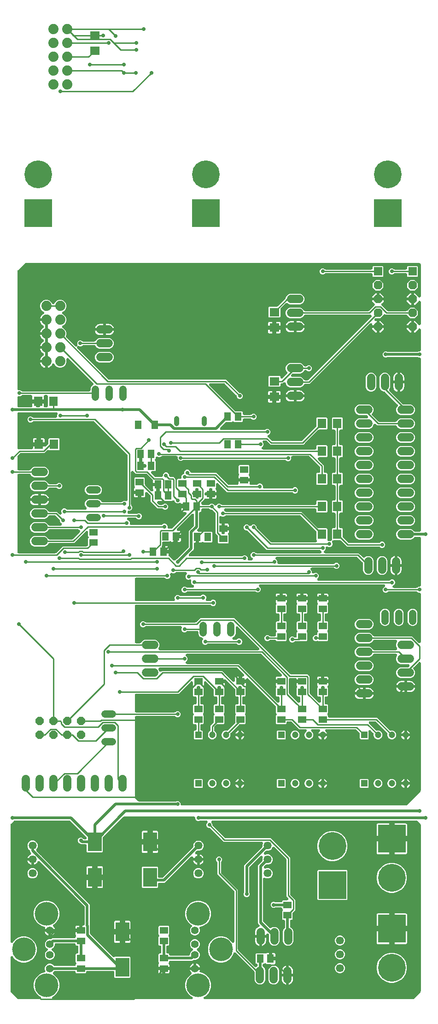
<source format=gbr>
G04 EAGLE Gerber RS-274X export*
G75*
%MOMM*%
%FSLAX34Y34*%
%LPD*%
%INBottom Copper*%
%IPPOS*%
%AMOC8*
5,1,8,0,0,1.08239X$1,22.5*%
G01*
%ADD10R,1.600000X1.800000*%
%ADD11R,1.500000X1.300000*%
%ADD12R,1.300000X1.500000*%
%ADD13C,1.879600*%
%ADD14R,5.100000X5.100000*%
%ADD15C,5.100000*%
%ADD16P,1.649562X8X202.500000*%
%ADD17C,1.371600*%
%ADD18C,1.524000*%
%ADD19R,1.300000X1.600000*%
%ADD20P,1.704548X8X112.500000*%
%ADD21R,1.574800X1.574800*%
%ADD22C,0.965200*%
%ADD23R,1.803000X1.600000*%
%ADD24C,1.459991*%
%ADD25C,1.400000*%
%ADD26C,4.350000*%
%ADD27R,2.500000X3.500000*%
%ADD28R,1.200000X1.200000*%
%ADD29C,1.200000*%
%ADD30R,1.600000X1.803000*%
%ADD31C,0.254000*%
%ADD32C,0.705600*%
%ADD33C,0.508000*%

G36*
X756551Y765317D02*
X756551Y765317D01*
X756715Y765324D01*
X756775Y765337D01*
X756835Y765343D01*
X756994Y765386D01*
X757155Y765422D01*
X757211Y765445D01*
X757270Y765461D01*
X757418Y765532D01*
X757570Y765595D01*
X757622Y765628D01*
X757676Y765655D01*
X757810Y765750D01*
X757948Y765840D01*
X758006Y765891D01*
X758042Y765917D01*
X758085Y765960D01*
X758182Y766046D01*
X758850Y766714D01*
X760894Y767561D01*
X762000Y767561D01*
X762035Y767564D01*
X762069Y767562D01*
X762258Y767584D01*
X762449Y767601D01*
X762482Y767610D01*
X762516Y767614D01*
X762699Y767669D01*
X762883Y767719D01*
X762914Y767734D01*
X762947Y767744D01*
X763118Y767831D01*
X763290Y767913D01*
X763318Y767933D01*
X763349Y767948D01*
X763501Y768064D01*
X763656Y768175D01*
X763680Y768200D01*
X763707Y768220D01*
X763836Y768360D01*
X763970Y768497D01*
X763989Y768526D01*
X764013Y768552D01*
X764115Y768713D01*
X764222Y768870D01*
X764236Y768902D01*
X764254Y768931D01*
X764327Y769108D01*
X764404Y769282D01*
X764412Y769316D01*
X764425Y769348D01*
X764465Y769535D01*
X764511Y769720D01*
X764513Y769754D01*
X764520Y769788D01*
X764539Y770100D01*
X764539Y856488D01*
X764536Y856522D01*
X764538Y856557D01*
X764516Y856746D01*
X764499Y856936D01*
X764490Y856970D01*
X764486Y857004D01*
X764431Y857187D01*
X764381Y857371D01*
X764366Y857402D01*
X764356Y857435D01*
X764269Y857606D01*
X764187Y857777D01*
X764167Y857805D01*
X764152Y857836D01*
X764036Y857988D01*
X763925Y858143D01*
X763900Y858168D01*
X763880Y858195D01*
X763740Y858324D01*
X763603Y858458D01*
X763574Y858477D01*
X763548Y858500D01*
X763387Y858603D01*
X763230Y858710D01*
X763198Y858724D01*
X763169Y858742D01*
X762992Y858815D01*
X762818Y858892D01*
X762784Y858900D01*
X762752Y858913D01*
X762565Y858953D01*
X762380Y858998D01*
X762346Y859001D01*
X762312Y859008D01*
X762000Y859027D01*
X754350Y859027D01*
X754186Y859013D01*
X754022Y859006D01*
X753962Y858993D01*
X753901Y858987D01*
X753743Y858944D01*
X753582Y858908D01*
X753526Y858885D01*
X753467Y858869D01*
X753319Y858798D01*
X753167Y858735D01*
X753115Y858701D01*
X753060Y858675D01*
X752927Y858580D01*
X752789Y858490D01*
X752731Y858439D01*
X752694Y858413D01*
X752652Y858370D01*
X752554Y858283D01*
X749688Y855417D01*
X746140Y853947D01*
X727060Y853947D01*
X723512Y855417D01*
X720797Y858132D01*
X719327Y861680D01*
X719327Y865520D01*
X720797Y869068D01*
X723512Y871783D01*
X727060Y873253D01*
X746140Y873253D01*
X749688Y871783D01*
X752555Y868916D01*
X752681Y868811D01*
X752802Y868699D01*
X752853Y868667D01*
X752900Y868627D01*
X753043Y868546D01*
X753182Y868458D01*
X753238Y868434D01*
X753291Y868404D01*
X753446Y868349D01*
X753598Y868287D01*
X753658Y868274D01*
X753715Y868253D01*
X753878Y868226D01*
X754038Y868192D01*
X754115Y868187D01*
X754159Y868180D01*
X754221Y868181D01*
X754350Y868173D01*
X762000Y868173D01*
X762035Y868176D01*
X762069Y868174D01*
X762258Y868196D01*
X762449Y868213D01*
X762482Y868222D01*
X762516Y868226D01*
X762699Y868281D01*
X762883Y868331D01*
X762914Y868346D01*
X762947Y868356D01*
X763118Y868443D01*
X763290Y868524D01*
X763318Y868545D01*
X763349Y868560D01*
X763501Y868676D01*
X763656Y868787D01*
X763680Y868811D01*
X763707Y868832D01*
X763836Y868972D01*
X763970Y869109D01*
X763989Y869138D01*
X764013Y869163D01*
X764115Y869324D01*
X764222Y869482D01*
X764236Y869514D01*
X764254Y869543D01*
X764327Y869720D01*
X764404Y869894D01*
X764412Y869928D01*
X764425Y869960D01*
X764465Y870146D01*
X764511Y870332D01*
X764513Y870366D01*
X764520Y870400D01*
X764539Y870712D01*
X764539Y1185700D01*
X764536Y1185735D01*
X764538Y1185769D01*
X764516Y1185958D01*
X764499Y1186149D01*
X764490Y1186182D01*
X764486Y1186216D01*
X764431Y1186399D01*
X764381Y1186583D01*
X764366Y1186614D01*
X764356Y1186647D01*
X764269Y1186818D01*
X764187Y1186990D01*
X764167Y1187018D01*
X764152Y1187049D01*
X764036Y1187201D01*
X763925Y1187356D01*
X763900Y1187380D01*
X763880Y1187407D01*
X763740Y1187536D01*
X763603Y1187670D01*
X763574Y1187689D01*
X763548Y1187713D01*
X763387Y1187815D01*
X763230Y1187922D01*
X763198Y1187936D01*
X763169Y1187954D01*
X762992Y1188027D01*
X762818Y1188104D01*
X762784Y1188112D01*
X762752Y1188125D01*
X762565Y1188165D01*
X762380Y1188211D01*
X762346Y1188213D01*
X762312Y1188220D01*
X762000Y1188239D01*
X760894Y1188239D01*
X758975Y1189034D01*
X758864Y1189069D01*
X758756Y1189113D01*
X758650Y1189136D01*
X758546Y1189169D01*
X758430Y1189183D01*
X758316Y1189208D01*
X758162Y1189218D01*
X758099Y1189225D01*
X758063Y1189224D01*
X758004Y1189227D01*
X704016Y1189227D01*
X703900Y1189217D01*
X703783Y1189217D01*
X703676Y1189197D01*
X703568Y1189187D01*
X703455Y1189157D01*
X703340Y1189136D01*
X703194Y1189085D01*
X703134Y1189069D01*
X703101Y1189053D01*
X703045Y1189034D01*
X701126Y1188239D01*
X698914Y1188239D01*
X696870Y1189086D01*
X695306Y1190650D01*
X694459Y1192694D01*
X694459Y1194906D01*
X695306Y1196950D01*
X696870Y1198514D01*
X698914Y1199361D01*
X701126Y1199361D01*
X703045Y1198566D01*
X703156Y1198531D01*
X703264Y1198487D01*
X703370Y1198464D01*
X703474Y1198431D01*
X703590Y1198417D01*
X703704Y1198392D01*
X703858Y1198382D01*
X703921Y1198375D01*
X703957Y1198376D01*
X704016Y1198373D01*
X758004Y1198373D01*
X758120Y1198383D01*
X758237Y1198383D01*
X758344Y1198403D01*
X758452Y1198413D01*
X758565Y1198443D01*
X758680Y1198464D01*
X758826Y1198515D01*
X758886Y1198531D01*
X758919Y1198547D01*
X758975Y1198566D01*
X760894Y1199361D01*
X762000Y1199361D01*
X762035Y1199364D01*
X762069Y1199362D01*
X762258Y1199384D01*
X762449Y1199401D01*
X762482Y1199410D01*
X762516Y1199414D01*
X762699Y1199469D01*
X762883Y1199519D01*
X762914Y1199534D01*
X762947Y1199544D01*
X763118Y1199631D01*
X763290Y1199713D01*
X763318Y1199733D01*
X763349Y1199748D01*
X763501Y1199864D01*
X763656Y1199975D01*
X763680Y1200000D01*
X763707Y1200020D01*
X763836Y1200160D01*
X763970Y1200297D01*
X763989Y1200326D01*
X764013Y1200352D01*
X764115Y1200513D01*
X764222Y1200670D01*
X764236Y1200702D01*
X764254Y1200731D01*
X764327Y1200908D01*
X764404Y1201082D01*
X764412Y1201116D01*
X764425Y1201148D01*
X764465Y1201334D01*
X764511Y1201520D01*
X764513Y1201554D01*
X764520Y1201588D01*
X764539Y1201900D01*
X764539Y1238980D01*
X764528Y1239110D01*
X764526Y1239240D01*
X764508Y1239334D01*
X764499Y1239429D01*
X764465Y1239554D01*
X764440Y1239682D01*
X764406Y1239771D01*
X764381Y1239863D01*
X764325Y1239980D01*
X764278Y1240102D01*
X764228Y1240184D01*
X764187Y1240270D01*
X764112Y1240375D01*
X764044Y1240487D01*
X763981Y1240558D01*
X763925Y1240636D01*
X763832Y1240727D01*
X763746Y1240824D01*
X763671Y1240883D01*
X763603Y1240950D01*
X763495Y1241023D01*
X763393Y1241103D01*
X763309Y1241148D01*
X763230Y1241202D01*
X763111Y1241255D01*
X762996Y1241316D01*
X762905Y1241346D01*
X762818Y1241384D01*
X762691Y1241415D01*
X762568Y1241455D01*
X762473Y1241468D01*
X762380Y1241491D01*
X762251Y1241499D01*
X762122Y1241517D01*
X762026Y1241513D01*
X761931Y1241519D01*
X761802Y1241504D01*
X761672Y1241498D01*
X761579Y1241478D01*
X761484Y1241467D01*
X761359Y1241429D01*
X761232Y1241401D01*
X761144Y1241364D01*
X761053Y1241336D01*
X760937Y1241277D01*
X760817Y1241227D01*
X760736Y1241175D01*
X760651Y1241132D01*
X760548Y1241053D01*
X760439Y1240983D01*
X760341Y1240897D01*
X760293Y1240860D01*
X760262Y1240827D01*
X760204Y1240776D01*
X753614Y1234185D01*
X751839Y1234185D01*
X751839Y1244600D01*
X751839Y1255015D01*
X753614Y1255015D01*
X760204Y1248424D01*
X760304Y1248341D01*
X760397Y1248250D01*
X760477Y1248197D01*
X760550Y1248135D01*
X760663Y1248071D01*
X760770Y1247998D01*
X760858Y1247959D01*
X760941Y1247912D01*
X761063Y1247868D01*
X761182Y1247816D01*
X761275Y1247793D01*
X761365Y1247761D01*
X761494Y1247740D01*
X761620Y1247709D01*
X761715Y1247703D01*
X761809Y1247688D01*
X761940Y1247689D01*
X762069Y1247681D01*
X762164Y1247692D01*
X762260Y1247694D01*
X762387Y1247718D01*
X762516Y1247733D01*
X762608Y1247761D01*
X762702Y1247779D01*
X762823Y1247826D01*
X762947Y1247864D01*
X763032Y1247907D01*
X763122Y1247942D01*
X763233Y1248009D01*
X763349Y1248068D01*
X763425Y1248126D01*
X763506Y1248175D01*
X763604Y1248262D01*
X763707Y1248340D01*
X763772Y1248410D01*
X763844Y1248474D01*
X763924Y1248575D01*
X764013Y1248671D01*
X764064Y1248752D01*
X764123Y1248827D01*
X764184Y1248941D01*
X764254Y1249051D01*
X764291Y1249139D01*
X764336Y1249224D01*
X764376Y1249347D01*
X764425Y1249468D01*
X764445Y1249561D01*
X764475Y1249652D01*
X764493Y1249781D01*
X764520Y1249908D01*
X764528Y1250037D01*
X764536Y1250098D01*
X764535Y1250143D01*
X764539Y1250220D01*
X764539Y1289780D01*
X764528Y1289910D01*
X764526Y1290040D01*
X764508Y1290134D01*
X764499Y1290229D01*
X764465Y1290354D01*
X764440Y1290482D01*
X764406Y1290571D01*
X764381Y1290663D01*
X764325Y1290780D01*
X764278Y1290902D01*
X764228Y1290984D01*
X764187Y1291070D01*
X764112Y1291175D01*
X764044Y1291287D01*
X763981Y1291358D01*
X763925Y1291436D01*
X763832Y1291527D01*
X763746Y1291624D01*
X763671Y1291683D01*
X763603Y1291750D01*
X763495Y1291823D01*
X763393Y1291903D01*
X763309Y1291948D01*
X763230Y1292002D01*
X763111Y1292055D01*
X762996Y1292116D01*
X762905Y1292146D01*
X762818Y1292184D01*
X762691Y1292215D01*
X762568Y1292255D01*
X762473Y1292268D01*
X762380Y1292291D01*
X762251Y1292299D01*
X762122Y1292317D01*
X762026Y1292313D01*
X761931Y1292319D01*
X761802Y1292304D01*
X761672Y1292298D01*
X761579Y1292278D01*
X761484Y1292267D01*
X761359Y1292229D01*
X761232Y1292201D01*
X761144Y1292164D01*
X761053Y1292136D01*
X760937Y1292077D01*
X760817Y1292027D01*
X760736Y1291975D01*
X760651Y1291932D01*
X760548Y1291853D01*
X760439Y1291783D01*
X760341Y1291697D01*
X760293Y1291660D01*
X760262Y1291627D01*
X760204Y1291576D01*
X753614Y1284985D01*
X751839Y1284985D01*
X751839Y1295400D01*
X751839Y1305815D01*
X753614Y1305815D01*
X760204Y1299224D01*
X760304Y1299141D01*
X760397Y1299050D01*
X760477Y1298997D01*
X760550Y1298935D01*
X760663Y1298871D01*
X760770Y1298798D01*
X760858Y1298759D01*
X760941Y1298712D01*
X761063Y1298668D01*
X761182Y1298616D01*
X761275Y1298593D01*
X761365Y1298561D01*
X761494Y1298540D01*
X761620Y1298509D01*
X761715Y1298503D01*
X761809Y1298488D01*
X761940Y1298489D01*
X762069Y1298481D01*
X762164Y1298492D01*
X762260Y1298494D01*
X762387Y1298518D01*
X762516Y1298533D01*
X762608Y1298561D01*
X762702Y1298579D01*
X762823Y1298626D01*
X762947Y1298664D01*
X763032Y1298707D01*
X763122Y1298742D01*
X763233Y1298809D01*
X763349Y1298868D01*
X763425Y1298926D01*
X763506Y1298975D01*
X763604Y1299062D01*
X763707Y1299140D01*
X763772Y1299210D01*
X763844Y1299274D01*
X763924Y1299375D01*
X764013Y1299471D01*
X764064Y1299552D01*
X764123Y1299627D01*
X764184Y1299741D01*
X764254Y1299851D01*
X764291Y1299939D01*
X764336Y1300024D01*
X764376Y1300147D01*
X764425Y1300268D01*
X764445Y1300361D01*
X764475Y1300452D01*
X764493Y1300581D01*
X764520Y1300708D01*
X764528Y1300837D01*
X764536Y1300898D01*
X764535Y1300943D01*
X764539Y1301020D01*
X764539Y1358900D01*
X764536Y1358935D01*
X764538Y1358969D01*
X764516Y1359158D01*
X764499Y1359349D01*
X764490Y1359382D01*
X764486Y1359416D01*
X764431Y1359599D01*
X764381Y1359783D01*
X764366Y1359814D01*
X764356Y1359847D01*
X764269Y1360018D01*
X764187Y1360190D01*
X764167Y1360218D01*
X764152Y1360249D01*
X764036Y1360401D01*
X763925Y1360556D01*
X763900Y1360580D01*
X763880Y1360607D01*
X763740Y1360736D01*
X763603Y1360870D01*
X763574Y1360889D01*
X763548Y1360913D01*
X763387Y1361015D01*
X763230Y1361122D01*
X763198Y1361136D01*
X763169Y1361154D01*
X762992Y1361227D01*
X762818Y1361304D01*
X762784Y1361312D01*
X762752Y1361325D01*
X762565Y1361365D01*
X762380Y1361411D01*
X762346Y1361413D01*
X762312Y1361420D01*
X762000Y1361439D01*
X38100Y1361439D01*
X37936Y1361425D01*
X37772Y1361418D01*
X37712Y1361405D01*
X37652Y1361399D01*
X37493Y1361356D01*
X37332Y1361320D01*
X37276Y1361297D01*
X37217Y1361281D01*
X37069Y1361210D01*
X36917Y1361147D01*
X36865Y1361114D01*
X36811Y1361087D01*
X36677Y1360992D01*
X36539Y1360902D01*
X36481Y1360851D01*
X36444Y1360825D01*
X36402Y1360782D01*
X36304Y1360696D01*
X23604Y1347996D01*
X23499Y1347869D01*
X23388Y1347748D01*
X23355Y1347697D01*
X23316Y1347650D01*
X23234Y1347507D01*
X23146Y1347369D01*
X23122Y1347312D01*
X23092Y1347259D01*
X23037Y1347104D01*
X22975Y1346952D01*
X22962Y1346892D01*
X22941Y1346835D01*
X22915Y1346673D01*
X22880Y1346512D01*
X22875Y1346435D01*
X22868Y1346391D01*
X22869Y1346330D01*
X22861Y1346200D01*
X22861Y1130780D01*
X22864Y1130745D01*
X22862Y1130711D01*
X22884Y1130522D01*
X22901Y1130331D01*
X22910Y1130298D01*
X22914Y1130264D01*
X22969Y1130081D01*
X23019Y1129897D01*
X23034Y1129866D01*
X23044Y1129833D01*
X23131Y1129662D01*
X23213Y1129490D01*
X23233Y1129462D01*
X23248Y1129431D01*
X23364Y1129279D01*
X23475Y1129124D01*
X23500Y1129100D01*
X23520Y1129073D01*
X23661Y1128944D01*
X23797Y1128810D01*
X23826Y1128791D01*
X23852Y1128767D01*
X24013Y1128665D01*
X24170Y1128558D01*
X24202Y1128544D01*
X24231Y1128526D01*
X24408Y1128453D01*
X24582Y1128376D01*
X24616Y1128368D01*
X24648Y1128355D01*
X24835Y1128315D01*
X25020Y1128269D01*
X25054Y1128267D01*
X25088Y1128260D01*
X25400Y1128241D01*
X27776Y1128241D01*
X29820Y1127394D01*
X30488Y1126726D01*
X30614Y1126621D01*
X30735Y1126509D01*
X30786Y1126477D01*
X30833Y1126438D01*
X30976Y1126356D01*
X31114Y1126268D01*
X31171Y1126244D01*
X31224Y1126214D01*
X31379Y1126159D01*
X31531Y1126097D01*
X31591Y1126084D01*
X31648Y1126063D01*
X31811Y1126037D01*
X31971Y1126002D01*
X32048Y1125997D01*
X32092Y1125990D01*
X32153Y1125991D01*
X32283Y1125983D01*
X154940Y1125983D01*
X154975Y1125986D01*
X155009Y1125984D01*
X155198Y1126006D01*
X155389Y1126023D01*
X155422Y1126032D01*
X155456Y1126036D01*
X155639Y1126091D01*
X155823Y1126141D01*
X155854Y1126156D01*
X155887Y1126166D01*
X156058Y1126253D01*
X156230Y1126335D01*
X156258Y1126355D01*
X156289Y1126370D01*
X156441Y1126486D01*
X156596Y1126597D01*
X156620Y1126622D01*
X156647Y1126642D01*
X156776Y1126782D01*
X156910Y1126919D01*
X156929Y1126948D01*
X156953Y1126974D01*
X157055Y1127135D01*
X157162Y1127292D01*
X157176Y1127324D01*
X157194Y1127353D01*
X157267Y1127530D01*
X157344Y1127704D01*
X157352Y1127738D01*
X157365Y1127770D01*
X157405Y1127957D01*
X157451Y1128142D01*
X157453Y1128176D01*
X157460Y1128210D01*
X157479Y1128522D01*
X157479Y1131306D01*
X158833Y1134574D01*
X161334Y1137075D01*
X161373Y1137091D01*
X161446Y1137129D01*
X161523Y1137159D01*
X161645Y1137234D01*
X161772Y1137300D01*
X161837Y1137350D01*
X161907Y1137393D01*
X162014Y1137488D01*
X162128Y1137575D01*
X162183Y1137637D01*
X162245Y1137691D01*
X162333Y1137803D01*
X162429Y1137910D01*
X162473Y1137980D01*
X162524Y1138044D01*
X162592Y1138170D01*
X162667Y1138292D01*
X162698Y1138369D01*
X162737Y1138441D01*
X162781Y1138577D01*
X162834Y1138710D01*
X162850Y1138791D01*
X162876Y1138869D01*
X162895Y1139011D01*
X162924Y1139151D01*
X162926Y1139234D01*
X162937Y1139316D01*
X162931Y1139459D01*
X162935Y1139602D01*
X162922Y1139683D01*
X162919Y1139765D01*
X162888Y1139905D01*
X162866Y1140047D01*
X162839Y1140124D01*
X162821Y1140205D01*
X162766Y1140337D01*
X162720Y1140472D01*
X162680Y1140544D01*
X162648Y1140620D01*
X162570Y1140741D01*
X162500Y1140866D01*
X162448Y1140930D01*
X162403Y1140999D01*
X162240Y1141184D01*
X162215Y1141214D01*
X162207Y1141221D01*
X162196Y1141233D01*
X117090Y1186339D01*
X116954Y1186453D01*
X116822Y1186572D01*
X116781Y1186597D01*
X116745Y1186628D01*
X116591Y1186716D01*
X116440Y1186810D01*
X116395Y1186828D01*
X116354Y1186851D01*
X116187Y1186911D01*
X116021Y1186977D01*
X115975Y1186986D01*
X115930Y1187002D01*
X115754Y1187031D01*
X115580Y1187067D01*
X115533Y1187068D01*
X115485Y1187076D01*
X115307Y1187073D01*
X115130Y1187078D01*
X115083Y1187070D01*
X115035Y1187070D01*
X114860Y1187036D01*
X114685Y1187009D01*
X114640Y1186993D01*
X114593Y1186984D01*
X114427Y1186920D01*
X114259Y1186862D01*
X114218Y1186839D01*
X114173Y1186822D01*
X114021Y1186729D01*
X113866Y1186643D01*
X113829Y1186613D01*
X113788Y1186588D01*
X113655Y1186470D01*
X113518Y1186358D01*
X113487Y1186321D01*
X113451Y1186290D01*
X113341Y1186151D01*
X113225Y1186015D01*
X113201Y1185974D01*
X113172Y1185937D01*
X113088Y1185780D01*
X112998Y1185627D01*
X112981Y1185582D01*
X112959Y1185540D01*
X112904Y1185371D01*
X112843Y1185204D01*
X112834Y1185157D01*
X112820Y1185111D01*
X112795Y1184936D01*
X112765Y1184761D01*
X112765Y1184713D01*
X112758Y1184665D01*
X112766Y1184487D01*
X112766Y1184310D01*
X112775Y1184263D01*
X112777Y1184215D01*
X112815Y1184042D01*
X112847Y1183867D01*
X112866Y1183811D01*
X112874Y1183776D01*
X112899Y1183718D01*
X112949Y1183572D01*
X113031Y1183374D01*
X113031Y1178826D01*
X111290Y1174625D01*
X108075Y1171410D01*
X103874Y1169669D01*
X99326Y1169669D01*
X95125Y1171410D01*
X91909Y1174625D01*
X91502Y1175609D01*
X91488Y1175636D01*
X91478Y1175665D01*
X91384Y1175835D01*
X91293Y1176008D01*
X91275Y1176032D01*
X91260Y1176059D01*
X91137Y1176210D01*
X91018Y1176364D01*
X90995Y1176384D01*
X90976Y1176408D01*
X90828Y1176535D01*
X90683Y1176666D01*
X90658Y1176682D01*
X90635Y1176701D01*
X90467Y1176801D01*
X90301Y1176903D01*
X90273Y1176915D01*
X90247Y1176930D01*
X90064Y1176998D01*
X89883Y1177070D01*
X89853Y1177076D01*
X89825Y1177087D01*
X89633Y1177121D01*
X89442Y1177160D01*
X89411Y1177161D01*
X89381Y1177166D01*
X89187Y1177166D01*
X88992Y1177171D01*
X88962Y1177166D01*
X88931Y1177166D01*
X88739Y1177132D01*
X88547Y1177102D01*
X88518Y1177092D01*
X88488Y1177087D01*
X88305Y1177019D01*
X88121Y1176956D01*
X88094Y1176941D01*
X88066Y1176930D01*
X87898Y1176832D01*
X87728Y1176737D01*
X87704Y1176717D01*
X87678Y1176702D01*
X87531Y1176575D01*
X87379Y1176451D01*
X87359Y1176428D01*
X87336Y1176408D01*
X87214Y1176257D01*
X87087Y1176109D01*
X87071Y1176083D01*
X87052Y1176059D01*
X86894Y1175790D01*
X86411Y1174843D01*
X85306Y1173322D01*
X83978Y1171994D01*
X82457Y1170889D01*
X80783Y1170036D01*
X78996Y1169455D01*
X78739Y1169415D01*
X78739Y1181100D01*
X78739Y1206500D01*
X78739Y1231900D01*
X78739Y1257300D01*
X78736Y1257334D01*
X78738Y1257369D01*
X78716Y1257558D01*
X78699Y1257748D01*
X78690Y1257782D01*
X78686Y1257816D01*
X78631Y1257999D01*
X78581Y1258183D01*
X78566Y1258214D01*
X78556Y1258247D01*
X78469Y1258418D01*
X78388Y1258589D01*
X78367Y1258617D01*
X78352Y1258648D01*
X78237Y1258800D01*
X78125Y1258955D01*
X78125Y1258956D01*
X78101Y1258980D01*
X78080Y1259007D01*
X78079Y1259007D01*
X77939Y1259137D01*
X77802Y1259270D01*
X77774Y1259289D01*
X77748Y1259313D01*
X77587Y1259415D01*
X77429Y1259522D01*
X77398Y1259536D01*
X77368Y1259554D01*
X77192Y1259627D01*
X77017Y1259704D01*
X76984Y1259712D01*
X76952Y1259725D01*
X76765Y1259766D01*
X76580Y1259811D01*
X76546Y1259813D01*
X76512Y1259820D01*
X76200Y1259839D01*
X64515Y1259839D01*
X64555Y1260096D01*
X65136Y1261883D01*
X65989Y1263557D01*
X67094Y1265078D01*
X68422Y1266406D01*
X69943Y1267511D01*
X70890Y1267994D01*
X70916Y1268010D01*
X70944Y1268022D01*
X71107Y1268129D01*
X71271Y1268233D01*
X71294Y1268253D01*
X71319Y1268270D01*
X71461Y1268405D01*
X71605Y1268535D01*
X71623Y1268560D01*
X71645Y1268581D01*
X71760Y1268738D01*
X71879Y1268892D01*
X71893Y1268919D01*
X71911Y1268944D01*
X71997Y1269119D01*
X72086Y1269292D01*
X72095Y1269321D01*
X72109Y1269348D01*
X72162Y1269536D01*
X72220Y1269722D01*
X72223Y1269752D01*
X72232Y1269782D01*
X72251Y1269976D01*
X72275Y1270169D01*
X72273Y1270199D01*
X72276Y1270230D01*
X72261Y1270424D01*
X72250Y1270619D01*
X72243Y1270648D01*
X72241Y1270679D01*
X72192Y1270867D01*
X72147Y1271057D01*
X72135Y1271085D01*
X72127Y1271114D01*
X72045Y1271291D01*
X71967Y1271470D01*
X71951Y1271495D01*
X71938Y1271523D01*
X71826Y1271683D01*
X71718Y1271845D01*
X71697Y1271867D01*
X71680Y1271892D01*
X71541Y1272029D01*
X71406Y1272170D01*
X71382Y1272188D01*
X71360Y1272209D01*
X71200Y1272320D01*
X71042Y1272434D01*
X71015Y1272448D01*
X70990Y1272465D01*
X70709Y1272602D01*
X69725Y1273009D01*
X66510Y1276225D01*
X64769Y1280426D01*
X64769Y1284974D01*
X66510Y1289175D01*
X69725Y1292390D01*
X73926Y1294131D01*
X78474Y1294131D01*
X82675Y1292390D01*
X85891Y1289175D01*
X86554Y1287573D01*
X86614Y1287458D01*
X86666Y1287338D01*
X86718Y1287259D01*
X86763Y1287174D01*
X86842Y1287071D01*
X86914Y1286963D01*
X86980Y1286894D01*
X87038Y1286818D01*
X87135Y1286731D01*
X87224Y1286637D01*
X87302Y1286580D01*
X87373Y1286516D01*
X87483Y1286448D01*
X87588Y1286371D01*
X87674Y1286329D01*
X87755Y1286278D01*
X87876Y1286230D01*
X87992Y1286173D01*
X88084Y1286147D01*
X88173Y1286112D01*
X88301Y1286086D01*
X88426Y1286050D01*
X88521Y1286041D01*
X88614Y1286022D01*
X88744Y1286019D01*
X88874Y1286006D01*
X88969Y1286013D01*
X89064Y1286011D01*
X89193Y1286031D01*
X89322Y1286041D01*
X89415Y1286065D01*
X89509Y1286080D01*
X89632Y1286122D01*
X89758Y1286155D01*
X89845Y1286195D01*
X89935Y1286226D01*
X90049Y1286289D01*
X90167Y1286344D01*
X90245Y1286399D01*
X90328Y1286445D01*
X90429Y1286528D01*
X90535Y1286602D01*
X90603Y1286670D01*
X90677Y1286731D01*
X90761Y1286829D01*
X90853Y1286922D01*
X90907Y1287001D01*
X90969Y1287073D01*
X91035Y1287185D01*
X91109Y1287292D01*
X91166Y1287409D01*
X91197Y1287462D01*
X91212Y1287504D01*
X91246Y1287573D01*
X91910Y1289175D01*
X95125Y1292390D01*
X99326Y1294131D01*
X103874Y1294131D01*
X108075Y1292390D01*
X111290Y1289175D01*
X113031Y1284974D01*
X113031Y1280426D01*
X111290Y1276225D01*
X108075Y1273009D01*
X106473Y1272346D01*
X106358Y1272286D01*
X106238Y1272234D01*
X106159Y1272182D01*
X106074Y1272137D01*
X105971Y1272058D01*
X105863Y1271986D01*
X105794Y1271920D01*
X105718Y1271862D01*
X105631Y1271765D01*
X105537Y1271675D01*
X105480Y1271598D01*
X105416Y1271527D01*
X105348Y1271417D01*
X105271Y1271312D01*
X105229Y1271226D01*
X105178Y1271145D01*
X105130Y1271024D01*
X105073Y1270908D01*
X105047Y1270816D01*
X105012Y1270727D01*
X104986Y1270599D01*
X104950Y1270474D01*
X104941Y1270379D01*
X104922Y1270286D01*
X104919Y1270156D01*
X104906Y1270026D01*
X104913Y1269931D01*
X104911Y1269836D01*
X104931Y1269707D01*
X104941Y1269577D01*
X104965Y1269485D01*
X104980Y1269391D01*
X105022Y1269268D01*
X105055Y1269142D01*
X105095Y1269055D01*
X105126Y1268965D01*
X105189Y1268851D01*
X105244Y1268733D01*
X105299Y1268655D01*
X105345Y1268572D01*
X105428Y1268471D01*
X105502Y1268364D01*
X105570Y1268297D01*
X105631Y1268223D01*
X105730Y1268139D01*
X105822Y1268047D01*
X105900Y1267993D01*
X105973Y1267931D01*
X106085Y1267865D01*
X106192Y1267791D01*
X106309Y1267734D01*
X106362Y1267703D01*
X106404Y1267688D01*
X106473Y1267654D01*
X108075Y1266991D01*
X111290Y1263775D01*
X113031Y1259574D01*
X113031Y1255026D01*
X111290Y1250825D01*
X108075Y1247609D01*
X106473Y1246946D01*
X106358Y1246886D01*
X106238Y1246834D01*
X106159Y1246782D01*
X106074Y1246737D01*
X105971Y1246658D01*
X105863Y1246586D01*
X105794Y1246520D01*
X105718Y1246462D01*
X105631Y1246365D01*
X105537Y1246276D01*
X105480Y1246198D01*
X105416Y1246128D01*
X105348Y1246017D01*
X105271Y1245912D01*
X105229Y1245826D01*
X105178Y1245745D01*
X105130Y1245625D01*
X105073Y1245508D01*
X105047Y1245416D01*
X105012Y1245327D01*
X104986Y1245200D01*
X104950Y1245074D01*
X104941Y1244979D01*
X104922Y1244886D01*
X104919Y1244756D01*
X104906Y1244626D01*
X104913Y1244531D01*
X104911Y1244436D01*
X104931Y1244307D01*
X104941Y1244177D01*
X104965Y1244085D01*
X104980Y1243991D01*
X105022Y1243867D01*
X105055Y1243742D01*
X105095Y1243655D01*
X105126Y1243565D01*
X105189Y1243451D01*
X105244Y1243333D01*
X105299Y1243255D01*
X105345Y1243172D01*
X105428Y1243071D01*
X105502Y1242964D01*
X105570Y1242897D01*
X105631Y1242823D01*
X105730Y1242739D01*
X105822Y1242647D01*
X105900Y1242593D01*
X105973Y1242531D01*
X106085Y1242465D01*
X106192Y1242391D01*
X106309Y1242334D01*
X106362Y1242303D01*
X106404Y1242288D01*
X106473Y1242254D01*
X108075Y1241591D01*
X111290Y1238375D01*
X113031Y1234174D01*
X113031Y1229626D01*
X112366Y1228022D01*
X112302Y1227819D01*
X112237Y1227618D01*
X112235Y1227605D01*
X112231Y1227592D01*
X112204Y1227380D01*
X112176Y1227172D01*
X112176Y1227158D01*
X112175Y1227145D01*
X112185Y1226935D01*
X112194Y1226722D01*
X112197Y1226709D01*
X112198Y1226696D01*
X112245Y1226490D01*
X112292Y1226282D01*
X112297Y1226270D01*
X112300Y1226257D01*
X112383Y1226063D01*
X112465Y1225867D01*
X112472Y1225855D01*
X112478Y1225843D01*
X112594Y1225668D01*
X112710Y1225488D01*
X112720Y1225477D01*
X112726Y1225468D01*
X112753Y1225439D01*
X112916Y1225254D01*
X129296Y1208875D01*
X129432Y1208761D01*
X129564Y1208642D01*
X129605Y1208616D01*
X129641Y1208586D01*
X129796Y1208498D01*
X129947Y1208404D01*
X129991Y1208386D01*
X130032Y1208362D01*
X130200Y1208303D01*
X130365Y1208237D01*
X130412Y1208228D01*
X130457Y1208212D01*
X130632Y1208183D01*
X130806Y1208147D01*
X130854Y1208146D01*
X130901Y1208138D01*
X131079Y1208141D01*
X131256Y1208136D01*
X131303Y1208144D01*
X131351Y1208144D01*
X131526Y1208178D01*
X131701Y1208205D01*
X131746Y1208221D01*
X131793Y1208230D01*
X131959Y1208294D01*
X132127Y1208352D01*
X132168Y1208375D01*
X132213Y1208392D01*
X132365Y1208485D01*
X132520Y1208571D01*
X132557Y1208601D01*
X132598Y1208626D01*
X132731Y1208744D01*
X132868Y1208856D01*
X132900Y1208893D01*
X132935Y1208924D01*
X133045Y1209063D01*
X133161Y1209198D01*
X133185Y1209240D01*
X133215Y1209277D01*
X133299Y1209434D01*
X133388Y1209587D01*
X133405Y1209632D01*
X133427Y1209674D01*
X133482Y1209843D01*
X133544Y1210010D01*
X133552Y1210057D01*
X133567Y1210102D01*
X133591Y1210278D01*
X133622Y1210453D01*
X133621Y1210501D01*
X133628Y1210548D01*
X133621Y1210726D01*
X133620Y1210904D01*
X133612Y1210950D01*
X133610Y1210998D01*
X133571Y1211172D01*
X133539Y1211346D01*
X133520Y1211402D01*
X133512Y1211438D01*
X133488Y1211496D01*
X133438Y1211642D01*
X132869Y1213014D01*
X132869Y1215226D01*
X133716Y1217270D01*
X135280Y1218834D01*
X137324Y1219681D01*
X139536Y1219681D01*
X141580Y1218834D01*
X142248Y1218166D01*
X142374Y1218061D01*
X142495Y1217949D01*
X142546Y1217917D01*
X142593Y1217878D01*
X142736Y1217796D01*
X142874Y1217708D01*
X142931Y1217684D01*
X142984Y1217654D01*
X143139Y1217599D01*
X143291Y1217537D01*
X143351Y1217524D01*
X143408Y1217503D01*
X143571Y1217477D01*
X143731Y1217442D01*
X143808Y1217437D01*
X143852Y1217430D01*
X143913Y1217431D01*
X144043Y1217423D01*
X164483Y1217423D01*
X164695Y1217442D01*
X164906Y1217458D01*
X164919Y1217461D01*
X164932Y1217463D01*
X165137Y1217519D01*
X165341Y1217572D01*
X165353Y1217578D01*
X165366Y1217581D01*
X165557Y1217672D01*
X165750Y1217761D01*
X165761Y1217769D01*
X165773Y1217775D01*
X165944Y1217897D01*
X166119Y1218020D01*
X166128Y1218029D01*
X166139Y1218037D01*
X166288Y1218189D01*
X166436Y1218339D01*
X166444Y1218350D01*
X166453Y1218359D01*
X166572Y1218535D01*
X166692Y1218709D01*
X166699Y1218724D01*
X166705Y1218732D01*
X166721Y1218768D01*
X166829Y1218990D01*
X167077Y1219588D01*
X169792Y1222303D01*
X173340Y1223773D01*
X192420Y1223773D01*
X195968Y1222303D01*
X198683Y1219588D01*
X200153Y1216040D01*
X200153Y1212200D01*
X198683Y1208652D01*
X195968Y1205937D01*
X192420Y1204467D01*
X173340Y1204467D01*
X169792Y1205937D01*
X167077Y1208652D01*
X166829Y1209250D01*
X166731Y1209437D01*
X166635Y1209627D01*
X166627Y1209637D01*
X166621Y1209649D01*
X166491Y1209816D01*
X166363Y1209985D01*
X166353Y1209994D01*
X166345Y1210005D01*
X166187Y1210147D01*
X166032Y1210291D01*
X166021Y1210298D01*
X166011Y1210306D01*
X165831Y1210418D01*
X165652Y1210532D01*
X165640Y1210537D01*
X165629Y1210544D01*
X165432Y1210623D01*
X165235Y1210703D01*
X165223Y1210706D01*
X165210Y1210711D01*
X165002Y1210753D01*
X164795Y1210798D01*
X164779Y1210799D01*
X164769Y1210801D01*
X164730Y1210802D01*
X164483Y1210817D01*
X144043Y1210817D01*
X143879Y1210803D01*
X143715Y1210796D01*
X143655Y1210783D01*
X143595Y1210777D01*
X143436Y1210734D01*
X143275Y1210698D01*
X143219Y1210675D01*
X143160Y1210659D01*
X143012Y1210588D01*
X142860Y1210525D01*
X142808Y1210492D01*
X142754Y1210465D01*
X142620Y1210370D01*
X142482Y1210280D01*
X142424Y1210229D01*
X142388Y1210203D01*
X142345Y1210160D01*
X142248Y1210074D01*
X141580Y1209406D01*
X139536Y1208559D01*
X137324Y1208559D01*
X135952Y1209128D01*
X135783Y1209181D01*
X135615Y1209240D01*
X135568Y1209248D01*
X135522Y1209262D01*
X135346Y1209285D01*
X135171Y1209314D01*
X135123Y1209313D01*
X135076Y1209319D01*
X134898Y1209310D01*
X134721Y1209308D01*
X134674Y1209299D01*
X134626Y1209296D01*
X134453Y1209256D01*
X134279Y1209222D01*
X134234Y1209205D01*
X134187Y1209194D01*
X134024Y1209124D01*
X133859Y1209060D01*
X133818Y1209035D01*
X133774Y1209016D01*
X133626Y1208918D01*
X133474Y1208826D01*
X133438Y1208794D01*
X133398Y1208768D01*
X133269Y1208645D01*
X133136Y1208528D01*
X133107Y1208490D01*
X133072Y1208457D01*
X132967Y1208314D01*
X132857Y1208175D01*
X132834Y1208132D01*
X132806Y1208094D01*
X132728Y1207934D01*
X132644Y1207778D01*
X132630Y1207732D01*
X132609Y1207689D01*
X132560Y1207518D01*
X132505Y1207349D01*
X132499Y1207302D01*
X132486Y1207256D01*
X132468Y1207079D01*
X132444Y1206903D01*
X132446Y1206856D01*
X132441Y1206808D01*
X132455Y1206631D01*
X132462Y1206454D01*
X132473Y1206407D01*
X132476Y1206359D01*
X132521Y1206188D01*
X132560Y1206014D01*
X132578Y1205970D01*
X132590Y1205924D01*
X132665Y1205763D01*
X132733Y1205598D01*
X132759Y1205558D01*
X132779Y1205515D01*
X132881Y1205370D01*
X132978Y1205220D01*
X133017Y1205176D01*
X133038Y1205146D01*
X133082Y1205102D01*
X133185Y1204986D01*
X189854Y1148316D01*
X189981Y1148211D01*
X190101Y1148099D01*
X190153Y1148067D01*
X190200Y1148028D01*
X190342Y1147946D01*
X190481Y1147858D01*
X190538Y1147834D01*
X190591Y1147804D01*
X190745Y1147749D01*
X190898Y1147687D01*
X190957Y1147674D01*
X191015Y1147653D01*
X191177Y1147627D01*
X191338Y1147592D01*
X191415Y1147587D01*
X191459Y1147580D01*
X191520Y1147581D01*
X191650Y1147573D01*
X406498Y1147573D01*
X430166Y1123904D01*
X430293Y1123799D01*
X430413Y1123687D01*
X430465Y1123655D01*
X430512Y1123616D01*
X430654Y1123534D01*
X430793Y1123446D01*
X430850Y1123422D01*
X430903Y1123392D01*
X431057Y1123337D01*
X431210Y1123275D01*
X431269Y1123262D01*
X431327Y1123241D01*
X431489Y1123215D01*
X431650Y1123180D01*
X431727Y1123175D01*
X431771Y1123168D01*
X431832Y1123169D01*
X431962Y1123161D01*
X432906Y1123161D01*
X434950Y1122314D01*
X436514Y1120750D01*
X437361Y1118706D01*
X437361Y1116494D01*
X436514Y1114450D01*
X434950Y1112886D01*
X432906Y1112039D01*
X430694Y1112039D01*
X428650Y1112886D01*
X427086Y1114450D01*
X426239Y1116494D01*
X426239Y1117438D01*
X426225Y1117602D01*
X426218Y1117766D01*
X426205Y1117826D01*
X426199Y1117887D01*
X426156Y1118046D01*
X426120Y1118206D01*
X426097Y1118262D01*
X426081Y1118321D01*
X426010Y1118469D01*
X425947Y1118621D01*
X425914Y1118673D01*
X425887Y1118728D01*
X425792Y1118861D01*
X425702Y1119000D01*
X425651Y1119057D01*
X425625Y1119094D01*
X425582Y1119136D01*
X425496Y1119234D01*
X404506Y1140224D01*
X404379Y1140329D01*
X404259Y1140441D01*
X404207Y1140473D01*
X404160Y1140512D01*
X404018Y1140594D01*
X403879Y1140682D01*
X403822Y1140706D01*
X403769Y1140736D01*
X403615Y1140791D01*
X403462Y1140853D01*
X403403Y1140866D01*
X403345Y1140887D01*
X403183Y1140913D01*
X403022Y1140948D01*
X402945Y1140953D01*
X402901Y1140960D01*
X402840Y1140959D01*
X402710Y1140967D01*
X377934Y1140967D01*
X377804Y1140956D01*
X377674Y1140954D01*
X377580Y1140936D01*
X377485Y1140927D01*
X377360Y1140893D01*
X377232Y1140868D01*
X377143Y1140834D01*
X377051Y1140809D01*
X376934Y1140753D01*
X376812Y1140706D01*
X376730Y1140656D01*
X376644Y1140615D01*
X376539Y1140540D01*
X376427Y1140472D01*
X376356Y1140409D01*
X376278Y1140353D01*
X376187Y1140260D01*
X376090Y1140174D01*
X376031Y1140099D01*
X375964Y1140031D01*
X375891Y1139923D01*
X375811Y1139821D01*
X375766Y1139737D01*
X375712Y1139658D01*
X375659Y1139539D01*
X375598Y1139424D01*
X375568Y1139333D01*
X375530Y1139246D01*
X375499Y1139119D01*
X375459Y1138996D01*
X375446Y1138901D01*
X375423Y1138808D01*
X375415Y1138679D01*
X375397Y1138550D01*
X375401Y1138454D01*
X375395Y1138359D01*
X375410Y1138230D01*
X375416Y1138100D01*
X375436Y1138007D01*
X375448Y1137912D01*
X375485Y1137787D01*
X375513Y1137660D01*
X375550Y1137572D01*
X375578Y1137481D01*
X375637Y1137365D01*
X375687Y1137245D01*
X375739Y1137164D01*
X375782Y1137079D01*
X375861Y1136976D01*
X375931Y1136867D01*
X376017Y1136769D01*
X376054Y1136721D01*
X376087Y1136690D01*
X376138Y1136632D01*
X422994Y1089776D01*
X423121Y1089671D01*
X423241Y1089559D01*
X423293Y1089527D01*
X423340Y1089488D01*
X423482Y1089406D01*
X423621Y1089318D01*
X423678Y1089294D01*
X423731Y1089264D01*
X423885Y1089209D01*
X424038Y1089147D01*
X424097Y1089134D01*
X424155Y1089113D01*
X424317Y1089087D01*
X424478Y1089052D01*
X424555Y1089047D01*
X424599Y1089040D01*
X424660Y1089041D01*
X424790Y1089033D01*
X435942Y1089033D01*
X437133Y1087842D01*
X437133Y1085342D01*
X437136Y1085307D01*
X437134Y1085273D01*
X437156Y1085083D01*
X437173Y1084893D01*
X437182Y1084860D01*
X437186Y1084826D01*
X437241Y1084643D01*
X437291Y1084459D01*
X437306Y1084428D01*
X437316Y1084395D01*
X437403Y1084224D01*
X437485Y1084052D01*
X437505Y1084024D01*
X437520Y1083993D01*
X437636Y1083841D01*
X437747Y1083686D01*
X437772Y1083662D01*
X437792Y1083635D01*
X437932Y1083506D01*
X438069Y1083372D01*
X438098Y1083353D01*
X438124Y1083329D01*
X438285Y1083227D01*
X438442Y1083120D01*
X438474Y1083106D01*
X438503Y1083088D01*
X438680Y1083015D01*
X438854Y1082938D01*
X438888Y1082930D01*
X438920Y1082917D01*
X439107Y1082877D01*
X439292Y1082831D01*
X439326Y1082829D01*
X439360Y1082822D01*
X439672Y1082803D01*
X451587Y1082803D01*
X451751Y1082817D01*
X451915Y1082824D01*
X451975Y1082837D01*
X452035Y1082843D01*
X452194Y1082886D01*
X452355Y1082922D01*
X452411Y1082945D01*
X452470Y1082961D01*
X452618Y1083032D01*
X452770Y1083095D01*
X452822Y1083128D01*
X452876Y1083155D01*
X453010Y1083250D01*
X453148Y1083340D01*
X453206Y1083391D01*
X453242Y1083417D01*
X453285Y1083460D01*
X453382Y1083546D01*
X454050Y1084214D01*
X456094Y1085061D01*
X458306Y1085061D01*
X460350Y1084214D01*
X461914Y1082650D01*
X462761Y1080606D01*
X462761Y1078394D01*
X461914Y1076350D01*
X460350Y1074786D01*
X458306Y1073939D01*
X456094Y1073939D01*
X454050Y1074786D01*
X453382Y1075454D01*
X453256Y1075559D01*
X453135Y1075671D01*
X453084Y1075703D01*
X453037Y1075742D01*
X452894Y1075824D01*
X452756Y1075912D01*
X452699Y1075936D01*
X452646Y1075966D01*
X452491Y1076021D01*
X452339Y1076083D01*
X452279Y1076096D01*
X452222Y1076117D01*
X452059Y1076143D01*
X451899Y1076178D01*
X451822Y1076183D01*
X451778Y1076190D01*
X451717Y1076189D01*
X451587Y1076197D01*
X439672Y1076197D01*
X439637Y1076194D01*
X439603Y1076196D01*
X439414Y1076174D01*
X439223Y1076157D01*
X439190Y1076148D01*
X439156Y1076144D01*
X438973Y1076089D01*
X438789Y1076039D01*
X438758Y1076024D01*
X438725Y1076014D01*
X438554Y1075927D01*
X438382Y1075845D01*
X438354Y1075825D01*
X438323Y1075810D01*
X438171Y1075694D01*
X438016Y1075583D01*
X437992Y1075558D01*
X437965Y1075538D01*
X437836Y1075398D01*
X437702Y1075261D01*
X437683Y1075232D01*
X437659Y1075206D01*
X437557Y1075045D01*
X437450Y1074888D01*
X437436Y1074856D01*
X437418Y1074827D01*
X437345Y1074650D01*
X437268Y1074476D01*
X437260Y1074442D01*
X437247Y1074410D01*
X437207Y1074223D01*
X437161Y1074038D01*
X437159Y1074004D01*
X437152Y1073970D01*
X437133Y1073658D01*
X437133Y1071158D01*
X435942Y1069967D01*
X421258Y1069967D01*
X420896Y1070330D01*
X420869Y1070352D01*
X420846Y1070378D01*
X420697Y1070496D01*
X420550Y1070619D01*
X420520Y1070636D01*
X420493Y1070657D01*
X420325Y1070747D01*
X420159Y1070842D01*
X420127Y1070854D01*
X420096Y1070870D01*
X419915Y1070929D01*
X419735Y1070993D01*
X419701Y1070998D01*
X419668Y1071009D01*
X419478Y1071035D01*
X419291Y1071066D01*
X419256Y1071066D01*
X419222Y1071071D01*
X419031Y1071063D01*
X418841Y1071060D01*
X418807Y1071054D01*
X418772Y1071052D01*
X418586Y1071011D01*
X418398Y1070975D01*
X418366Y1070962D01*
X418332Y1070955D01*
X418156Y1070881D01*
X417978Y1070812D01*
X417949Y1070794D01*
X417917Y1070781D01*
X417756Y1070677D01*
X417594Y1070578D01*
X417568Y1070556D01*
X417539Y1070537D01*
X417304Y1070330D01*
X416942Y1069967D01*
X407586Y1069967D01*
X407422Y1069953D01*
X407258Y1069946D01*
X407198Y1069933D01*
X407137Y1069927D01*
X406979Y1069884D01*
X406818Y1069848D01*
X406762Y1069825D01*
X406703Y1069809D01*
X406555Y1069738D01*
X406403Y1069675D01*
X406351Y1069642D01*
X406296Y1069615D01*
X406163Y1069520D01*
X406025Y1069430D01*
X405967Y1069379D01*
X405930Y1069353D01*
X405888Y1069310D01*
X405790Y1069224D01*
X396018Y1059452D01*
X395935Y1059352D01*
X395844Y1059259D01*
X395791Y1059179D01*
X395729Y1059106D01*
X395665Y1058993D01*
X395592Y1058886D01*
X395553Y1058798D01*
X395506Y1058715D01*
X395463Y1058593D01*
X395410Y1058474D01*
X395387Y1058381D01*
X395355Y1058291D01*
X395334Y1058163D01*
X395303Y1058036D01*
X395297Y1057941D01*
X395282Y1057847D01*
X395284Y1057717D01*
X395276Y1057587D01*
X395287Y1057492D01*
X395288Y1057396D01*
X395313Y1057269D01*
X395328Y1057140D01*
X395355Y1057048D01*
X395373Y1056954D01*
X395420Y1056833D01*
X395458Y1056709D01*
X395501Y1056624D01*
X395536Y1056534D01*
X395603Y1056423D01*
X395662Y1056307D01*
X395720Y1056231D01*
X395770Y1056150D01*
X395856Y1056052D01*
X395934Y1055949D01*
X396004Y1055884D01*
X396068Y1055812D01*
X396170Y1055732D01*
X396265Y1055643D01*
X396346Y1055592D01*
X396421Y1055533D01*
X396535Y1055472D01*
X396645Y1055402D01*
X396734Y1055365D01*
X396818Y1055320D01*
X396941Y1055280D01*
X397062Y1055231D01*
X397155Y1055211D01*
X397246Y1055181D01*
X397375Y1055163D01*
X397502Y1055136D01*
X397632Y1055128D01*
X397692Y1055120D01*
X397737Y1055121D01*
X397814Y1055117D01*
X477241Y1055117D01*
X477405Y1055131D01*
X477569Y1055138D01*
X477629Y1055151D01*
X477689Y1055157D01*
X477848Y1055200D01*
X478009Y1055236D01*
X478065Y1055259D01*
X478124Y1055275D01*
X478272Y1055346D01*
X478424Y1055409D01*
X478476Y1055442D01*
X478530Y1055469D01*
X478664Y1055564D01*
X478802Y1055654D01*
X478860Y1055705D01*
X478896Y1055731D01*
X478939Y1055774D01*
X479036Y1055860D01*
X479450Y1056274D01*
X481494Y1057121D01*
X483706Y1057121D01*
X485750Y1056274D01*
X487314Y1054710D01*
X488161Y1052666D01*
X488161Y1050454D01*
X487314Y1048410D01*
X485750Y1046846D01*
X484335Y1046260D01*
X484262Y1046222D01*
X484185Y1046192D01*
X484063Y1046118D01*
X483936Y1046051D01*
X483871Y1046001D01*
X483801Y1045958D01*
X483693Y1045863D01*
X483580Y1045776D01*
X483525Y1045715D01*
X483463Y1045660D01*
X483375Y1045548D01*
X483279Y1045441D01*
X483235Y1045371D01*
X483184Y1045307D01*
X483116Y1045181D01*
X483041Y1045059D01*
X483010Y1044983D01*
X482971Y1044910D01*
X482927Y1044774D01*
X482874Y1044641D01*
X482857Y1044560D01*
X482832Y1044482D01*
X482813Y1044340D01*
X482784Y1044200D01*
X482782Y1044117D01*
X482771Y1044036D01*
X482776Y1043893D01*
X482773Y1043750D01*
X482786Y1043668D01*
X482789Y1043586D01*
X482820Y1043446D01*
X482842Y1043305D01*
X482869Y1043227D01*
X482887Y1043146D01*
X482942Y1043014D01*
X482988Y1042879D01*
X483028Y1042807D01*
X483060Y1042731D01*
X483138Y1042611D01*
X483208Y1042485D01*
X483260Y1042422D01*
X483305Y1042353D01*
X483468Y1042167D01*
X483493Y1042137D01*
X483501Y1042130D01*
X483511Y1042118D01*
X490173Y1035456D01*
X490300Y1035351D01*
X490421Y1035239D01*
X490472Y1035207D01*
X490519Y1035168D01*
X490661Y1035086D01*
X490800Y1034998D01*
X490857Y1034974D01*
X490910Y1034944D01*
X491065Y1034889D01*
X491217Y1034827D01*
X491276Y1034814D01*
X491334Y1034793D01*
X491496Y1034767D01*
X491657Y1034732D01*
X491734Y1034727D01*
X491778Y1034720D01*
X491839Y1034721D01*
X491969Y1034713D01*
X544870Y1034713D01*
X545034Y1034727D01*
X545198Y1034734D01*
X545258Y1034747D01*
X545319Y1034753D01*
X545478Y1034796D01*
X545638Y1034832D01*
X545694Y1034855D01*
X545753Y1034871D01*
X545901Y1034942D01*
X546053Y1035005D01*
X546105Y1035038D01*
X546160Y1035065D01*
X546293Y1035160D01*
X546432Y1035250D01*
X546489Y1035301D01*
X546526Y1035327D01*
X546568Y1035370D01*
X546666Y1035456D01*
X571904Y1060694D01*
X572009Y1060821D01*
X572121Y1060941D01*
X572153Y1060993D01*
X572192Y1061040D01*
X572274Y1061182D01*
X572362Y1061321D01*
X572386Y1061378D01*
X572416Y1061431D01*
X572471Y1061585D01*
X572533Y1061738D01*
X572546Y1061797D01*
X572567Y1061855D01*
X572593Y1062017D01*
X572628Y1062178D01*
X572633Y1062255D01*
X572640Y1062299D01*
X572639Y1062360D01*
X572647Y1062490D01*
X572647Y1076657D01*
X573838Y1077848D01*
X591522Y1077848D01*
X592713Y1076657D01*
X592713Y1056943D01*
X591522Y1055752D01*
X577355Y1055752D01*
X577191Y1055738D01*
X577027Y1055731D01*
X576967Y1055718D01*
X576906Y1055712D01*
X576747Y1055669D01*
X576587Y1055633D01*
X576531Y1055610D01*
X576472Y1055594D01*
X576324Y1055523D01*
X576172Y1055460D01*
X576120Y1055427D01*
X576065Y1055400D01*
X575932Y1055305D01*
X575793Y1055215D01*
X575736Y1055164D01*
X575699Y1055138D01*
X575657Y1055095D01*
X575559Y1055009D01*
X551336Y1030786D01*
X548658Y1028107D01*
X488181Y1028107D01*
X480833Y1035456D01*
X480707Y1035561D01*
X480586Y1035673D01*
X480534Y1035705D01*
X480487Y1035744D01*
X480345Y1035826D01*
X480206Y1035914D01*
X480149Y1035938D01*
X480096Y1035968D01*
X479942Y1036023D01*
X479789Y1036085D01*
X479730Y1036098D01*
X479672Y1036119D01*
X479510Y1036145D01*
X479349Y1036180D01*
X479272Y1036185D01*
X479228Y1036192D01*
X479167Y1036191D01*
X479037Y1036199D01*
X476395Y1036199D01*
X476265Y1036188D01*
X476135Y1036186D01*
X476042Y1036168D01*
X475947Y1036159D01*
X475821Y1036125D01*
X475693Y1036100D01*
X475604Y1036066D01*
X475512Y1036041D01*
X475395Y1035985D01*
X475273Y1035938D01*
X475192Y1035888D01*
X475106Y1035847D01*
X475000Y1035772D01*
X474889Y1035704D01*
X474817Y1035641D01*
X474739Y1035585D01*
X474649Y1035492D01*
X474551Y1035406D01*
X474492Y1035331D01*
X474425Y1035263D01*
X474353Y1035155D01*
X474272Y1035053D01*
X474227Y1034969D01*
X474173Y1034890D01*
X474121Y1034771D01*
X474059Y1034656D01*
X474030Y1034565D01*
X473991Y1034478D01*
X473960Y1034351D01*
X473920Y1034228D01*
X473907Y1034133D01*
X473884Y1034040D01*
X473876Y1033911D01*
X473859Y1033782D01*
X473863Y1033686D01*
X473857Y1033591D01*
X473872Y1033462D01*
X473877Y1033332D01*
X473898Y1033239D01*
X473909Y1033144D01*
X473947Y1033019D01*
X473975Y1032892D01*
X474011Y1032804D01*
X474039Y1032713D01*
X474098Y1032597D01*
X474148Y1032477D01*
X474200Y1032396D01*
X474243Y1032311D01*
X474322Y1032208D01*
X474393Y1032099D01*
X474479Y1032001D01*
X474515Y1031953D01*
X474548Y1031922D01*
X474600Y1031864D01*
X474614Y1031850D01*
X475461Y1029806D01*
X475461Y1027594D01*
X474614Y1025550D01*
X472702Y1023638D01*
X472618Y1023538D01*
X472527Y1023445D01*
X472474Y1023365D01*
X472413Y1023292D01*
X472348Y1023179D01*
X472275Y1023072D01*
X472237Y1022984D01*
X472189Y1022901D01*
X472146Y1022779D01*
X472093Y1022660D01*
X472070Y1022567D01*
X472038Y1022477D01*
X472017Y1022349D01*
X471986Y1022222D01*
X471981Y1022127D01*
X471965Y1022033D01*
X471967Y1021903D01*
X471959Y1021773D01*
X471970Y1021678D01*
X471971Y1021582D01*
X471996Y1021455D01*
X472011Y1021326D01*
X472039Y1021234D01*
X472057Y1021140D01*
X472103Y1021019D01*
X472141Y1020895D01*
X472185Y1020809D01*
X472219Y1020720D01*
X472286Y1020609D01*
X472345Y1020493D01*
X472403Y1020417D01*
X472453Y1020336D01*
X472539Y1020238D01*
X472617Y1020135D01*
X472688Y1020070D01*
X472751Y1019998D01*
X472853Y1019918D01*
X472949Y1019829D01*
X473029Y1019778D01*
X473104Y1019719D01*
X473219Y1019658D01*
X473328Y1019588D01*
X473417Y1019551D01*
X473501Y1019506D01*
X473625Y1019466D01*
X473745Y1019417D01*
X473838Y1019397D01*
X473929Y1019367D01*
X474058Y1019349D01*
X474185Y1019322D01*
X474315Y1019314D01*
X474375Y1019306D01*
X474420Y1019307D01*
X474497Y1019303D01*
X570108Y1019303D01*
X570143Y1019306D01*
X570177Y1019304D01*
X570366Y1019326D01*
X570557Y1019343D01*
X570590Y1019352D01*
X570624Y1019356D01*
X570807Y1019411D01*
X570991Y1019461D01*
X571022Y1019476D01*
X571055Y1019486D01*
X571226Y1019573D01*
X571398Y1019655D01*
X571426Y1019675D01*
X571457Y1019690D01*
X571609Y1019806D01*
X571764Y1019917D01*
X571788Y1019942D01*
X571815Y1019962D01*
X571944Y1020102D01*
X572078Y1020239D01*
X572097Y1020268D01*
X572121Y1020294D01*
X572223Y1020455D01*
X572330Y1020612D01*
X572344Y1020644D01*
X572362Y1020673D01*
X572435Y1020850D01*
X572512Y1021024D01*
X572520Y1021058D01*
X572533Y1021090D01*
X572573Y1021277D01*
X572619Y1021462D01*
X572621Y1021496D01*
X572628Y1021530D01*
X572647Y1021842D01*
X572647Y1025857D01*
X573838Y1027048D01*
X591522Y1027048D01*
X592713Y1025857D01*
X592713Y1006143D01*
X591522Y1004952D01*
X577608Y1004952D01*
X577479Y1004941D01*
X577348Y1004939D01*
X577255Y1004921D01*
X577159Y1004912D01*
X577034Y1004878D01*
X576906Y1004853D01*
X576817Y1004819D01*
X576725Y1004794D01*
X576608Y1004738D01*
X576486Y1004691D01*
X576404Y1004641D01*
X576318Y1004600D01*
X576213Y1004525D01*
X576102Y1004457D01*
X576030Y1004394D01*
X575952Y1004338D01*
X575861Y1004245D01*
X575764Y1004159D01*
X575705Y1004084D01*
X575638Y1004016D01*
X575565Y1003908D01*
X575485Y1003806D01*
X575440Y1003722D01*
X575386Y1003643D01*
X575334Y1003524D01*
X575272Y1003409D01*
X575243Y1003318D01*
X575204Y1003231D01*
X575173Y1003104D01*
X575133Y1002981D01*
X575120Y1002886D01*
X575097Y1002793D01*
X575089Y1002664D01*
X575072Y1002535D01*
X575075Y1002439D01*
X575070Y1002344D01*
X575085Y1002215D01*
X575090Y1002085D01*
X575111Y1001992D01*
X575122Y1001897D01*
X575159Y1001772D01*
X575187Y1001645D01*
X575224Y1001557D01*
X575252Y1001466D01*
X575311Y1001350D01*
X575361Y1001230D01*
X575413Y1001149D01*
X575456Y1001064D01*
X575535Y1000961D01*
X575605Y1000852D01*
X575692Y1000754D01*
X575728Y1000706D01*
X575761Y1000675D01*
X575812Y1000617D01*
X585983Y990447D01*
X585983Y978787D01*
X585986Y978752D01*
X585984Y978718D01*
X586006Y978529D01*
X586023Y978338D01*
X586032Y978305D01*
X586036Y978271D01*
X586091Y978088D01*
X586141Y977904D01*
X586156Y977873D01*
X586166Y977840D01*
X586253Y977669D01*
X586335Y977497D01*
X586355Y977469D01*
X586370Y977438D01*
X586486Y977286D01*
X586597Y977131D01*
X586622Y977107D01*
X586642Y977080D01*
X586782Y976951D01*
X586919Y976817D01*
X586948Y976798D01*
X586974Y976774D01*
X587135Y976672D01*
X587292Y976565D01*
X587324Y976551D01*
X587353Y976533D01*
X587530Y976460D01*
X587704Y976383D01*
X587738Y976375D01*
X587770Y976362D01*
X587957Y976322D01*
X588142Y976276D01*
X588176Y976274D01*
X588210Y976267D01*
X588522Y976248D01*
X591522Y976248D01*
X592713Y975057D01*
X592713Y955343D01*
X591522Y954152D01*
X573838Y954152D01*
X572647Y955343D01*
X572647Y975057D01*
X573838Y976248D01*
X576838Y976248D01*
X576873Y976251D01*
X576907Y976249D01*
X577096Y976271D01*
X577287Y976288D01*
X577320Y976297D01*
X577354Y976301D01*
X577537Y976356D01*
X577721Y976406D01*
X577752Y976421D01*
X577785Y976431D01*
X577956Y976518D01*
X578128Y976600D01*
X578156Y976620D01*
X578187Y976635D01*
X578339Y976751D01*
X578494Y976862D01*
X578518Y976887D01*
X578545Y976907D01*
X578674Y977047D01*
X578808Y977184D01*
X578827Y977213D01*
X578851Y977239D01*
X578953Y977400D01*
X579060Y977557D01*
X579074Y977589D01*
X579092Y977618D01*
X579165Y977795D01*
X579242Y977969D01*
X579250Y978003D01*
X579263Y978035D01*
X579303Y978222D01*
X579349Y978407D01*
X579351Y978441D01*
X579358Y978475D01*
X579377Y978787D01*
X579377Y986659D01*
X579363Y986823D01*
X579356Y986987D01*
X579343Y987047D01*
X579337Y987108D01*
X579294Y987267D01*
X579258Y987427D01*
X579235Y987483D01*
X579219Y987542D01*
X579148Y987690D01*
X579085Y987842D01*
X579052Y987894D01*
X579025Y987949D01*
X578930Y988082D01*
X578840Y988221D01*
X578789Y988278D01*
X578763Y988315D01*
X578720Y988357D01*
X578634Y988455D01*
X560345Y1006744D01*
X560219Y1006849D01*
X560098Y1006961D01*
X560046Y1006993D01*
X559999Y1007032D01*
X559857Y1007114D01*
X559718Y1007202D01*
X559661Y1007226D01*
X559608Y1007256D01*
X559454Y1007311D01*
X559301Y1007373D01*
X559242Y1007386D01*
X559184Y1007407D01*
X559022Y1007433D01*
X558861Y1007468D01*
X558784Y1007473D01*
X558740Y1007480D01*
X558679Y1007479D01*
X558549Y1007487D01*
X528785Y1007487D01*
X528702Y1007480D01*
X528618Y1007482D01*
X528478Y1007460D01*
X528336Y1007447D01*
X528256Y1007425D01*
X528173Y1007413D01*
X528039Y1007366D01*
X527902Y1007329D01*
X527827Y1007293D01*
X527748Y1007266D01*
X527623Y1007196D01*
X527495Y1007135D01*
X527428Y1007087D01*
X527355Y1007046D01*
X527244Y1006956D01*
X527129Y1006873D01*
X527071Y1006814D01*
X527007Y1006761D01*
X526914Y1006653D01*
X526815Y1006551D01*
X526768Y1006481D01*
X526714Y1006418D01*
X526643Y1006295D01*
X526563Y1006178D01*
X526529Y1006101D01*
X526487Y1006029D01*
X526438Y1005896D01*
X526381Y1005766D01*
X526361Y1005685D01*
X526332Y1005607D01*
X526308Y1005466D01*
X526274Y1005328D01*
X526269Y1005245D01*
X526255Y1005163D01*
X526255Y1005021D01*
X526246Y1004879D01*
X526256Y1004796D01*
X526256Y1004713D01*
X526261Y1004689D01*
X526261Y1002194D01*
X525414Y1000150D01*
X523850Y998586D01*
X521806Y997739D01*
X519594Y997739D01*
X517550Y998586D01*
X516882Y999254D01*
X516756Y999359D01*
X516635Y999471D01*
X516584Y999503D01*
X516537Y999542D01*
X516394Y999624D01*
X516256Y999712D01*
X516199Y999736D01*
X516146Y999766D01*
X515991Y999821D01*
X515839Y999883D01*
X515779Y999896D01*
X515722Y999917D01*
X515559Y999943D01*
X515399Y999978D01*
X515322Y999983D01*
X515278Y999990D01*
X515217Y999989D01*
X515087Y999997D01*
X328122Y999997D01*
X327958Y999983D01*
X327794Y999976D01*
X327734Y999963D01*
X327673Y999957D01*
X327515Y999914D01*
X327354Y999878D01*
X327298Y999855D01*
X327239Y999839D01*
X327091Y999768D01*
X326939Y999705D01*
X326887Y999672D01*
X326832Y999645D01*
X326699Y999550D01*
X326561Y999460D01*
X326503Y999409D01*
X326466Y999383D01*
X326424Y999340D01*
X326326Y999254D01*
X326319Y999246D01*
X324275Y998399D01*
X322063Y998399D01*
X320019Y999246D01*
X318455Y1000810D01*
X317608Y1002854D01*
X317608Y1004948D01*
X317605Y1004983D01*
X317607Y1005017D01*
X317585Y1005206D01*
X317568Y1005397D01*
X317559Y1005430D01*
X317555Y1005464D01*
X317500Y1005647D01*
X317450Y1005831D01*
X317435Y1005862D01*
X317425Y1005895D01*
X317338Y1006066D01*
X317256Y1006238D01*
X317236Y1006266D01*
X317220Y1006297D01*
X317105Y1006449D01*
X316994Y1006604D01*
X316969Y1006628D01*
X316948Y1006655D01*
X316808Y1006784D01*
X316672Y1006918D01*
X316643Y1006937D01*
X316617Y1006961D01*
X316456Y1007063D01*
X316298Y1007170D01*
X316267Y1007184D01*
X316238Y1007202D01*
X316061Y1007275D01*
X315887Y1007352D01*
X315853Y1007360D01*
X315821Y1007373D01*
X315634Y1007413D01*
X315449Y1007459D01*
X315415Y1007461D01*
X315381Y1007468D01*
X315069Y1007487D01*
X288693Y1007487D01*
X288529Y1007473D01*
X288365Y1007466D01*
X288305Y1007453D01*
X288245Y1007447D01*
X288086Y1007404D01*
X287925Y1007368D01*
X287869Y1007345D01*
X287810Y1007329D01*
X287662Y1007258D01*
X287510Y1007195D01*
X287458Y1007162D01*
X287404Y1007135D01*
X287270Y1007040D01*
X287132Y1006950D01*
X287074Y1006899D01*
X287038Y1006873D01*
X286995Y1006830D01*
X286898Y1006744D01*
X286360Y1006206D01*
X284316Y1005359D01*
X282104Y1005359D01*
X280624Y1005972D01*
X280545Y1005997D01*
X280470Y1006030D01*
X280331Y1006064D01*
X280194Y1006107D01*
X280112Y1006118D01*
X280032Y1006137D01*
X279890Y1006146D01*
X279747Y1006164D01*
X279665Y1006160D01*
X279583Y1006165D01*
X279441Y1006148D01*
X279298Y1006141D01*
X279217Y1006122D01*
X279136Y1006113D01*
X278999Y1006071D01*
X278859Y1006039D01*
X278784Y1006006D01*
X278705Y1005982D01*
X278577Y1005917D01*
X278446Y1005861D01*
X278377Y1005815D01*
X278303Y1005778D01*
X278189Y1005692D01*
X278070Y1005613D01*
X278010Y1005556D01*
X277945Y1005506D01*
X277848Y1005401D01*
X277744Y1005302D01*
X277695Y1005236D01*
X277639Y1005175D01*
X277563Y1005054D01*
X277478Y1004939D01*
X277442Y1004865D01*
X277398Y1004795D01*
X277343Y1004663D01*
X277280Y1004534D01*
X277258Y1004455D01*
X277227Y1004379D01*
X277197Y1004239D01*
X277157Y1004101D01*
X277149Y1004019D01*
X277132Y1003938D01*
X277117Y1003692D01*
X277113Y1003653D01*
X277114Y1003642D01*
X277113Y1003626D01*
X277113Y1002578D01*
X276455Y1001921D01*
X276433Y1001894D01*
X276407Y1001871D01*
X276289Y1001722D01*
X276166Y1001575D01*
X276149Y1001545D01*
X276128Y1001518D01*
X276038Y1001350D01*
X275943Y1001184D01*
X275931Y1001152D01*
X275915Y1001121D01*
X275856Y1000940D01*
X275792Y1000760D01*
X275786Y1000726D01*
X275776Y1000693D01*
X275750Y1000504D01*
X275719Y1000316D01*
X275719Y1000281D01*
X275714Y1000247D01*
X275722Y1000056D01*
X275725Y999866D01*
X275731Y999831D01*
X275733Y999797D01*
X275774Y999611D01*
X275810Y999423D01*
X275823Y999391D01*
X275830Y999357D01*
X275904Y999181D01*
X275973Y999003D01*
X275991Y998974D01*
X276004Y998942D01*
X276108Y998781D01*
X276207Y998619D01*
X276230Y998593D01*
X276248Y998564D01*
X276455Y998329D01*
X277113Y997672D01*
X277113Y980988D01*
X275922Y979797D01*
X270962Y979797D01*
X270833Y979786D01*
X270703Y979784D01*
X270609Y979766D01*
X270514Y979757D01*
X270388Y979723D01*
X270261Y979698D01*
X270172Y979664D01*
X270080Y979639D01*
X269962Y979583D01*
X269841Y979536D01*
X269759Y979486D01*
X269673Y979445D01*
X269567Y979370D01*
X269456Y979302D01*
X269385Y979239D01*
X269307Y979183D01*
X269216Y979090D01*
X269119Y979004D01*
X269059Y978929D01*
X268993Y978861D01*
X268920Y978753D01*
X268839Y978651D01*
X268794Y978567D01*
X268741Y978488D01*
X268688Y978369D01*
X268627Y978254D01*
X268597Y978163D01*
X268558Y978076D01*
X268528Y977949D01*
X268488Y977826D01*
X268474Y977731D01*
X268452Y977638D01*
X268444Y977509D01*
X268426Y977380D01*
X268430Y977284D01*
X268424Y977189D01*
X268439Y977060D01*
X268444Y976930D01*
X268465Y976837D01*
X268476Y976742D01*
X268514Y976617D01*
X268542Y976490D01*
X268579Y976402D01*
X268607Y976311D01*
X268666Y976195D01*
X268716Y976075D01*
X268768Y975995D01*
X268811Y975909D01*
X268889Y975806D01*
X268960Y975697D01*
X269046Y975599D01*
X269083Y975551D01*
X269116Y975520D01*
X269167Y975462D01*
X274741Y969888D01*
X274867Y969783D01*
X274988Y969671D01*
X275040Y969639D01*
X275086Y969600D01*
X275229Y969518D01*
X275368Y969430D01*
X275424Y969406D01*
X275477Y969376D01*
X275632Y969321D01*
X275784Y969259D01*
X275844Y969246D01*
X275902Y969225D01*
X276064Y969199D01*
X276225Y969164D01*
X276302Y969159D01*
X276346Y969152D01*
X276407Y969153D01*
X276537Y969145D01*
X287970Y969145D01*
X288005Y969148D01*
X288039Y969146D01*
X288228Y969168D01*
X288419Y969185D01*
X288452Y969194D01*
X288486Y969198D01*
X288669Y969253D01*
X288853Y969303D01*
X288884Y969318D01*
X288917Y969328D01*
X289088Y969415D01*
X289260Y969497D01*
X289288Y969517D01*
X289319Y969532D01*
X289470Y969648D01*
X289626Y969759D01*
X289650Y969784D01*
X289677Y969804D01*
X289806Y969944D01*
X289940Y970081D01*
X289959Y970110D01*
X289983Y970136D01*
X290085Y970297D01*
X290192Y970454D01*
X290206Y970486D01*
X290224Y970515D01*
X290297Y970692D01*
X290374Y970866D01*
X290382Y970900D01*
X290395Y970932D01*
X290435Y971119D01*
X290481Y971304D01*
X290483Y971338D01*
X290490Y971372D01*
X290509Y971684D01*
X290509Y972827D01*
X291356Y974870D01*
X292920Y976435D01*
X294964Y977281D01*
X297176Y977281D01*
X299220Y976435D01*
X300784Y974870D01*
X301631Y972827D01*
X301631Y971882D01*
X301645Y971719D01*
X301652Y971554D01*
X301665Y971495D01*
X301671Y971434D01*
X301714Y971275D01*
X301750Y971115D01*
X301773Y971058D01*
X301789Y970999D01*
X301860Y970851D01*
X301923Y970699D01*
X301956Y970648D01*
X301983Y970593D01*
X302078Y970459D01*
X302168Y970321D01*
X302219Y970263D01*
X302245Y970227D01*
X302288Y970184D01*
X302374Y970087D01*
X302573Y969888D01*
X302699Y969783D01*
X302820Y969671D01*
X302871Y969639D01*
X302918Y969600D01*
X303061Y969518D01*
X303200Y969430D01*
X303256Y969406D01*
X303309Y969376D01*
X303464Y969321D01*
X303616Y969259D01*
X303676Y969246D01*
X303733Y969225D01*
X303896Y969199D01*
X304056Y969164D01*
X304133Y969159D01*
X304178Y969152D01*
X304239Y969153D01*
X304368Y969145D01*
X309566Y969145D01*
X310756Y967954D01*
X313857Y964853D01*
X313884Y964831D01*
X313907Y964805D01*
X314057Y964686D01*
X314203Y964564D01*
X314233Y964547D01*
X314260Y964526D01*
X314428Y964435D01*
X314594Y964341D01*
X314626Y964329D01*
X314657Y964313D01*
X314838Y964254D01*
X315018Y964190D01*
X315052Y964184D01*
X315085Y964174D01*
X315275Y964148D01*
X315462Y964117D01*
X315497Y964117D01*
X315531Y964112D01*
X315722Y964120D01*
X315912Y964123D01*
X315946Y964129D01*
X315981Y964131D01*
X316167Y964172D01*
X316354Y964208D01*
X316387Y964221D01*
X316421Y964228D01*
X316597Y964302D01*
X316774Y964371D01*
X316804Y964389D01*
X316836Y964402D01*
X316996Y964505D01*
X317159Y964604D01*
X317185Y964627D01*
X317214Y964646D01*
X317448Y964853D01*
X318048Y965453D01*
X322100Y965453D01*
X322135Y965456D01*
X322169Y965454D01*
X322358Y965476D01*
X322549Y965493D01*
X322582Y965502D01*
X322616Y965506D01*
X322799Y965561D01*
X322983Y965611D01*
X323014Y965626D01*
X323047Y965636D01*
X323218Y965723D01*
X323390Y965805D01*
X323418Y965825D01*
X323449Y965840D01*
X323601Y965956D01*
X323756Y966067D01*
X323780Y966092D01*
X323807Y966112D01*
X323936Y966252D01*
X324070Y966389D01*
X324089Y966418D01*
X324113Y966444D01*
X324215Y966605D01*
X324322Y966762D01*
X324336Y966794D01*
X324354Y966823D01*
X324427Y967000D01*
X324504Y967174D01*
X324512Y967208D01*
X324525Y967240D01*
X324565Y967427D01*
X324611Y967612D01*
X324613Y967646D01*
X324620Y967680D01*
X324639Y967992D01*
X324639Y970086D01*
X325486Y972130D01*
X327050Y973694D01*
X328064Y974114D01*
X328252Y974213D01*
X328441Y974309D01*
X328451Y974317D01*
X328463Y974323D01*
X328631Y974452D01*
X328800Y974581D01*
X328809Y974590D01*
X328819Y974598D01*
X328961Y974756D01*
X329105Y974912D01*
X329112Y974923D01*
X329121Y974933D01*
X329232Y975111D01*
X329347Y975291D01*
X329352Y975304D01*
X329359Y975315D01*
X329437Y975511D01*
X329518Y975708D01*
X329520Y975721D01*
X329525Y975733D01*
X329568Y975940D01*
X329612Y976148D01*
X329613Y976164D01*
X329616Y976174D01*
X329616Y976214D01*
X329632Y976460D01*
X329632Y977946D01*
X330478Y979990D01*
X332042Y981554D01*
X334086Y982401D01*
X336298Y982401D01*
X338342Y981554D01*
X339907Y979990D01*
X340556Y978422D01*
X340654Y978235D01*
X340750Y978045D01*
X340758Y978035D01*
X340764Y978023D01*
X340894Y977856D01*
X341022Y977687D01*
X341032Y977678D01*
X341040Y977667D01*
X341198Y977525D01*
X341353Y977381D01*
X341365Y977374D01*
X341374Y977366D01*
X341554Y977254D01*
X341733Y977140D01*
X341745Y977135D01*
X341757Y977128D01*
X341954Y977049D01*
X342150Y976969D01*
X342163Y976966D01*
X342175Y976961D01*
X342383Y976919D01*
X342590Y976874D01*
X342606Y976873D01*
X342616Y976871D01*
X342655Y976870D01*
X342902Y976855D01*
X388332Y976855D01*
X409938Y955248D01*
X410064Y955143D01*
X410185Y955031D01*
X410236Y954999D01*
X410283Y954960D01*
X410426Y954878D01*
X410565Y954790D01*
X410621Y954766D01*
X410674Y954736D01*
X410829Y954681D01*
X410981Y954619D01*
X411041Y954606D01*
X411098Y954585D01*
X411261Y954559D01*
X411421Y954524D01*
X411498Y954519D01*
X411543Y954512D01*
X411604Y954513D01*
X411733Y954505D01*
X426840Y954505D01*
X426875Y954508D01*
X426909Y954506D01*
X427098Y954528D01*
X427289Y954545D01*
X427322Y954554D01*
X427356Y954558D01*
X427539Y954613D01*
X427723Y954663D01*
X427754Y954678D01*
X427787Y954688D01*
X427958Y954775D01*
X428130Y954857D01*
X428158Y954877D01*
X428189Y954892D01*
X428341Y955008D01*
X428496Y955119D01*
X428520Y955144D01*
X428547Y955164D01*
X428676Y955304D01*
X428810Y955441D01*
X428829Y955470D01*
X428853Y955496D01*
X428955Y955657D01*
X429062Y955814D01*
X429076Y955846D01*
X429094Y955875D01*
X429167Y956052D01*
X429244Y956226D01*
X429252Y956260D01*
X429265Y956292D01*
X429305Y956479D01*
X429351Y956664D01*
X429353Y956698D01*
X429360Y956732D01*
X429379Y957044D01*
X429379Y960071D01*
X438710Y960071D01*
X438744Y960074D01*
X438779Y960072D01*
X438968Y960094D01*
X439158Y960111D01*
X439192Y960120D01*
X439226Y960124D01*
X439407Y960178D01*
X439565Y960144D01*
X439750Y960099D01*
X439784Y960097D01*
X439818Y960090D01*
X440130Y960071D01*
X449461Y960071D01*
X449461Y957044D01*
X449464Y957009D01*
X449462Y956975D01*
X449484Y956786D01*
X449501Y956595D01*
X449510Y956562D01*
X449514Y956528D01*
X449569Y956345D01*
X449619Y956161D01*
X449634Y956130D01*
X449644Y956097D01*
X449731Y955926D01*
X449813Y955754D01*
X449833Y955726D01*
X449848Y955695D01*
X449964Y955543D01*
X450075Y955388D01*
X450100Y955364D01*
X450120Y955337D01*
X450260Y955208D01*
X450397Y955074D01*
X450426Y955055D01*
X450452Y955031D01*
X450613Y954929D01*
X450770Y954822D01*
X450802Y954808D01*
X450831Y954790D01*
X451008Y954717D01*
X451182Y954640D01*
X451216Y954632D01*
X451248Y954619D01*
X451435Y954579D01*
X451620Y954533D01*
X451654Y954531D01*
X451688Y954524D01*
X452000Y954505D01*
X462989Y954505D01*
X463153Y954519D01*
X463317Y954526D01*
X463377Y954539D01*
X463437Y954545D01*
X463596Y954588D01*
X463757Y954624D01*
X463813Y954647D01*
X463872Y954663D01*
X464020Y954734D01*
X464172Y954797D01*
X464224Y954830D01*
X464278Y954857D01*
X464412Y954952D01*
X464550Y955042D01*
X464608Y955093D01*
X464644Y955119D01*
X464687Y955162D01*
X464784Y955248D01*
X465452Y955916D01*
X467496Y956763D01*
X469708Y956763D01*
X471752Y955916D01*
X473316Y954352D01*
X474163Y952308D01*
X474163Y950214D01*
X474166Y950179D01*
X474164Y950145D01*
X474186Y949956D01*
X474203Y949765D01*
X474212Y949732D01*
X474216Y949698D01*
X474271Y949515D01*
X474321Y949331D01*
X474336Y949300D01*
X474346Y949267D01*
X474433Y949096D01*
X474515Y948924D01*
X474535Y948896D01*
X474550Y948865D01*
X474666Y948713D01*
X474777Y948558D01*
X474802Y948534D01*
X474822Y948507D01*
X474962Y948378D01*
X475099Y948244D01*
X475128Y948225D01*
X475154Y948201D01*
X475315Y948099D01*
X475472Y947992D01*
X475504Y947978D01*
X475533Y947960D01*
X475710Y947887D01*
X475884Y947810D01*
X475918Y947802D01*
X475950Y947789D01*
X476137Y947749D01*
X476322Y947703D01*
X476356Y947701D01*
X476390Y947694D01*
X476702Y947675D01*
X527787Y947675D01*
X527951Y947689D01*
X528115Y947696D01*
X528175Y947709D01*
X528235Y947715D01*
X528394Y947758D01*
X528555Y947794D01*
X528611Y947817D01*
X528670Y947833D01*
X528818Y947904D01*
X528970Y947967D01*
X529022Y948000D01*
X529076Y948027D01*
X529210Y948122D01*
X529348Y948212D01*
X529406Y948263D01*
X529442Y948289D01*
X529485Y948332D01*
X529582Y948418D01*
X530250Y949086D01*
X532294Y949933D01*
X534506Y949933D01*
X536550Y949086D01*
X538114Y947522D01*
X538961Y945478D01*
X538961Y943266D01*
X538114Y941222D01*
X536550Y939658D01*
X534506Y938811D01*
X532294Y938811D01*
X530250Y939658D01*
X529582Y940326D01*
X529456Y940431D01*
X529335Y940543D01*
X529284Y940575D01*
X529237Y940614D01*
X529094Y940696D01*
X528956Y940784D01*
X528899Y940808D01*
X528846Y940838D01*
X528691Y940893D01*
X528539Y940955D01*
X528479Y940968D01*
X528422Y940989D01*
X528259Y941015D01*
X528099Y941050D01*
X528022Y941055D01*
X527978Y941062D01*
X527917Y941061D01*
X527787Y941069D01*
X408310Y941069D01*
X392328Y957052D01*
X392228Y957135D01*
X392135Y957226D01*
X392055Y957279D01*
X391982Y957340D01*
X391869Y957405D01*
X391762Y957478D01*
X391674Y957516D01*
X391591Y957564D01*
X391469Y957607D01*
X391350Y957660D01*
X391257Y957683D01*
X391167Y957715D01*
X391038Y957736D01*
X390912Y957767D01*
X390817Y957772D01*
X390723Y957788D01*
X390592Y957786D01*
X390463Y957794D01*
X390368Y957783D01*
X390272Y957782D01*
X390145Y957757D01*
X390016Y957742D01*
X389924Y957715D01*
X389830Y957696D01*
X389709Y957650D01*
X389585Y957612D01*
X389500Y957569D01*
X389410Y957534D01*
X389299Y957467D01*
X389183Y957408D01*
X389107Y957350D01*
X389026Y957300D01*
X388928Y957214D01*
X388825Y957136D01*
X388760Y957065D01*
X388688Y957002D01*
X388608Y956900D01*
X388519Y956804D01*
X388468Y956724D01*
X388409Y956649D01*
X388348Y956534D01*
X388278Y956425D01*
X388241Y956336D01*
X388196Y956252D01*
X388156Y956128D01*
X388107Y956008D01*
X388087Y955915D01*
X388057Y955824D01*
X388039Y955695D01*
X388012Y955568D01*
X388004Y955438D01*
X387996Y955378D01*
X387997Y955333D01*
X387993Y955256D01*
X387993Y949578D01*
X387989Y949575D01*
X387967Y949548D01*
X387941Y949525D01*
X387823Y949376D01*
X387701Y949229D01*
X387683Y949199D01*
X387662Y949172D01*
X387572Y949004D01*
X387477Y948838D01*
X387466Y948806D01*
X387449Y948775D01*
X387390Y948594D01*
X387326Y948414D01*
X387321Y948380D01*
X387310Y948347D01*
X387284Y948158D01*
X387253Y947970D01*
X387253Y947935D01*
X387249Y947901D01*
X387256Y947711D01*
X387259Y947520D01*
X387266Y947485D01*
X387267Y947451D01*
X387308Y947265D01*
X387345Y947078D01*
X387357Y947045D01*
X387365Y947011D01*
X387438Y946836D01*
X387507Y946658D01*
X387525Y946628D01*
X387538Y946596D01*
X387642Y946436D01*
X387741Y946273D01*
X387764Y946247D01*
X387783Y946218D01*
X387990Y945984D01*
X387993Y945980D01*
X388328Y945401D01*
X388501Y944755D01*
X388501Y941169D01*
X381709Y941169D01*
X381709Y945848D01*
X381706Y945883D01*
X381708Y945917D01*
X381686Y946106D01*
X381669Y946297D01*
X381660Y946330D01*
X381656Y946364D01*
X381601Y946547D01*
X381551Y946731D01*
X381536Y946762D01*
X381526Y946795D01*
X381439Y946966D01*
X381357Y947138D01*
X381337Y947166D01*
X381322Y947197D01*
X381206Y947349D01*
X381095Y947504D01*
X381070Y947528D01*
X381050Y947555D01*
X380910Y947684D01*
X380773Y947818D01*
X380744Y947837D01*
X380718Y947861D01*
X380557Y947963D01*
X380400Y948070D01*
X380368Y948084D01*
X380339Y948102D01*
X380162Y948175D01*
X379988Y948252D01*
X379954Y948260D01*
X379922Y948273D01*
X379735Y948313D01*
X379550Y948359D01*
X379516Y948361D01*
X379482Y948368D01*
X379170Y948387D01*
X377750Y948387D01*
X377715Y948384D01*
X377681Y948386D01*
X377492Y948364D01*
X377301Y948347D01*
X377268Y948338D01*
X377234Y948334D01*
X377051Y948279D01*
X376867Y948229D01*
X376836Y948214D01*
X376803Y948204D01*
X376632Y948117D01*
X376460Y948035D01*
X376432Y948015D01*
X376401Y948000D01*
X376249Y947884D01*
X376094Y947773D01*
X376070Y947748D01*
X376043Y947728D01*
X375914Y947588D01*
X375780Y947451D01*
X375761Y947422D01*
X375737Y947396D01*
X375635Y947235D01*
X375528Y947078D01*
X375514Y947046D01*
X375496Y947017D01*
X375423Y946840D01*
X375346Y946666D01*
X375338Y946632D01*
X375325Y946600D01*
X375284Y946413D01*
X375239Y946228D01*
X375237Y946194D01*
X375230Y946160D01*
X375211Y945848D01*
X375211Y941169D01*
X369704Y941169D01*
X369669Y941166D01*
X369635Y941168D01*
X369446Y941146D01*
X369255Y941129D01*
X369222Y941120D01*
X369188Y941116D01*
X369005Y941061D01*
X368821Y941011D01*
X368790Y940996D01*
X368757Y940986D01*
X368586Y940899D01*
X368414Y940817D01*
X368386Y940797D01*
X368355Y940782D01*
X368203Y940666D01*
X368048Y940555D01*
X368024Y940530D01*
X367997Y940510D01*
X367868Y940370D01*
X367734Y940233D01*
X367715Y940204D01*
X367691Y940178D01*
X367589Y940017D01*
X367482Y939860D01*
X367468Y939828D01*
X367450Y939799D01*
X367377Y939622D01*
X367300Y939448D01*
X367292Y939414D01*
X367279Y939382D01*
X367239Y939195D01*
X367193Y939010D01*
X367191Y938976D01*
X367184Y938942D01*
X367165Y938630D01*
X367165Y937210D01*
X367168Y937175D01*
X367166Y937141D01*
X367188Y936952D01*
X367205Y936761D01*
X367214Y936728D01*
X367218Y936694D01*
X367273Y936511D01*
X367323Y936327D01*
X367338Y936296D01*
X367348Y936263D01*
X367435Y936092D01*
X367517Y935920D01*
X367537Y935892D01*
X367552Y935861D01*
X367668Y935709D01*
X367779Y935554D01*
X367804Y935530D01*
X367824Y935503D01*
X367964Y935374D01*
X368101Y935240D01*
X368130Y935221D01*
X368156Y935197D01*
X368317Y935095D01*
X368474Y934988D01*
X368506Y934974D01*
X368535Y934956D01*
X368712Y934883D01*
X368886Y934806D01*
X368920Y934798D01*
X368952Y934785D01*
X369139Y934744D01*
X369324Y934699D01*
X369358Y934697D01*
X369392Y934690D01*
X369704Y934671D01*
X375211Y934671D01*
X375211Y928879D01*
X370625Y928879D01*
X369921Y929068D01*
X369842Y929110D01*
X369773Y929133D01*
X369707Y929163D01*
X369559Y929202D01*
X369414Y929250D01*
X369342Y929259D01*
X369272Y929278D01*
X369120Y929290D01*
X368968Y929311D01*
X368895Y929308D01*
X368823Y929314D01*
X368671Y929299D01*
X368518Y929293D01*
X368447Y929277D01*
X368375Y929270D01*
X368228Y929228D01*
X368078Y929195D01*
X368012Y929167D01*
X367942Y929147D01*
X367804Y929080D01*
X367663Y929021D01*
X367602Y928982D01*
X367537Y928950D01*
X367413Y928860D01*
X367285Y928777D01*
X367215Y928715D01*
X367173Y928685D01*
X367134Y928644D01*
X367051Y928570D01*
X361676Y923196D01*
X361571Y923070D01*
X361459Y922949D01*
X361427Y922897D01*
X361388Y922851D01*
X361306Y922708D01*
X361218Y922569D01*
X361194Y922513D01*
X361164Y922460D01*
X361109Y922305D01*
X361047Y922153D01*
X361034Y922093D01*
X361013Y922035D01*
X360987Y921873D01*
X360952Y921712D01*
X360947Y921635D01*
X360940Y921591D01*
X360941Y921530D01*
X360933Y921400D01*
X360933Y920242D01*
X360936Y920207D01*
X360934Y920173D01*
X360956Y919984D01*
X360973Y919793D01*
X360982Y919760D01*
X360986Y919726D01*
X361041Y919543D01*
X361091Y919359D01*
X361106Y919328D01*
X361116Y919295D01*
X361203Y919124D01*
X361285Y918952D01*
X361305Y918924D01*
X361320Y918893D01*
X361436Y918741D01*
X361547Y918586D01*
X361572Y918562D01*
X361592Y918535D01*
X361732Y918406D01*
X361869Y918272D01*
X361898Y918253D01*
X361924Y918229D01*
X362085Y918127D01*
X362242Y918020D01*
X362274Y918006D01*
X362303Y917988D01*
X362480Y917915D01*
X362654Y917838D01*
X362688Y917830D01*
X362720Y917817D01*
X362907Y917777D01*
X363092Y917731D01*
X363126Y917729D01*
X363160Y917722D01*
X363472Y917703D01*
X374581Y917703D01*
X374745Y917717D01*
X374909Y917724D01*
X374969Y917737D01*
X375029Y917743D01*
X375188Y917786D01*
X375349Y917822D01*
X375405Y917845D01*
X375464Y917861D01*
X375612Y917932D01*
X375764Y917995D01*
X375816Y918028D01*
X375870Y918055D01*
X376004Y918150D01*
X376142Y918240D01*
X376200Y918291D01*
X376236Y918317D01*
X376279Y918360D01*
X376376Y918446D01*
X377044Y919114D01*
X379088Y919961D01*
X381300Y919961D01*
X383344Y919114D01*
X385151Y917307D01*
X385178Y917284D01*
X385201Y917258D01*
X385350Y917140D01*
X385497Y917018D01*
X385527Y917000D01*
X385554Y916979D01*
X385722Y916889D01*
X385888Y916794D01*
X385920Y916783D01*
X385951Y916766D01*
X386132Y916707D01*
X386312Y916643D01*
X386346Y916638D01*
X386379Y916627D01*
X386568Y916601D01*
X386756Y916570D01*
X386791Y916570D01*
X386825Y916566D01*
X387016Y916574D01*
X387207Y916576D01*
X387241Y916583D01*
X387275Y916584D01*
X387461Y916625D01*
X387649Y916662D01*
X387681Y916674D01*
X387715Y916682D01*
X387890Y916755D01*
X388069Y916824D01*
X388098Y916842D01*
X388130Y916855D01*
X388290Y916959D01*
X388453Y917058D01*
X388479Y917081D01*
X388508Y917100D01*
X388743Y917307D01*
X390550Y919114D01*
X392594Y919961D01*
X394806Y919961D01*
X396850Y919114D01*
X397518Y918446D01*
X397644Y918341D01*
X397765Y918229D01*
X397816Y918197D01*
X397863Y918158D01*
X398006Y918076D01*
X398144Y917988D01*
X398201Y917964D01*
X398254Y917934D01*
X398409Y917879D01*
X398561Y917817D01*
X398621Y917804D01*
X398678Y917783D01*
X398841Y917757D01*
X399001Y917722D01*
X399078Y917717D01*
X399122Y917710D01*
X399183Y917711D01*
X399313Y917703D01*
X570108Y917703D01*
X570143Y917706D01*
X570177Y917704D01*
X570366Y917726D01*
X570557Y917743D01*
X570590Y917752D01*
X570624Y917756D01*
X570807Y917811D01*
X570991Y917861D01*
X571022Y917876D01*
X571055Y917886D01*
X571226Y917973D01*
X571398Y918055D01*
X571426Y918075D01*
X571457Y918090D01*
X571609Y918206D01*
X571764Y918317D01*
X571788Y918342D01*
X571815Y918362D01*
X571944Y918502D01*
X572078Y918639D01*
X572097Y918668D01*
X572121Y918694D01*
X572223Y918855D01*
X572330Y919012D01*
X572344Y919044D01*
X572362Y919073D01*
X572435Y919250D01*
X572512Y919424D01*
X572520Y919458D01*
X572533Y919490D01*
X572573Y919677D01*
X572619Y919862D01*
X572621Y919896D01*
X572628Y919930D01*
X572647Y920242D01*
X572647Y924257D01*
X573838Y925448D01*
X591522Y925448D01*
X592713Y924257D01*
X592713Y904543D01*
X591522Y903352D01*
X573838Y903352D01*
X572647Y904543D01*
X572647Y908558D01*
X572644Y908593D01*
X572646Y908627D01*
X572624Y908816D01*
X572607Y909007D01*
X572598Y909040D01*
X572594Y909074D01*
X572539Y909257D01*
X572489Y909441D01*
X572474Y909472D01*
X572464Y909505D01*
X572377Y909676D01*
X572295Y909848D01*
X572275Y909876D01*
X572260Y909907D01*
X572144Y910059D01*
X572033Y910214D01*
X572008Y910238D01*
X571988Y910265D01*
X571848Y910394D01*
X571711Y910528D01*
X571682Y910547D01*
X571656Y910571D01*
X571495Y910673D01*
X571338Y910780D01*
X571306Y910794D01*
X571277Y910812D01*
X571100Y910885D01*
X570926Y910962D01*
X570892Y910970D01*
X570860Y910983D01*
X570673Y911023D01*
X570488Y911069D01*
X570454Y911071D01*
X570420Y911078D01*
X570108Y911097D01*
X405365Y911097D01*
X405235Y911086D01*
X405105Y911084D01*
X405012Y911066D01*
X404917Y911057D01*
X404791Y911023D01*
X404663Y910998D01*
X404574Y910964D01*
X404482Y910939D01*
X404365Y910883D01*
X404243Y910836D01*
X404162Y910786D01*
X404076Y910745D01*
X403970Y910670D01*
X403859Y910602D01*
X403787Y910539D01*
X403709Y910483D01*
X403619Y910390D01*
X403521Y910304D01*
X403462Y910229D01*
X403395Y910161D01*
X403323Y910053D01*
X403242Y909951D01*
X403197Y909867D01*
X403143Y909788D01*
X403091Y909669D01*
X403029Y909554D01*
X403000Y909463D01*
X402961Y909376D01*
X402930Y909249D01*
X402890Y909126D01*
X402877Y909031D01*
X402854Y908938D01*
X402846Y908809D01*
X402829Y908680D01*
X402833Y908584D01*
X402827Y908489D01*
X402842Y908360D01*
X402847Y908230D01*
X402868Y908137D01*
X402879Y908042D01*
X402916Y907917D01*
X402945Y907790D01*
X402981Y907702D01*
X403009Y907611D01*
X403068Y907495D01*
X403118Y907375D01*
X403170Y907295D01*
X403213Y907209D01*
X403292Y907106D01*
X403363Y906997D01*
X403449Y906899D01*
X403485Y906851D01*
X403518Y906820D01*
X403570Y906762D01*
X404586Y905746D01*
X404712Y905641D01*
X404833Y905529D01*
X404884Y905497D01*
X404931Y905458D01*
X405074Y905376D01*
X405212Y905288D01*
X405269Y905264D01*
X405322Y905234D01*
X405477Y905179D01*
X405629Y905117D01*
X405689Y905104D01*
X405746Y905083D01*
X405908Y905057D01*
X406069Y905022D01*
X406146Y905017D01*
X406190Y905010D01*
X406251Y905011D01*
X406381Y905003D01*
X545948Y905003D01*
X575559Y875391D01*
X575686Y875286D01*
X575806Y875174D01*
X575858Y875142D01*
X575905Y875103D01*
X576047Y875021D01*
X576186Y874933D01*
X576243Y874909D01*
X576296Y874879D01*
X576450Y874824D01*
X576603Y874762D01*
X576662Y874749D01*
X576720Y874728D01*
X576882Y874702D01*
X577043Y874667D01*
X577120Y874662D01*
X577164Y874655D01*
X577225Y874656D01*
X577355Y874648D01*
X591522Y874648D01*
X592713Y873457D01*
X592713Y853920D01*
X592716Y853885D01*
X592714Y853851D01*
X592736Y853662D01*
X592753Y853471D01*
X592762Y853438D01*
X592766Y853404D01*
X592821Y853221D01*
X592871Y853037D01*
X592886Y853006D01*
X592896Y852973D01*
X592983Y852802D01*
X593065Y852630D01*
X593085Y852602D01*
X593100Y852571D01*
X593216Y852419D01*
X593327Y852264D01*
X593352Y852240D01*
X593372Y852213D01*
X593512Y852084D01*
X593649Y851950D01*
X593678Y851931D01*
X593704Y851907D01*
X593865Y851805D01*
X594022Y851698D01*
X594054Y851684D01*
X594083Y851666D01*
X594260Y851593D01*
X594434Y851516D01*
X594468Y851508D01*
X594500Y851495D01*
X594687Y851455D01*
X594872Y851409D01*
X594906Y851407D01*
X594940Y851400D01*
X595252Y851381D01*
X597863Y851381D01*
X597869Y851379D01*
X598006Y851336D01*
X598088Y851326D01*
X598168Y851306D01*
X598310Y851298D01*
X598452Y851280D01*
X598535Y851284D01*
X598617Y851279D01*
X598759Y851295D01*
X598902Y851303D01*
X598982Y851321D01*
X599064Y851331D01*
X599201Y851372D01*
X599341Y851405D01*
X599416Y851437D01*
X599495Y851461D01*
X599623Y851526D01*
X599754Y851582D01*
X599823Y851628D01*
X599897Y851665D01*
X600010Y851752D01*
X600130Y851831D01*
X600190Y851888D01*
X600255Y851937D01*
X600352Y852043D01*
X600456Y852141D01*
X600505Y852208D01*
X600561Y852269D01*
X600637Y852389D01*
X600722Y852505D01*
X600758Y852579D01*
X600802Y852648D01*
X600857Y852780D01*
X600919Y852909D01*
X600942Y852989D01*
X600973Y853065D01*
X601003Y853205D01*
X601043Y853342D01*
X601051Y853424D01*
X601068Y853505D01*
X601083Y853750D01*
X601087Y853790D01*
X601086Y853801D01*
X601087Y853817D01*
X601087Y873457D01*
X602278Y874648D01*
X605278Y874648D01*
X605313Y874651D01*
X605347Y874649D01*
X605536Y874671D01*
X605727Y874688D01*
X605760Y874697D01*
X605794Y874701D01*
X605977Y874756D01*
X606161Y874806D01*
X606192Y874821D01*
X606225Y874831D01*
X606396Y874918D01*
X606568Y875000D01*
X606596Y875020D01*
X606627Y875035D01*
X606779Y875151D01*
X606934Y875262D01*
X606958Y875287D01*
X606985Y875307D01*
X607114Y875447D01*
X607248Y875584D01*
X607267Y875613D01*
X607291Y875639D01*
X607393Y875800D01*
X607500Y875957D01*
X607514Y875989D01*
X607532Y876018D01*
X607605Y876195D01*
X607682Y876369D01*
X607690Y876403D01*
X607703Y876435D01*
X607743Y876622D01*
X607789Y876807D01*
X607791Y876841D01*
X607798Y876875D01*
X607817Y877187D01*
X607817Y900813D01*
X607814Y900848D01*
X607816Y900882D01*
X607794Y901071D01*
X607777Y901262D01*
X607768Y901295D01*
X607764Y901329D01*
X607709Y901512D01*
X607659Y901696D01*
X607644Y901727D01*
X607634Y901760D01*
X607547Y901931D01*
X607465Y902103D01*
X607445Y902131D01*
X607430Y902162D01*
X607314Y902314D01*
X607203Y902469D01*
X607178Y902493D01*
X607158Y902520D01*
X607018Y902649D01*
X606881Y902783D01*
X606852Y902802D01*
X606826Y902826D01*
X606665Y902928D01*
X606508Y903035D01*
X606476Y903049D01*
X606447Y903067D01*
X606270Y903140D01*
X606096Y903217D01*
X606062Y903225D01*
X606030Y903238D01*
X605843Y903278D01*
X605658Y903324D01*
X605624Y903326D01*
X605590Y903333D01*
X605278Y903352D01*
X602278Y903352D01*
X601087Y904543D01*
X601087Y924257D01*
X602278Y925448D01*
X605278Y925448D01*
X605313Y925451D01*
X605347Y925449D01*
X605536Y925471D01*
X605727Y925488D01*
X605760Y925497D01*
X605794Y925501D01*
X605977Y925556D01*
X606161Y925606D01*
X606192Y925621D01*
X606225Y925631D01*
X606396Y925718D01*
X606568Y925800D01*
X606596Y925820D01*
X606627Y925835D01*
X606779Y925951D01*
X606934Y926062D01*
X606958Y926087D01*
X606985Y926107D01*
X607114Y926247D01*
X607248Y926384D01*
X607267Y926413D01*
X607291Y926439D01*
X607393Y926600D01*
X607500Y926757D01*
X607514Y926789D01*
X607532Y926818D01*
X607605Y926995D01*
X607682Y927169D01*
X607690Y927203D01*
X607703Y927235D01*
X607743Y927422D01*
X607789Y927607D01*
X607791Y927641D01*
X607798Y927675D01*
X607817Y927987D01*
X607817Y951613D01*
X607814Y951648D01*
X607816Y951682D01*
X607794Y951871D01*
X607777Y952062D01*
X607768Y952095D01*
X607764Y952129D01*
X607709Y952312D01*
X607659Y952496D01*
X607644Y952527D01*
X607634Y952560D01*
X607547Y952731D01*
X607465Y952903D01*
X607445Y952931D01*
X607430Y952962D01*
X607314Y953114D01*
X607203Y953269D01*
X607178Y953293D01*
X607158Y953320D01*
X607018Y953449D01*
X606881Y953583D01*
X606852Y953602D01*
X606826Y953626D01*
X606665Y953728D01*
X606508Y953835D01*
X606476Y953849D01*
X606447Y953867D01*
X606270Y953940D01*
X606096Y954017D01*
X606062Y954025D01*
X606030Y954038D01*
X605843Y954078D01*
X605658Y954124D01*
X605624Y954126D01*
X605590Y954133D01*
X605278Y954152D01*
X602278Y954152D01*
X601087Y955343D01*
X601087Y975057D01*
X602278Y976248D01*
X605278Y976248D01*
X605313Y976251D01*
X605347Y976249D01*
X605536Y976271D01*
X605727Y976288D01*
X605760Y976297D01*
X605794Y976301D01*
X605977Y976356D01*
X606161Y976406D01*
X606192Y976421D01*
X606225Y976431D01*
X606396Y976518D01*
X606568Y976600D01*
X606596Y976620D01*
X606627Y976635D01*
X606779Y976751D01*
X606934Y976862D01*
X606958Y976887D01*
X606985Y976907D01*
X607114Y977047D01*
X607248Y977184D01*
X607267Y977213D01*
X607291Y977239D01*
X607393Y977400D01*
X607500Y977557D01*
X607514Y977589D01*
X607532Y977618D01*
X607605Y977795D01*
X607682Y977969D01*
X607690Y978003D01*
X607703Y978035D01*
X607743Y978222D01*
X607789Y978407D01*
X607791Y978441D01*
X607798Y978475D01*
X607817Y978787D01*
X607817Y1002413D01*
X607814Y1002448D01*
X607816Y1002482D01*
X607794Y1002671D01*
X607777Y1002862D01*
X607768Y1002895D01*
X607764Y1002929D01*
X607709Y1003112D01*
X607659Y1003296D01*
X607644Y1003327D01*
X607634Y1003360D01*
X607547Y1003531D01*
X607465Y1003703D01*
X607445Y1003731D01*
X607430Y1003762D01*
X607314Y1003914D01*
X607203Y1004069D01*
X607178Y1004093D01*
X607158Y1004120D01*
X607018Y1004249D01*
X606881Y1004383D01*
X606852Y1004402D01*
X606826Y1004426D01*
X606665Y1004528D01*
X606508Y1004635D01*
X606476Y1004649D01*
X606447Y1004667D01*
X606270Y1004740D01*
X606096Y1004817D01*
X606062Y1004825D01*
X606030Y1004838D01*
X605843Y1004878D01*
X605658Y1004924D01*
X605624Y1004926D01*
X605590Y1004933D01*
X605278Y1004952D01*
X602278Y1004952D01*
X601087Y1006143D01*
X601087Y1025857D01*
X602278Y1027048D01*
X605278Y1027048D01*
X605313Y1027051D01*
X605347Y1027049D01*
X605536Y1027071D01*
X605727Y1027088D01*
X605760Y1027097D01*
X605794Y1027101D01*
X605977Y1027156D01*
X606161Y1027206D01*
X606192Y1027221D01*
X606225Y1027231D01*
X606396Y1027318D01*
X606568Y1027400D01*
X606596Y1027420D01*
X606627Y1027435D01*
X606779Y1027551D01*
X606934Y1027662D01*
X606958Y1027687D01*
X606985Y1027707D01*
X607114Y1027847D01*
X607248Y1027984D01*
X607267Y1028013D01*
X607291Y1028039D01*
X607393Y1028200D01*
X607500Y1028357D01*
X607514Y1028389D01*
X607532Y1028418D01*
X607605Y1028595D01*
X607682Y1028769D01*
X607690Y1028803D01*
X607703Y1028835D01*
X607743Y1029021D01*
X607789Y1029207D01*
X607791Y1029241D01*
X607798Y1029275D01*
X607817Y1029587D01*
X607817Y1053213D01*
X607814Y1053248D01*
X607816Y1053282D01*
X607794Y1053471D01*
X607777Y1053662D01*
X607768Y1053695D01*
X607764Y1053729D01*
X607709Y1053912D01*
X607659Y1054096D01*
X607644Y1054127D01*
X607634Y1054160D01*
X607547Y1054331D01*
X607465Y1054503D01*
X607445Y1054531D01*
X607430Y1054562D01*
X607314Y1054714D01*
X607203Y1054869D01*
X607178Y1054893D01*
X607158Y1054920D01*
X607018Y1055049D01*
X606881Y1055183D01*
X606852Y1055202D01*
X606826Y1055226D01*
X606665Y1055328D01*
X606508Y1055435D01*
X606476Y1055449D01*
X606447Y1055467D01*
X606270Y1055540D01*
X606096Y1055617D01*
X606062Y1055625D01*
X606030Y1055638D01*
X605843Y1055678D01*
X605658Y1055724D01*
X605624Y1055726D01*
X605590Y1055733D01*
X605278Y1055752D01*
X602278Y1055752D01*
X601087Y1056943D01*
X601087Y1076657D01*
X602278Y1077848D01*
X619962Y1077848D01*
X621153Y1076657D01*
X621153Y1056943D01*
X619962Y1055752D01*
X616962Y1055752D01*
X616927Y1055749D01*
X616893Y1055751D01*
X616704Y1055729D01*
X616513Y1055712D01*
X616480Y1055703D01*
X616446Y1055699D01*
X616263Y1055644D01*
X616079Y1055594D01*
X616048Y1055579D01*
X616015Y1055569D01*
X615844Y1055482D01*
X615672Y1055400D01*
X615644Y1055380D01*
X615613Y1055365D01*
X615461Y1055249D01*
X615306Y1055138D01*
X615282Y1055113D01*
X615255Y1055093D01*
X615126Y1054953D01*
X614992Y1054816D01*
X614973Y1054787D01*
X614949Y1054761D01*
X614847Y1054600D01*
X614740Y1054443D01*
X614726Y1054411D01*
X614708Y1054382D01*
X614635Y1054205D01*
X614558Y1054031D01*
X614550Y1053997D01*
X614537Y1053965D01*
X614497Y1053778D01*
X614451Y1053593D01*
X614449Y1053559D01*
X614442Y1053525D01*
X614423Y1053213D01*
X614423Y1029587D01*
X614426Y1029552D01*
X614424Y1029518D01*
X614446Y1029329D01*
X614463Y1029138D01*
X614472Y1029105D01*
X614476Y1029071D01*
X614531Y1028888D01*
X614581Y1028704D01*
X614596Y1028673D01*
X614606Y1028640D01*
X614693Y1028469D01*
X614775Y1028297D01*
X614795Y1028269D01*
X614810Y1028238D01*
X614926Y1028086D01*
X615037Y1027931D01*
X615062Y1027907D01*
X615082Y1027880D01*
X615222Y1027751D01*
X615359Y1027617D01*
X615388Y1027598D01*
X615414Y1027574D01*
X615575Y1027472D01*
X615732Y1027365D01*
X615764Y1027351D01*
X615793Y1027333D01*
X615970Y1027260D01*
X616144Y1027183D01*
X616178Y1027175D01*
X616210Y1027162D01*
X616397Y1027122D01*
X616582Y1027076D01*
X616616Y1027074D01*
X616650Y1027067D01*
X616962Y1027048D01*
X619962Y1027048D01*
X621153Y1025857D01*
X621153Y1006143D01*
X619962Y1004952D01*
X616962Y1004952D01*
X616927Y1004949D01*
X616893Y1004951D01*
X616704Y1004929D01*
X616513Y1004912D01*
X616480Y1004903D01*
X616446Y1004899D01*
X616263Y1004844D01*
X616079Y1004794D01*
X616048Y1004779D01*
X616015Y1004769D01*
X615844Y1004682D01*
X615672Y1004600D01*
X615644Y1004580D01*
X615613Y1004565D01*
X615461Y1004449D01*
X615306Y1004338D01*
X615282Y1004313D01*
X615255Y1004293D01*
X615126Y1004153D01*
X614992Y1004016D01*
X614973Y1003987D01*
X614949Y1003961D01*
X614847Y1003800D01*
X614740Y1003643D01*
X614726Y1003611D01*
X614708Y1003582D01*
X614635Y1003405D01*
X614558Y1003231D01*
X614550Y1003197D01*
X614537Y1003165D01*
X614497Y1002978D01*
X614451Y1002793D01*
X614449Y1002759D01*
X614442Y1002725D01*
X614423Y1002413D01*
X614423Y978787D01*
X614426Y978752D01*
X614424Y978718D01*
X614446Y978529D01*
X614463Y978338D01*
X614472Y978305D01*
X614476Y978271D01*
X614531Y978088D01*
X614581Y977904D01*
X614596Y977873D01*
X614606Y977840D01*
X614693Y977669D01*
X614775Y977497D01*
X614795Y977469D01*
X614810Y977438D01*
X614926Y977286D01*
X615037Y977131D01*
X615062Y977107D01*
X615082Y977080D01*
X615222Y976951D01*
X615359Y976817D01*
X615388Y976798D01*
X615414Y976774D01*
X615575Y976672D01*
X615732Y976565D01*
X615764Y976551D01*
X615793Y976533D01*
X615970Y976460D01*
X616144Y976383D01*
X616178Y976375D01*
X616210Y976362D01*
X616397Y976322D01*
X616582Y976276D01*
X616616Y976274D01*
X616650Y976267D01*
X616962Y976248D01*
X619962Y976248D01*
X621153Y975057D01*
X621153Y955343D01*
X619962Y954152D01*
X616962Y954152D01*
X616927Y954149D01*
X616893Y954151D01*
X616704Y954129D01*
X616513Y954112D01*
X616480Y954103D01*
X616446Y954099D01*
X616263Y954044D01*
X616079Y953994D01*
X616048Y953979D01*
X616015Y953969D01*
X615844Y953882D01*
X615672Y953800D01*
X615644Y953780D01*
X615613Y953765D01*
X615461Y953649D01*
X615306Y953538D01*
X615282Y953513D01*
X615255Y953493D01*
X615126Y953353D01*
X614992Y953216D01*
X614973Y953187D01*
X614949Y953161D01*
X614847Y953000D01*
X614740Y952843D01*
X614726Y952811D01*
X614708Y952782D01*
X614635Y952605D01*
X614558Y952431D01*
X614550Y952397D01*
X614537Y952365D01*
X614496Y952178D01*
X614451Y951993D01*
X614449Y951959D01*
X614442Y951925D01*
X614423Y951613D01*
X614423Y927987D01*
X614426Y927952D01*
X614424Y927918D01*
X614446Y927729D01*
X614463Y927538D01*
X614472Y927505D01*
X614476Y927471D01*
X614531Y927287D01*
X614581Y927104D01*
X614596Y927073D01*
X614606Y927040D01*
X614693Y926869D01*
X614775Y926697D01*
X614795Y926669D01*
X614810Y926638D01*
X614926Y926486D01*
X615037Y926331D01*
X615062Y926307D01*
X615082Y926280D01*
X615222Y926151D01*
X615359Y926017D01*
X615388Y925998D01*
X615414Y925974D01*
X615575Y925872D01*
X615732Y925765D01*
X615764Y925751D01*
X615793Y925733D01*
X615970Y925660D01*
X616144Y925583D01*
X616178Y925575D01*
X616210Y925562D01*
X616397Y925522D01*
X616582Y925476D01*
X616616Y925474D01*
X616650Y925467D01*
X616962Y925448D01*
X619962Y925448D01*
X621153Y924257D01*
X621153Y904543D01*
X619962Y903352D01*
X616962Y903352D01*
X616927Y903349D01*
X616893Y903351D01*
X616704Y903329D01*
X616513Y903312D01*
X616480Y903303D01*
X616446Y903299D01*
X616263Y903244D01*
X616079Y903194D01*
X616048Y903179D01*
X616015Y903169D01*
X615844Y903082D01*
X615672Y903000D01*
X615644Y902980D01*
X615613Y902965D01*
X615461Y902849D01*
X615306Y902738D01*
X615282Y902713D01*
X615255Y902693D01*
X615126Y902553D01*
X614992Y902416D01*
X614973Y902387D01*
X614949Y902361D01*
X614847Y902200D01*
X614740Y902043D01*
X614726Y902011D01*
X614708Y901982D01*
X614635Y901805D01*
X614558Y901631D01*
X614550Y901597D01*
X614537Y901565D01*
X614497Y901378D01*
X614451Y901193D01*
X614449Y901159D01*
X614442Y901125D01*
X614423Y900813D01*
X614423Y877187D01*
X614426Y877152D01*
X614424Y877118D01*
X614446Y876929D01*
X614463Y876738D01*
X614472Y876705D01*
X614476Y876671D01*
X614531Y876488D01*
X614581Y876304D01*
X614596Y876273D01*
X614606Y876240D01*
X614693Y876069D01*
X614775Y875897D01*
X614795Y875869D01*
X614810Y875838D01*
X614926Y875686D01*
X615037Y875531D01*
X615062Y875507D01*
X615082Y875480D01*
X615222Y875351D01*
X615359Y875217D01*
X615388Y875198D01*
X615414Y875174D01*
X615575Y875072D01*
X615732Y874965D01*
X615764Y874951D01*
X615793Y874933D01*
X615970Y874860D01*
X616144Y874783D01*
X616178Y874775D01*
X616210Y874762D01*
X616397Y874722D01*
X616582Y874676D01*
X616616Y874674D01*
X616650Y874667D01*
X616962Y874648D01*
X619962Y874648D01*
X621153Y873457D01*
X621153Y859290D01*
X621167Y859126D01*
X621174Y858962D01*
X621187Y858902D01*
X621193Y858841D01*
X621236Y858682D01*
X621272Y858522D01*
X621295Y858466D01*
X621311Y858407D01*
X621382Y858259D01*
X621445Y858107D01*
X621478Y858055D01*
X621505Y858000D01*
X621600Y857867D01*
X621690Y857728D01*
X621741Y857671D01*
X621767Y857634D01*
X621810Y857592D01*
X621896Y857494D01*
X630794Y848596D01*
X630921Y848491D01*
X631041Y848379D01*
X631093Y848347D01*
X631140Y848308D01*
X631282Y848226D01*
X631421Y848138D01*
X631478Y848114D01*
X631531Y848084D01*
X631685Y848029D01*
X631838Y847967D01*
X631897Y847954D01*
X631955Y847933D01*
X632117Y847907D01*
X632278Y847872D01*
X632355Y847867D01*
X632399Y847860D01*
X632460Y847861D01*
X632590Y847853D01*
X687807Y847853D01*
X687971Y847867D01*
X688135Y847874D01*
X688195Y847887D01*
X688255Y847893D01*
X688414Y847936D01*
X688575Y847972D01*
X688631Y847995D01*
X688690Y848011D01*
X688838Y848082D01*
X688990Y848145D01*
X689042Y848178D01*
X689096Y848205D01*
X689230Y848300D01*
X689368Y848390D01*
X689426Y848441D01*
X689462Y848467D01*
X689505Y848510D01*
X689602Y848596D01*
X690270Y849264D01*
X692314Y850111D01*
X694526Y850111D01*
X696570Y849264D01*
X698134Y847700D01*
X698981Y845656D01*
X698981Y843444D01*
X698134Y841400D01*
X696570Y839836D01*
X694526Y838989D01*
X692314Y838989D01*
X690270Y839836D01*
X689602Y840504D01*
X689476Y840609D01*
X689355Y840721D01*
X689304Y840753D01*
X689257Y840792D01*
X689114Y840874D01*
X688976Y840962D01*
X688919Y840986D01*
X688866Y841016D01*
X688711Y841071D01*
X688559Y841133D01*
X688499Y841146D01*
X688442Y841167D01*
X688279Y841193D01*
X688119Y841228D01*
X688042Y841233D01*
X687998Y841240D01*
X687937Y841239D01*
X687807Y841247D01*
X628802Y841247D01*
X618241Y851809D01*
X618114Y851914D01*
X617994Y852026D01*
X617942Y852058D01*
X617895Y852097D01*
X617753Y852179D01*
X617614Y852267D01*
X617557Y852291D01*
X617504Y852321D01*
X617350Y852376D01*
X617197Y852438D01*
X617138Y852451D01*
X617080Y852472D01*
X616918Y852498D01*
X616757Y852533D01*
X616680Y852538D01*
X616636Y852545D01*
X616575Y852544D01*
X616445Y852552D01*
X603719Y852552D01*
X603637Y852545D01*
X603554Y852547D01*
X603413Y852525D01*
X603270Y852512D01*
X603191Y852491D01*
X603109Y852478D01*
X602974Y852432D01*
X602836Y852394D01*
X602762Y852359D01*
X602684Y852332D01*
X602558Y852262D01*
X602429Y852200D01*
X602362Y852153D01*
X602290Y852112D01*
X602180Y852022D01*
X602063Y851938D01*
X602006Y851879D01*
X601942Y851827D01*
X601849Y851718D01*
X601749Y851616D01*
X601703Y851547D01*
X601649Y851485D01*
X601577Y851361D01*
X601497Y851243D01*
X601464Y851167D01*
X601422Y851096D01*
X601373Y850962D01*
X601315Y850831D01*
X601295Y850751D01*
X601267Y850673D01*
X601242Y850532D01*
X601208Y850393D01*
X601203Y850311D01*
X601189Y850230D01*
X601189Y850087D01*
X601180Y849944D01*
X601190Y849862D01*
X601190Y849780D01*
X601216Y849639D01*
X601233Y849497D01*
X601256Y849418D01*
X601271Y849337D01*
X601351Y849104D01*
X601363Y849066D01*
X601368Y849056D01*
X601373Y849041D01*
X602249Y846926D01*
X602249Y844714D01*
X601402Y842670D01*
X599838Y841106D01*
X597794Y840259D01*
X595582Y840259D01*
X593272Y841216D01*
X593193Y841241D01*
X593118Y841274D01*
X592979Y841308D01*
X592842Y841351D01*
X592760Y841361D01*
X592680Y841381D01*
X592538Y841390D01*
X592395Y841408D01*
X592313Y841404D01*
X592231Y841409D01*
X592089Y841392D01*
X591946Y841385D01*
X591866Y841366D01*
X591784Y841357D01*
X591646Y841315D01*
X591507Y841283D01*
X591432Y841250D01*
X591353Y841226D01*
X591225Y841161D01*
X591094Y841105D01*
X591025Y841059D01*
X590951Y841022D01*
X590837Y840935D01*
X590718Y840856D01*
X590658Y840800D01*
X590593Y840750D01*
X590496Y840645D01*
X590392Y840546D01*
X590343Y840479D01*
X590287Y840419D01*
X590211Y840298D01*
X590126Y840183D01*
X590090Y840108D01*
X590046Y840039D01*
X589991Y839907D01*
X589928Y839778D01*
X589906Y839699D01*
X589875Y839622D01*
X589845Y839482D01*
X589805Y839345D01*
X589797Y839263D01*
X589780Y839182D01*
X589765Y838936D01*
X589761Y838897D01*
X589762Y838886D01*
X589761Y838870D01*
X589761Y837094D01*
X588914Y835050D01*
X587002Y833138D01*
X586918Y833038D01*
X586827Y832945D01*
X586774Y832865D01*
X586713Y832792D01*
X586648Y832679D01*
X586575Y832572D01*
X586537Y832484D01*
X586489Y832401D01*
X586446Y832279D01*
X586393Y832160D01*
X586370Y832067D01*
X586338Y831977D01*
X586317Y831849D01*
X586286Y831722D01*
X586281Y831627D01*
X586265Y831533D01*
X586267Y831403D01*
X586259Y831273D01*
X586270Y831178D01*
X586271Y831082D01*
X586296Y830955D01*
X586311Y830826D01*
X586339Y830734D01*
X586357Y830640D01*
X586403Y830519D01*
X586441Y830395D01*
X586485Y830309D01*
X586519Y830220D01*
X586586Y830109D01*
X586645Y829993D01*
X586703Y829917D01*
X586753Y829836D01*
X586839Y829738D01*
X586917Y829635D01*
X586988Y829570D01*
X587051Y829498D01*
X587153Y829418D01*
X587249Y829329D01*
X587329Y829278D01*
X587404Y829219D01*
X587519Y829158D01*
X587628Y829088D01*
X587717Y829051D01*
X587801Y829006D01*
X587925Y828966D01*
X588045Y828917D01*
X588138Y828897D01*
X588229Y828867D01*
X588358Y828849D01*
X588485Y828822D01*
X588615Y828814D01*
X588675Y828806D01*
X588720Y828807D01*
X588797Y828803D01*
X650338Y828803D01*
X653016Y826124D01*
X653017Y826124D01*
X657924Y821216D01*
X657951Y821194D01*
X657974Y821168D01*
X658123Y821050D01*
X658270Y820928D01*
X658300Y820910D01*
X658327Y820889D01*
X658495Y820799D01*
X658661Y820704D01*
X658693Y820693D01*
X658724Y820676D01*
X658905Y820617D01*
X659085Y820553D01*
X659119Y820548D01*
X659152Y820537D01*
X659341Y820511D01*
X659529Y820480D01*
X659564Y820480D01*
X659598Y820476D01*
X659789Y820483D01*
X659979Y820486D01*
X660013Y820493D01*
X660048Y820494D01*
X660234Y820535D01*
X660421Y820572D01*
X660454Y820584D01*
X660488Y820592D01*
X660664Y820665D01*
X660841Y820734D01*
X660871Y820752D01*
X660903Y820765D01*
X661063Y820869D01*
X661226Y820968D01*
X661252Y820991D01*
X661281Y821009D01*
X661515Y821216D01*
X662552Y822253D01*
X666100Y823723D01*
X669940Y823723D01*
X673488Y822253D01*
X676203Y819538D01*
X677673Y815990D01*
X677673Y796910D01*
X676203Y793362D01*
X673488Y790647D01*
X669940Y789177D01*
X666100Y789177D01*
X662552Y790647D01*
X659837Y793362D01*
X658367Y796910D01*
X658367Y810380D01*
X658353Y810544D01*
X658346Y810708D01*
X658333Y810768D01*
X658327Y810829D01*
X658284Y810988D01*
X658248Y811148D01*
X658225Y811204D01*
X658209Y811263D01*
X658138Y811411D01*
X658075Y811563D01*
X658042Y811615D01*
X658015Y811670D01*
X657920Y811803D01*
X657830Y811942D01*
X657779Y811999D01*
X657753Y812036D01*
X657710Y812078D01*
X657624Y812176D01*
X648346Y821454D01*
X648219Y821559D01*
X648099Y821671D01*
X648047Y821703D01*
X648000Y821742D01*
X647858Y821824D01*
X647719Y821912D01*
X647662Y821936D01*
X647609Y821966D01*
X647455Y822021D01*
X647302Y822083D01*
X647243Y822096D01*
X647185Y822117D01*
X647023Y822143D01*
X646862Y822178D01*
X646785Y822183D01*
X646741Y822190D01*
X646680Y822189D01*
X646550Y822197D01*
X499897Y822197D01*
X499767Y822186D01*
X499638Y822184D01*
X499544Y822166D01*
X499449Y822157D01*
X499323Y822123D01*
X499195Y822098D01*
X499106Y822064D01*
X499014Y822039D01*
X498897Y821983D01*
X498775Y821936D01*
X498694Y821886D01*
X498608Y821845D01*
X498502Y821770D01*
X498391Y821702D01*
X498319Y821639D01*
X498241Y821583D01*
X498151Y821490D01*
X498053Y821404D01*
X497994Y821329D01*
X497927Y821261D01*
X497855Y821153D01*
X497774Y821051D01*
X497729Y820967D01*
X497675Y820888D01*
X497623Y820769D01*
X497561Y820654D01*
X497532Y820563D01*
X497493Y820476D01*
X497462Y820349D01*
X497422Y820226D01*
X497409Y820131D01*
X497386Y820038D01*
X497378Y819909D01*
X497361Y819780D01*
X497365Y819684D01*
X497359Y819589D01*
X497374Y819460D01*
X497379Y819330D01*
X497400Y819237D01*
X497411Y819142D01*
X497449Y819017D01*
X497477Y818890D01*
X497513Y818802D01*
X497541Y818711D01*
X497600Y818595D01*
X497650Y818475D01*
X497702Y818395D01*
X497745Y818309D01*
X497824Y818206D01*
X497895Y818097D01*
X497981Y817999D01*
X498017Y817951D01*
X498050Y817920D01*
X498102Y817862D01*
X500014Y815950D01*
X500861Y813906D01*
X500861Y811812D01*
X500864Y811777D01*
X500862Y811743D01*
X500884Y811554D01*
X500901Y811363D01*
X500910Y811330D01*
X500914Y811296D01*
X500969Y811113D01*
X501019Y810929D01*
X501034Y810898D01*
X501044Y810865D01*
X501131Y810694D01*
X501213Y810522D01*
X501233Y810494D01*
X501248Y810463D01*
X501364Y810311D01*
X501475Y810156D01*
X501500Y810132D01*
X501520Y810105D01*
X501660Y809976D01*
X501797Y809842D01*
X501826Y809823D01*
X501852Y809799D01*
X502013Y809697D01*
X502170Y809590D01*
X502202Y809576D01*
X502231Y809558D01*
X502408Y809485D01*
X502582Y809408D01*
X502616Y809400D01*
X502648Y809387D01*
X502835Y809347D01*
X503020Y809301D01*
X503054Y809299D01*
X503088Y809292D01*
X503400Y809273D01*
X603987Y809273D01*
X604151Y809287D01*
X604315Y809294D01*
X604375Y809307D01*
X604435Y809313D01*
X604594Y809356D01*
X604755Y809392D01*
X604811Y809415D01*
X604870Y809431D01*
X605018Y809502D01*
X605170Y809565D01*
X605222Y809598D01*
X605276Y809625D01*
X605410Y809720D01*
X605548Y809810D01*
X605606Y809861D01*
X605642Y809887D01*
X605685Y809930D01*
X605782Y810016D01*
X606450Y810684D01*
X608494Y811531D01*
X610706Y811531D01*
X612750Y810684D01*
X614314Y809120D01*
X615161Y807076D01*
X615161Y804864D01*
X614314Y802820D01*
X612750Y801256D01*
X610706Y800409D01*
X608494Y800409D01*
X606450Y801256D01*
X605782Y801924D01*
X605656Y802029D01*
X605535Y802141D01*
X605484Y802173D01*
X605437Y802212D01*
X605294Y802294D01*
X605156Y802382D01*
X605099Y802406D01*
X605046Y802436D01*
X604891Y802491D01*
X604739Y802553D01*
X604679Y802566D01*
X604622Y802587D01*
X604459Y802613D01*
X604299Y802648D01*
X604222Y802653D01*
X604178Y802660D01*
X604117Y802659D01*
X603987Y802667D01*
X564357Y802667D01*
X564227Y802656D01*
X564097Y802654D01*
X564004Y802636D01*
X563909Y802627D01*
X563783Y802593D01*
X563655Y802568D01*
X563566Y802534D01*
X563474Y802509D01*
X563357Y802453D01*
X563235Y802406D01*
X563154Y802356D01*
X563068Y802315D01*
X562962Y802240D01*
X562851Y802172D01*
X562779Y802109D01*
X562701Y802053D01*
X562611Y801960D01*
X562513Y801874D01*
X562454Y801799D01*
X562387Y801731D01*
X562315Y801623D01*
X562234Y801521D01*
X562189Y801437D01*
X562135Y801358D01*
X562083Y801239D01*
X562021Y801124D01*
X561992Y801033D01*
X561953Y800946D01*
X561922Y800819D01*
X561882Y800696D01*
X561869Y800601D01*
X561846Y800508D01*
X561838Y800379D01*
X561821Y800250D01*
X561825Y800154D01*
X561819Y800059D01*
X561834Y799930D01*
X561839Y799800D01*
X561860Y799707D01*
X561871Y799612D01*
X561908Y799487D01*
X561937Y799360D01*
X561973Y799272D01*
X562001Y799181D01*
X562060Y799065D01*
X562110Y798945D01*
X562162Y798865D01*
X562205Y798779D01*
X562284Y798676D01*
X562355Y798567D01*
X562441Y798469D01*
X562477Y798421D01*
X562510Y798390D01*
X562562Y798332D01*
X563514Y797380D01*
X564361Y795336D01*
X564361Y794255D01*
X564372Y794124D01*
X564374Y793992D01*
X564392Y793900D01*
X564401Y793807D01*
X564435Y793679D01*
X564461Y793550D01*
X564494Y793463D01*
X564519Y793372D01*
X564576Y793253D01*
X564623Y793130D01*
X564672Y793050D01*
X564713Y792966D01*
X564789Y792859D01*
X564858Y792746D01*
X564920Y792676D01*
X564975Y792599D01*
X565069Y792508D01*
X565156Y792409D01*
X565230Y792351D01*
X565297Y792285D01*
X565407Y792212D01*
X565510Y792130D01*
X565593Y792086D01*
X565670Y792033D01*
X565791Y791980D01*
X565907Y791918D01*
X565996Y791889D01*
X566082Y791851D01*
X566210Y791820D01*
X566335Y791779D01*
X566428Y791767D01*
X566520Y791744D01*
X566651Y791736D01*
X566782Y791719D01*
X566875Y791723D01*
X566969Y791717D01*
X567100Y791732D01*
X567231Y791738D01*
X567323Y791758D01*
X567416Y791769D01*
X567542Y791807D01*
X567671Y791836D01*
X567757Y791872D01*
X567847Y791899D01*
X567918Y791935D01*
X570394Y792961D01*
X572606Y792961D01*
X574650Y792114D01*
X576214Y790550D01*
X577061Y788506D01*
X577061Y786294D01*
X576214Y784250D01*
X574801Y782837D01*
X574717Y782737D01*
X574626Y782644D01*
X574573Y782564D01*
X574512Y782491D01*
X574447Y782378D01*
X574374Y782271D01*
X574336Y782183D01*
X574288Y782100D01*
X574245Y781978D01*
X574192Y781859D01*
X574169Y781766D01*
X574137Y781676D01*
X574116Y781548D01*
X574085Y781421D01*
X574080Y781326D01*
X574064Y781232D01*
X574066Y781102D01*
X574058Y780972D01*
X574069Y780877D01*
X574070Y780781D01*
X574095Y780654D01*
X574110Y780525D01*
X574138Y780433D01*
X574156Y780339D01*
X574202Y780218D01*
X574240Y780094D01*
X574284Y780008D01*
X574318Y779919D01*
X574385Y779808D01*
X574444Y779692D01*
X574502Y779616D01*
X574552Y779535D01*
X574638Y779437D01*
X574716Y779334D01*
X574787Y779269D01*
X574850Y779197D01*
X574952Y779117D01*
X575048Y779028D01*
X575128Y778977D01*
X575203Y778918D01*
X575318Y778856D01*
X575427Y778787D01*
X575516Y778750D01*
X575600Y778705D01*
X575724Y778665D01*
X575844Y778616D01*
X575937Y778596D01*
X576028Y778566D01*
X576157Y778548D01*
X576284Y778521D01*
X576414Y778513D01*
X576474Y778505D01*
X576519Y778506D01*
X576596Y778502D01*
X706086Y778502D01*
X706250Y778516D01*
X706414Y778523D01*
X706474Y778536D01*
X706534Y778542D01*
X706693Y778585D01*
X706854Y778621D01*
X706910Y778644D01*
X706969Y778660D01*
X707117Y778731D01*
X707269Y778794D01*
X707321Y778827D01*
X707375Y778854D01*
X707509Y778949D01*
X707647Y779039D01*
X707705Y779090D01*
X707741Y779116D01*
X707784Y779159D01*
X707881Y779245D01*
X708549Y779913D01*
X710593Y780760D01*
X712805Y780760D01*
X714849Y779913D01*
X716413Y778349D01*
X717260Y776305D01*
X717260Y774093D01*
X716413Y772049D01*
X714849Y770485D01*
X714132Y770188D01*
X713974Y770105D01*
X713814Y770029D01*
X713776Y770002D01*
X713733Y769979D01*
X713592Y769870D01*
X713448Y769767D01*
X713415Y769733D01*
X713377Y769704D01*
X713258Y769572D01*
X713134Y769445D01*
X713107Y769405D01*
X713075Y769369D01*
X712982Y769219D01*
X712882Y769072D01*
X712863Y769028D01*
X712837Y768987D01*
X712772Y768822D01*
X712700Y768660D01*
X712689Y768613D01*
X712671Y768569D01*
X712635Y768395D01*
X712593Y768222D01*
X712590Y768175D01*
X712581Y768128D01*
X712576Y767950D01*
X712566Y767773D01*
X712571Y767725D01*
X712570Y767678D01*
X712597Y767502D01*
X712618Y767326D01*
X712631Y767280D01*
X712639Y767233D01*
X712696Y767065D01*
X712748Y766895D01*
X712770Y766852D01*
X712785Y766807D01*
X712872Y766652D01*
X712952Y766493D01*
X712981Y766455D01*
X713004Y766414D01*
X713117Y766276D01*
X713224Y766135D01*
X713259Y766102D01*
X713290Y766065D01*
X713425Y765950D01*
X713555Y765829D01*
X713596Y765804D01*
X713632Y765773D01*
X713785Y765683D01*
X713935Y765588D01*
X713979Y765569D01*
X714021Y765545D01*
X714187Y765484D01*
X714352Y765417D01*
X714399Y765407D01*
X714443Y765390D01*
X714618Y765359D01*
X714792Y765322D01*
X714851Y765318D01*
X714887Y765312D01*
X714950Y765312D01*
X715104Y765303D01*
X756387Y765303D01*
X756551Y765317D01*
G37*
G36*
X64051Y10162D02*
X64051Y10162D01*
X64063Y10161D01*
X64275Y10182D01*
X64488Y10201D01*
X64499Y10204D01*
X64511Y10205D01*
X64717Y10263D01*
X64923Y10319D01*
X64933Y10324D01*
X64944Y10327D01*
X65138Y10422D01*
X65329Y10513D01*
X65338Y10519D01*
X65349Y10524D01*
X65522Y10650D01*
X65695Y10775D01*
X65703Y10783D01*
X65713Y10790D01*
X65860Y10944D01*
X66009Y11097D01*
X66016Y11107D01*
X66024Y11115D01*
X66142Y11294D01*
X66261Y11470D01*
X66266Y11481D01*
X66272Y11491D01*
X66357Y11686D01*
X66444Y11882D01*
X66446Y11894D01*
X66451Y11904D01*
X66499Y12111D01*
X66550Y12320D01*
X66551Y12331D01*
X66554Y12342D01*
X66565Y12556D01*
X66578Y12769D01*
X66577Y12780D01*
X66577Y12792D01*
X66551Y13003D01*
X66526Y13216D01*
X66522Y13228D01*
X66521Y13239D01*
X66458Y13440D01*
X66396Y13647D01*
X66390Y13658D01*
X66387Y13669D01*
X66288Y13858D01*
X66191Y14049D01*
X66184Y14058D01*
X66179Y14068D01*
X66048Y14237D01*
X65919Y14407D01*
X65911Y14415D01*
X65904Y14424D01*
X65745Y14568D01*
X65588Y14713D01*
X65578Y14719D01*
X65570Y14726D01*
X65309Y14899D01*
X61897Y16869D01*
X57469Y21297D01*
X54338Y26720D01*
X52717Y32769D01*
X52717Y39031D01*
X54338Y45080D01*
X57469Y50503D01*
X61897Y54931D01*
X67320Y58062D01*
X72570Y59469D01*
X72758Y59538D01*
X72948Y59603D01*
X72969Y59615D01*
X72993Y59623D01*
X73166Y59724D01*
X73341Y59822D01*
X73360Y59838D01*
X73382Y59850D01*
X73534Y59980D01*
X73689Y60107D01*
X73705Y60126D01*
X73724Y60142D01*
X73851Y60297D01*
X73982Y60450D01*
X73994Y60471D01*
X74010Y60490D01*
X74108Y60665D01*
X74209Y60838D01*
X74218Y60861D01*
X74230Y60883D01*
X74295Y61072D01*
X74364Y61261D01*
X74369Y61285D01*
X74377Y61309D01*
X74408Y61507D01*
X74443Y61704D01*
X74442Y61729D01*
X74446Y61754D01*
X74442Y61955D01*
X74441Y62155D01*
X74437Y62179D01*
X74436Y62204D01*
X74396Y62400D01*
X74360Y62598D01*
X74350Y62626D01*
X74346Y62645D01*
X74326Y62696D01*
X74259Y62893D01*
X73467Y64803D01*
X73467Y68397D01*
X74842Y71717D01*
X77383Y74258D01*
X80703Y75633D01*
X84297Y75633D01*
X87617Y74258D01*
X89958Y71916D01*
X90084Y71811D01*
X90205Y71699D01*
X90256Y71667D01*
X90303Y71628D01*
X90446Y71546D01*
X90585Y71458D01*
X90641Y71434D01*
X90694Y71404D01*
X90849Y71349D01*
X91001Y71287D01*
X91061Y71274D01*
X91118Y71253D01*
X91280Y71227D01*
X91441Y71192D01*
X91519Y71187D01*
X91563Y71180D01*
X91623Y71181D01*
X91753Y71173D01*
X127628Y71173D01*
X127663Y71176D01*
X127697Y71174D01*
X127886Y71196D01*
X128077Y71213D01*
X128110Y71222D01*
X128144Y71226D01*
X128327Y71281D01*
X128511Y71331D01*
X128542Y71346D01*
X128575Y71356D01*
X128746Y71443D01*
X128918Y71525D01*
X128946Y71545D01*
X128977Y71560D01*
X129129Y71676D01*
X129284Y71787D01*
X129308Y71812D01*
X129335Y71832D01*
X129464Y71972D01*
X129598Y72109D01*
X129617Y72138D01*
X129641Y72164D01*
X129743Y72325D01*
X129850Y72482D01*
X129864Y72514D01*
X129882Y72543D01*
X129955Y72720D01*
X130032Y72894D01*
X130040Y72928D01*
X130053Y72960D01*
X130093Y73147D01*
X130139Y73332D01*
X130141Y73366D01*
X130148Y73400D01*
X130167Y73712D01*
X130167Y74042D01*
X130530Y74404D01*
X130552Y74431D01*
X130578Y74454D01*
X130639Y74531D01*
X130685Y74579D01*
X130726Y74639D01*
X130819Y74750D01*
X130836Y74780D01*
X130857Y74807D01*
X130926Y74935D01*
X130937Y74952D01*
X130948Y74977D01*
X131042Y75141D01*
X131054Y75173D01*
X131070Y75204D01*
X131129Y75385D01*
X131193Y75565D01*
X131198Y75599D01*
X131209Y75632D01*
X131235Y75822D01*
X131266Y76009D01*
X131266Y76044D01*
X131271Y76078D01*
X131263Y76269D01*
X131260Y76459D01*
X131254Y76493D01*
X131252Y76528D01*
X131211Y76714D01*
X131175Y76902D01*
X131162Y76934D01*
X131155Y76968D01*
X131081Y77144D01*
X131012Y77322D01*
X130994Y77351D01*
X130981Y77383D01*
X130877Y77544D01*
X130778Y77706D01*
X130756Y77732D01*
X130737Y77761D01*
X130530Y77996D01*
X130167Y78358D01*
X130167Y93042D01*
X131358Y94233D01*
X132588Y94233D01*
X132623Y94236D01*
X132657Y94234D01*
X132846Y94256D01*
X133037Y94273D01*
X133070Y94282D01*
X133104Y94286D01*
X133287Y94341D01*
X133471Y94391D01*
X133502Y94406D01*
X133535Y94416D01*
X133706Y94503D01*
X133878Y94585D01*
X133906Y94605D01*
X133937Y94620D01*
X134089Y94736D01*
X134244Y94847D01*
X134268Y94872D01*
X134295Y94892D01*
X134424Y95032D01*
X134558Y95169D01*
X134577Y95198D01*
X134601Y95224D01*
X134703Y95385D01*
X134810Y95542D01*
X134824Y95574D01*
X134842Y95603D01*
X134915Y95780D01*
X134992Y95954D01*
X135000Y95988D01*
X135013Y96020D01*
X135053Y96207D01*
X135099Y96392D01*
X135101Y96426D01*
X135108Y96460D01*
X135127Y96772D01*
X135127Y106428D01*
X135124Y106463D01*
X135126Y106497D01*
X135104Y106686D01*
X135087Y106877D01*
X135078Y106910D01*
X135074Y106944D01*
X135019Y107127D01*
X134969Y107311D01*
X134954Y107342D01*
X134944Y107375D01*
X134857Y107546D01*
X134775Y107718D01*
X134755Y107746D01*
X134740Y107777D01*
X134624Y107929D01*
X134513Y108084D01*
X134488Y108108D01*
X134468Y108135D01*
X134328Y108264D01*
X134191Y108398D01*
X134162Y108417D01*
X134136Y108441D01*
X133975Y108543D01*
X133818Y108650D01*
X133786Y108664D01*
X133757Y108682D01*
X133580Y108755D01*
X133406Y108832D01*
X133372Y108840D01*
X133340Y108853D01*
X133153Y108893D01*
X132968Y108939D01*
X132934Y108941D01*
X132900Y108948D01*
X132588Y108967D01*
X131358Y108967D01*
X130167Y110158D01*
X130167Y110388D01*
X130164Y110423D01*
X130166Y110457D01*
X130144Y110646D01*
X130127Y110837D01*
X130118Y110870D01*
X130114Y110904D01*
X130059Y111087D01*
X130009Y111271D01*
X129994Y111302D01*
X129984Y111335D01*
X129897Y111506D01*
X129815Y111678D01*
X129795Y111706D01*
X129780Y111737D01*
X129664Y111889D01*
X129553Y112044D01*
X129528Y112068D01*
X129508Y112095D01*
X129368Y112224D01*
X129231Y112358D01*
X129202Y112377D01*
X129176Y112401D01*
X129015Y112503D01*
X128858Y112610D01*
X128826Y112624D01*
X128797Y112642D01*
X128620Y112715D01*
X128446Y112792D01*
X128412Y112800D01*
X128380Y112813D01*
X128193Y112853D01*
X128008Y112899D01*
X127974Y112901D01*
X127940Y112908D01*
X127628Y112927D01*
X94072Y112927D01*
X94037Y112924D01*
X94003Y112926D01*
X93814Y112904D01*
X93623Y112887D01*
X93590Y112878D01*
X93556Y112874D01*
X93373Y112819D01*
X93189Y112769D01*
X93158Y112754D01*
X93125Y112744D01*
X92954Y112657D01*
X92782Y112575D01*
X92754Y112555D01*
X92723Y112540D01*
X92571Y112424D01*
X92416Y112313D01*
X92392Y112288D01*
X92365Y112268D01*
X92236Y112128D01*
X92102Y111991D01*
X92083Y111962D01*
X92059Y111936D01*
X91957Y111775D01*
X91850Y111618D01*
X91836Y111586D01*
X91818Y111557D01*
X91745Y111380D01*
X91668Y111206D01*
X91660Y111172D01*
X91647Y111140D01*
X91607Y110953D01*
X91561Y110768D01*
X91559Y110734D01*
X91552Y110700D01*
X91533Y110388D01*
X91533Y109803D01*
X90158Y106483D01*
X87615Y103940D01*
X87510Y103886D01*
X87390Y103834D01*
X87311Y103782D01*
X87226Y103737D01*
X87123Y103658D01*
X87015Y103586D01*
X86946Y103520D01*
X86870Y103462D01*
X86783Y103365D01*
X86689Y103275D01*
X86633Y103198D01*
X86568Y103127D01*
X86500Y103017D01*
X86423Y102912D01*
X86381Y102826D01*
X86331Y102745D01*
X86282Y102624D01*
X86225Y102507D01*
X86199Y102416D01*
X86164Y102327D01*
X86138Y102199D01*
X86102Y102074D01*
X86093Y101979D01*
X86074Y101886D01*
X86071Y101756D01*
X86058Y101626D01*
X86065Y101531D01*
X86063Y101436D01*
X86083Y101307D01*
X86093Y101177D01*
X86117Y101085D01*
X86132Y100991D01*
X86174Y100868D01*
X86207Y100742D01*
X86247Y100655D01*
X86278Y100565D01*
X86342Y100451D01*
X86396Y100333D01*
X86451Y100255D01*
X86498Y100172D01*
X86580Y100071D01*
X86655Y99964D01*
X86722Y99897D01*
X86783Y99823D01*
X86882Y99739D01*
X86974Y99647D01*
X87053Y99593D01*
X87125Y99531D01*
X87237Y99465D01*
X87345Y99391D01*
X87461Y99334D01*
X87514Y99303D01*
X87556Y99288D01*
X87615Y99259D01*
X90158Y96717D01*
X91533Y93397D01*
X91533Y89803D01*
X90158Y86483D01*
X87617Y83942D01*
X84297Y82567D01*
X80703Y82567D01*
X77383Y83942D01*
X74842Y86483D01*
X73467Y89803D01*
X73467Y93397D01*
X74842Y96717D01*
X77385Y99260D01*
X77490Y99314D01*
X77609Y99366D01*
X77689Y99418D01*
X77774Y99462D01*
X77877Y99542D01*
X77985Y99614D01*
X78054Y99680D01*
X78130Y99738D01*
X78217Y99835D01*
X78311Y99924D01*
X78367Y100002D01*
X78431Y100072D01*
X78500Y100183D01*
X78577Y100288D01*
X78619Y100374D01*
X78669Y100455D01*
X78717Y100575D01*
X78775Y100692D01*
X78801Y100784D01*
X78836Y100873D01*
X78862Y101000D01*
X78898Y101126D01*
X78907Y101221D01*
X78926Y101314D01*
X78929Y101444D01*
X78942Y101574D01*
X78935Y101669D01*
X78937Y101764D01*
X78917Y101893D01*
X78907Y102023D01*
X78883Y102115D01*
X78868Y102209D01*
X78826Y102332D01*
X78793Y102458D01*
X78753Y102545D01*
X78722Y102635D01*
X78658Y102749D01*
X78604Y102867D01*
X78549Y102945D01*
X78503Y103028D01*
X78420Y103129D01*
X78345Y103236D01*
X78278Y103303D01*
X78217Y103377D01*
X78118Y103461D01*
X78026Y103553D01*
X77948Y103607D01*
X77875Y103669D01*
X77763Y103735D01*
X77656Y103809D01*
X77539Y103866D01*
X77486Y103897D01*
X77444Y103912D01*
X77385Y103941D01*
X74842Y106483D01*
X73467Y109803D01*
X73467Y113397D01*
X74842Y116717D01*
X77383Y119258D01*
X80703Y120633D01*
X84014Y120633D01*
X84178Y120647D01*
X84342Y120654D01*
X84402Y120667D01*
X84463Y120673D01*
X84622Y120716D01*
X84782Y120752D01*
X84838Y120775D01*
X84897Y120791D01*
X85045Y120862D01*
X85197Y120925D01*
X85249Y120958D01*
X85304Y120985D01*
X85437Y121080D01*
X85576Y121170D01*
X85633Y121221D01*
X85670Y121247D01*
X85712Y121290D01*
X85810Y121377D01*
X87490Y122073D01*
X127628Y122073D01*
X127663Y122076D01*
X127697Y122074D01*
X127886Y122096D01*
X128077Y122113D01*
X128110Y122122D01*
X128144Y122126D01*
X128327Y122181D01*
X128511Y122231D01*
X128542Y122246D01*
X128575Y122256D01*
X128746Y122343D01*
X128918Y122425D01*
X128946Y122445D01*
X128977Y122460D01*
X129129Y122576D01*
X129284Y122687D01*
X129308Y122712D01*
X129335Y122732D01*
X129464Y122872D01*
X129598Y123009D01*
X129617Y123038D01*
X129641Y123064D01*
X129743Y123225D01*
X129850Y123382D01*
X129864Y123414D01*
X129882Y123443D01*
X129955Y123620D01*
X130032Y123794D01*
X130040Y123828D01*
X130053Y123860D01*
X130093Y124046D01*
X130139Y124232D01*
X130141Y124266D01*
X130148Y124300D01*
X130167Y124612D01*
X130167Y124842D01*
X130170Y124845D01*
X130193Y124872D01*
X130219Y124895D01*
X130336Y125044D01*
X130459Y125191D01*
X130477Y125221D01*
X130498Y125248D01*
X130588Y125415D01*
X130683Y125582D01*
X130694Y125614D01*
X130711Y125645D01*
X130770Y125826D01*
X130834Y126006D01*
X130839Y126040D01*
X130850Y126073D01*
X130876Y126262D01*
X130907Y126450D01*
X130907Y126485D01*
X130911Y126519D01*
X130904Y126710D01*
X130901Y126900D01*
X130894Y126934D01*
X130893Y126969D01*
X130852Y127155D01*
X130815Y127342D01*
X130803Y127375D01*
X130795Y127408D01*
X130722Y127585D01*
X130653Y127762D01*
X130635Y127792D01*
X130622Y127824D01*
X130518Y127984D01*
X130419Y128147D01*
X130396Y128173D01*
X130377Y128202D01*
X130171Y128436D01*
X130167Y128440D01*
X129832Y129019D01*
X129659Y129665D01*
X129659Y133251D01*
X138990Y133251D01*
X139024Y133254D01*
X139059Y133252D01*
X139248Y133274D01*
X139438Y133291D01*
X139472Y133300D01*
X139506Y133304D01*
X139689Y133359D01*
X139873Y133409D01*
X139904Y133424D01*
X139937Y133434D01*
X140108Y133521D01*
X140279Y133603D01*
X140307Y133623D01*
X140338Y133638D01*
X140490Y133754D01*
X140645Y133865D01*
X140670Y133890D01*
X140697Y133910D01*
X140826Y134050D01*
X140959Y134187D01*
X140979Y134216D01*
X141002Y134242D01*
X141105Y134403D01*
X141212Y134560D01*
X141226Y134592D01*
X141244Y134621D01*
X141317Y134798D01*
X141339Y134849D01*
X141357Y134854D01*
X141528Y134941D01*
X141700Y135023D01*
X141728Y135043D01*
X141759Y135059D01*
X141911Y135174D01*
X142066Y135285D01*
X142090Y135310D01*
X142117Y135331D01*
X142246Y135471D01*
X142380Y135608D01*
X142399Y135636D01*
X142423Y135662D01*
X142525Y135823D01*
X142632Y135981D01*
X142646Y136012D01*
X142664Y136042D01*
X142737Y136218D01*
X142814Y136392D01*
X142822Y136426D01*
X142835Y136458D01*
X142875Y136645D01*
X142921Y136830D01*
X142923Y136864D01*
X142930Y136898D01*
X142949Y137210D01*
X142949Y145541D01*
X144152Y145541D01*
X144187Y145544D01*
X144221Y145542D01*
X144410Y145564D01*
X144601Y145581D01*
X144634Y145590D01*
X144668Y145594D01*
X144851Y145649D01*
X145035Y145699D01*
X145066Y145714D01*
X145099Y145724D01*
X145270Y145811D01*
X145442Y145893D01*
X145470Y145913D01*
X145501Y145928D01*
X145653Y146044D01*
X145808Y146155D01*
X145832Y146180D01*
X145859Y146200D01*
X145988Y146340D01*
X146122Y146477D01*
X146141Y146506D01*
X146165Y146532D01*
X146267Y146693D01*
X146374Y146850D01*
X146388Y146882D01*
X146406Y146911D01*
X146479Y147088D01*
X146556Y147262D01*
X146564Y147296D01*
X146577Y147328D01*
X146617Y147515D01*
X146663Y147700D01*
X146665Y147734D01*
X146672Y147768D01*
X146691Y148080D01*
X146691Y179417D01*
X146677Y179581D01*
X146670Y179745D01*
X146657Y179805D01*
X146651Y179865D01*
X146608Y180024D01*
X146572Y180185D01*
X146549Y180241D01*
X146533Y180300D01*
X146462Y180448D01*
X146399Y180600D01*
X146366Y180652D01*
X146339Y180706D01*
X146244Y180840D01*
X146154Y180978D01*
X146103Y181036D01*
X146077Y181073D01*
X146034Y181115D01*
X145948Y181212D01*
X63848Y263312D01*
X63689Y263445D01*
X63532Y263580D01*
X63517Y263589D01*
X63503Y263600D01*
X63322Y263704D01*
X63144Y263809D01*
X63127Y263815D01*
X63112Y263824D01*
X62916Y263894D01*
X62722Y263966D01*
X62704Y263969D01*
X62688Y263975D01*
X62482Y264009D01*
X62278Y264045D01*
X62261Y264045D01*
X62244Y264048D01*
X62035Y264045D01*
X61828Y264045D01*
X61811Y264042D01*
X61793Y264042D01*
X61588Y264002D01*
X61385Y263966D01*
X61369Y263960D01*
X61351Y263956D01*
X61157Y263881D01*
X60963Y263809D01*
X60948Y263800D01*
X60931Y263794D01*
X60753Y263686D01*
X60575Y263581D01*
X60562Y263569D01*
X60547Y263560D01*
X60392Y263423D01*
X60233Y263287D01*
X60222Y263274D01*
X60209Y263262D01*
X60080Y263099D01*
X59949Y262938D01*
X59939Y262920D01*
X59930Y262909D01*
X59908Y262868D01*
X59790Y262669D01*
X59216Y261542D01*
X58306Y260289D01*
X57211Y259194D01*
X55958Y258283D01*
X54578Y257580D01*
X53339Y257178D01*
X53339Y266700D01*
X53336Y266734D01*
X53338Y266769D01*
X53316Y266958D01*
X53299Y267148D01*
X53290Y267182D01*
X53286Y267216D01*
X53231Y267399D01*
X53181Y267583D01*
X53166Y267614D01*
X53156Y267647D01*
X53069Y267818D01*
X52988Y267989D01*
X52967Y268017D01*
X52952Y268048D01*
X52836Y268200D01*
X52725Y268355D01*
X52725Y268356D01*
X52701Y268380D01*
X52680Y268407D01*
X52679Y268407D01*
X52539Y268537D01*
X52402Y268670D01*
X52374Y268689D01*
X52348Y268713D01*
X52187Y268815D01*
X52029Y268922D01*
X51998Y268936D01*
X51968Y268954D01*
X51792Y269027D01*
X51617Y269104D01*
X51584Y269112D01*
X51552Y269125D01*
X51365Y269166D01*
X51180Y269211D01*
X51146Y269213D01*
X51112Y269220D01*
X50800Y269239D01*
X41278Y269239D01*
X41680Y270478D01*
X42383Y271858D01*
X43294Y273111D01*
X44389Y274206D01*
X45642Y275116D01*
X46769Y275690D01*
X46945Y275801D01*
X47122Y275909D01*
X47136Y275920D01*
X47150Y275930D01*
X47304Y276069D01*
X47460Y276207D01*
X47471Y276221D01*
X47484Y276232D01*
X47611Y276398D01*
X47739Y276560D01*
X47747Y276575D01*
X47758Y276589D01*
X47854Y276774D01*
X47952Y276957D01*
X47957Y276974D01*
X47965Y276989D01*
X48027Y277188D01*
X48091Y277385D01*
X48093Y277402D01*
X48099Y277419D01*
X48124Y277625D01*
X48152Y277831D01*
X48152Y277849D01*
X48154Y277866D01*
X48143Y278072D01*
X48134Y278281D01*
X48130Y278298D01*
X48129Y278316D01*
X48082Y278517D01*
X48036Y278721D01*
X48030Y278737D01*
X48026Y278754D01*
X47943Y278943D01*
X47863Y279136D01*
X47853Y279151D01*
X47846Y279167D01*
X47732Y279339D01*
X47618Y279514D01*
X47605Y279530D01*
X47597Y279542D01*
X47565Y279575D01*
X47412Y279749D01*
X46923Y280237D01*
X46227Y281917D01*
X46227Y282423D01*
X46213Y282586D01*
X46206Y282751D01*
X46193Y282810D01*
X46187Y282871D01*
X46144Y283030D01*
X46108Y283190D01*
X46085Y283247D01*
X46069Y283305D01*
X45998Y283454D01*
X45935Y283606D01*
X45902Y283657D01*
X45875Y283712D01*
X45780Y283846D01*
X45690Y283984D01*
X45639Y284042D01*
X45613Y284078D01*
X45570Y284121D01*
X45484Y284218D01*
X42888Y286813D01*
X41467Y290244D01*
X41467Y293956D01*
X42888Y297387D01*
X45513Y300012D01*
X48944Y301433D01*
X52656Y301433D01*
X56087Y300012D01*
X58712Y297387D01*
X60133Y293956D01*
X60133Y290244D01*
X58712Y286813D01*
X58123Y286225D01*
X58101Y286198D01*
X58075Y286175D01*
X57956Y286025D01*
X57834Y285879D01*
X57817Y285849D01*
X57795Y285822D01*
X57705Y285654D01*
X57611Y285488D01*
X57599Y285455D01*
X57583Y285425D01*
X57524Y285243D01*
X57460Y285064D01*
X57454Y285030D01*
X57443Y284997D01*
X57417Y284807D01*
X57386Y284620D01*
X57387Y284585D01*
X57382Y284551D01*
X57390Y284360D01*
X57392Y284170D01*
X57399Y284135D01*
X57400Y284101D01*
X57442Y283914D01*
X57478Y283727D01*
X57490Y283695D01*
X57498Y283661D01*
X57572Y283485D01*
X57640Y283307D01*
X57658Y283278D01*
X57672Y283246D01*
X57775Y283085D01*
X57874Y282923D01*
X57897Y282897D01*
X57916Y282868D01*
X58052Y282714D01*
X58068Y282692D01*
X58083Y282679D01*
X58123Y282633D01*
X59951Y280806D01*
X59951Y280805D01*
X64905Y275851D01*
X66549Y274208D01*
X66824Y273543D01*
X66878Y273439D01*
X66923Y273332D01*
X66982Y273240D01*
X67032Y273144D01*
X67104Y273052D01*
X67167Y272953D01*
X67270Y272838D01*
X67308Y272788D01*
X67335Y272764D01*
X67374Y272719D01*
X153497Y186597D01*
X153497Y186596D01*
X155141Y184953D01*
X155837Y183272D01*
X155837Y147535D01*
X155847Y147418D01*
X155847Y147302D01*
X155867Y147195D01*
X155877Y147086D01*
X155907Y146974D01*
X155928Y146859D01*
X155979Y146713D01*
X155995Y146652D01*
X156011Y146619D01*
X156030Y146563D01*
X156345Y145803D01*
X156345Y131374D01*
X156359Y131210D01*
X156366Y131046D01*
X156379Y130986D01*
X156385Y130925D01*
X156428Y130767D01*
X156464Y130606D01*
X156487Y130550D01*
X156503Y130491D01*
X156574Y130343D01*
X156637Y130191D01*
X156670Y130139D01*
X156697Y130084D01*
X156792Y129951D01*
X156882Y129813D01*
X156933Y129755D01*
X156959Y129718D01*
X157002Y129676D01*
X157088Y129578D01*
X198501Y88166D01*
X198527Y88144D01*
X198550Y88118D01*
X198700Y88000D01*
X198846Y87877D01*
X198876Y87860D01*
X198903Y87839D01*
X199071Y87749D01*
X199237Y87654D01*
X199269Y87642D01*
X199300Y87626D01*
X199481Y87567D01*
X199661Y87503D01*
X199695Y87498D01*
X199728Y87487D01*
X199917Y87461D01*
X200105Y87430D01*
X200140Y87430D01*
X200174Y87425D01*
X200365Y87433D01*
X200556Y87436D01*
X200590Y87442D01*
X200624Y87444D01*
X200810Y87485D01*
X200998Y87521D01*
X201030Y87534D01*
X201064Y87541D01*
X201239Y87615D01*
X201418Y87684D01*
X201447Y87702D01*
X201479Y87715D01*
X201639Y87818D01*
X201802Y87918D01*
X201828Y87941D01*
X201857Y87959D01*
X202092Y88166D01*
X202558Y88633D01*
X229242Y88633D01*
X230433Y87442D01*
X230433Y50758D01*
X229242Y49567D01*
X202558Y49567D01*
X201367Y50758D01*
X201367Y59588D01*
X201364Y59623D01*
X201366Y59657D01*
X201344Y59846D01*
X201327Y60037D01*
X201318Y60070D01*
X201314Y60104D01*
X201259Y60287D01*
X201209Y60471D01*
X201194Y60502D01*
X201184Y60535D01*
X201097Y60706D01*
X201015Y60878D01*
X200995Y60906D01*
X200980Y60937D01*
X200864Y61089D01*
X200753Y61244D01*
X200728Y61268D01*
X200708Y61295D01*
X200568Y61424D01*
X200431Y61558D01*
X200402Y61577D01*
X200376Y61601D01*
X200215Y61703D01*
X200058Y61810D01*
X200026Y61824D01*
X199997Y61842D01*
X199820Y61915D01*
X199646Y61992D01*
X199612Y62000D01*
X199580Y62013D01*
X199393Y62053D01*
X199208Y62099D01*
X199174Y62101D01*
X199140Y62108D01*
X198828Y62127D01*
X151772Y62127D01*
X151737Y62124D01*
X151703Y62126D01*
X151514Y62104D01*
X151323Y62087D01*
X151290Y62078D01*
X151256Y62074D01*
X151073Y62019D01*
X150889Y61969D01*
X150858Y61954D01*
X150825Y61944D01*
X150654Y61857D01*
X150482Y61775D01*
X150454Y61755D01*
X150423Y61740D01*
X150271Y61624D01*
X150116Y61513D01*
X150092Y61488D01*
X150065Y61468D01*
X149936Y61328D01*
X149802Y61191D01*
X149783Y61162D01*
X149759Y61136D01*
X149657Y60975D01*
X149550Y60818D01*
X149536Y60786D01*
X149518Y60757D01*
X149445Y60580D01*
X149368Y60406D01*
X149360Y60372D01*
X149347Y60340D01*
X149307Y60153D01*
X149261Y59968D01*
X149259Y59934D01*
X149252Y59900D01*
X149233Y59588D01*
X149233Y59358D01*
X148042Y58167D01*
X131358Y58167D01*
X130167Y59358D01*
X130167Y59488D01*
X130164Y59523D01*
X130166Y59557D01*
X130144Y59746D01*
X130127Y59937D01*
X130118Y59970D01*
X130114Y60004D01*
X130059Y60187D01*
X130009Y60371D01*
X129994Y60402D01*
X129984Y60435D01*
X129897Y60606D01*
X129815Y60778D01*
X129795Y60806D01*
X129780Y60837D01*
X129664Y60989D01*
X129553Y61144D01*
X129528Y61168D01*
X129508Y61195D01*
X129368Y61324D01*
X129231Y61458D01*
X129202Y61477D01*
X129176Y61501D01*
X129015Y61603D01*
X128858Y61710D01*
X128826Y61724D01*
X128797Y61742D01*
X128620Y61815D01*
X128446Y61892D01*
X128412Y61900D01*
X128380Y61913D01*
X128193Y61953D01*
X128008Y61999D01*
X127974Y62001D01*
X127940Y62008D01*
X127628Y62027D01*
X91753Y62027D01*
X91590Y62013D01*
X91425Y62006D01*
X91366Y61993D01*
X91305Y61987D01*
X91146Y61944D01*
X90986Y61908D01*
X90929Y61885D01*
X90870Y61869D01*
X90722Y61798D01*
X90570Y61735D01*
X90519Y61702D01*
X90464Y61675D01*
X90330Y61580D01*
X90192Y61490D01*
X90134Y61439D01*
X90098Y61413D01*
X90055Y61370D01*
X89958Y61284D01*
X88689Y60015D01*
X88599Y59907D01*
X88501Y59804D01*
X88454Y59734D01*
X88401Y59670D01*
X88330Y59547D01*
X88252Y59429D01*
X88219Y59352D01*
X88177Y59279D01*
X88130Y59145D01*
X88074Y59016D01*
X88055Y58934D01*
X88026Y58855D01*
X88003Y58715D01*
X87971Y58577D01*
X87967Y58494D01*
X87953Y58410D01*
X87955Y58269D01*
X87947Y58128D01*
X87958Y58044D01*
X87959Y57960D01*
X87986Y57821D01*
X88004Y57681D01*
X88029Y57601D01*
X88045Y57518D01*
X88096Y57386D01*
X88138Y57251D01*
X88177Y57177D01*
X88207Y57098D01*
X88280Y56977D01*
X88346Y56852D01*
X88397Y56785D01*
X88441Y56713D01*
X88535Y56607D01*
X88621Y56495D01*
X88683Y56439D01*
X88739Y56376D01*
X88850Y56288D01*
X88955Y56193D01*
X89047Y56132D01*
X89092Y56097D01*
X89137Y56072D01*
X89215Y56021D01*
X91103Y54931D01*
X95531Y50503D01*
X98662Y45080D01*
X100283Y39031D01*
X100283Y32769D01*
X98662Y26720D01*
X95531Y21297D01*
X91103Y16869D01*
X87691Y14899D01*
X87681Y14892D01*
X87671Y14887D01*
X87498Y14764D01*
X87322Y14640D01*
X87314Y14632D01*
X87305Y14625D01*
X87155Y14471D01*
X87005Y14320D01*
X86999Y14311D01*
X86991Y14303D01*
X86871Y14125D01*
X86750Y13950D01*
X86745Y13939D01*
X86739Y13930D01*
X86652Y13734D01*
X86564Y13540D01*
X86561Y13528D01*
X86556Y13518D01*
X86506Y13311D01*
X86453Y13103D01*
X86452Y13091D01*
X86450Y13080D01*
X86437Y12869D01*
X86422Y12654D01*
X86423Y12642D01*
X86422Y12631D01*
X86447Y12417D01*
X86470Y12206D01*
X86473Y12195D01*
X86474Y12184D01*
X86536Y11978D01*
X86596Y11774D01*
X86601Y11764D01*
X86604Y11753D01*
X86701Y11563D01*
X86797Y11371D01*
X86804Y11362D01*
X86809Y11351D01*
X86938Y11182D01*
X87065Y11010D01*
X87074Y11002D01*
X87081Y10993D01*
X87239Y10847D01*
X87394Y10702D01*
X87403Y10695D01*
X87412Y10688D01*
X87593Y10572D01*
X87771Y10456D01*
X87782Y10452D01*
X87792Y10446D01*
X87990Y10364D01*
X88186Y10282D01*
X88197Y10279D01*
X88208Y10275D01*
X88418Y10230D01*
X88626Y10183D01*
X88637Y10182D01*
X88648Y10180D01*
X88960Y10161D01*
X342840Y10161D01*
X342851Y10162D01*
X342863Y10161D01*
X343075Y10182D01*
X343288Y10201D01*
X343299Y10204D01*
X343311Y10205D01*
X343517Y10263D01*
X343723Y10319D01*
X343733Y10324D01*
X343744Y10327D01*
X343938Y10422D01*
X344129Y10513D01*
X344138Y10519D01*
X344149Y10524D01*
X344322Y10650D01*
X344495Y10775D01*
X344503Y10783D01*
X344513Y10790D01*
X344660Y10944D01*
X344809Y11097D01*
X344816Y11107D01*
X344824Y11115D01*
X344942Y11294D01*
X345061Y11470D01*
X345066Y11481D01*
X345072Y11491D01*
X345157Y11686D01*
X345244Y11882D01*
X345246Y11894D01*
X345251Y11904D01*
X345299Y12111D01*
X345350Y12320D01*
X345351Y12331D01*
X345354Y12342D01*
X345365Y12556D01*
X345378Y12769D01*
X345377Y12780D01*
X345377Y12792D01*
X345351Y13003D01*
X345326Y13216D01*
X345322Y13228D01*
X345321Y13239D01*
X345258Y13440D01*
X345196Y13647D01*
X345190Y13658D01*
X345187Y13669D01*
X345088Y13858D01*
X344991Y14049D01*
X344984Y14058D01*
X344979Y14068D01*
X344848Y14237D01*
X344719Y14407D01*
X344711Y14415D01*
X344704Y14424D01*
X344545Y14568D01*
X344388Y14713D01*
X344378Y14719D01*
X344370Y14726D01*
X344109Y14899D01*
X340697Y16869D01*
X336269Y21297D01*
X333138Y26720D01*
X331517Y32769D01*
X331517Y39031D01*
X333138Y45080D01*
X336269Y50503D01*
X340697Y54931D01*
X342129Y55758D01*
X342245Y55839D01*
X342366Y55913D01*
X342429Y55968D01*
X342498Y56017D01*
X342597Y56117D01*
X342703Y56211D01*
X342755Y56277D01*
X342815Y56336D01*
X342895Y56453D01*
X342983Y56564D01*
X343022Y56638D01*
X343070Y56707D01*
X343128Y56836D01*
X343195Y56961D01*
X343221Y57041D01*
X343256Y57117D01*
X343291Y57254D01*
X343335Y57389D01*
X343346Y57472D01*
X343367Y57554D01*
X343377Y57695D01*
X343396Y57835D01*
X343392Y57919D01*
X343398Y58003D01*
X343383Y58144D01*
X343377Y58285D01*
X343359Y58367D01*
X343350Y58451D01*
X343311Y58586D01*
X343280Y58725D01*
X343247Y58802D01*
X343224Y58883D01*
X343161Y59009D01*
X343106Y59140D01*
X343061Y59211D01*
X343023Y59286D01*
X342939Y59399D01*
X342862Y59518D01*
X342789Y59601D01*
X342755Y59647D01*
X342717Y59682D01*
X342655Y59752D01*
X342023Y60385D01*
X341140Y61600D01*
X340458Y62938D01*
X340093Y64061D01*
X349300Y64061D01*
X358507Y64061D01*
X358142Y62938D01*
X358141Y62936D01*
X358113Y62866D01*
X358077Y62800D01*
X358029Y62658D01*
X357973Y62519D01*
X357958Y62445D01*
X357934Y62373D01*
X357912Y62225D01*
X357881Y62078D01*
X357879Y62002D01*
X357868Y61928D01*
X357873Y61778D01*
X357869Y61628D01*
X357880Y61553D01*
X357882Y61478D01*
X357914Y61331D01*
X357936Y61182D01*
X357960Y61111D01*
X357976Y61037D01*
X358033Y60898D01*
X358081Y60756D01*
X358118Y60690D01*
X358146Y60620D01*
X358226Y60493D01*
X358299Y60362D01*
X358347Y60303D01*
X358387Y60240D01*
X358488Y60129D01*
X358583Y60013D01*
X358640Y59964D01*
X358691Y59908D01*
X358810Y59817D01*
X358924Y59719D01*
X358989Y59681D01*
X359049Y59635D01*
X359183Y59566D01*
X359312Y59490D01*
X359383Y59464D01*
X359450Y59430D01*
X359712Y59342D01*
X359734Y59334D01*
X359739Y59333D01*
X359746Y59330D01*
X364480Y58062D01*
X369903Y54931D01*
X374331Y50503D01*
X377462Y45080D01*
X379083Y39031D01*
X379083Y32769D01*
X377462Y26720D01*
X374331Y21297D01*
X369903Y16869D01*
X366491Y14899D01*
X366481Y14892D01*
X366471Y14887D01*
X366298Y14764D01*
X366122Y14640D01*
X366114Y14632D01*
X366105Y14625D01*
X365955Y14471D01*
X365805Y14320D01*
X365799Y14311D01*
X365791Y14303D01*
X365671Y14125D01*
X365550Y13950D01*
X365545Y13939D01*
X365539Y13930D01*
X365452Y13734D01*
X365364Y13540D01*
X365361Y13528D01*
X365356Y13518D01*
X365306Y13311D01*
X365253Y13103D01*
X365252Y13091D01*
X365250Y13080D01*
X365237Y12869D01*
X365222Y12654D01*
X365223Y12642D01*
X365222Y12631D01*
X365247Y12417D01*
X365270Y12206D01*
X365273Y12195D01*
X365274Y12184D01*
X365336Y11978D01*
X365396Y11774D01*
X365401Y11764D01*
X365404Y11753D01*
X365501Y11563D01*
X365597Y11371D01*
X365604Y11362D01*
X365609Y11351D01*
X365738Y11182D01*
X365865Y11010D01*
X365874Y11002D01*
X365881Y10993D01*
X366039Y10847D01*
X366194Y10702D01*
X366203Y10695D01*
X366212Y10688D01*
X366393Y10572D01*
X366571Y10456D01*
X366582Y10452D01*
X366592Y10446D01*
X366790Y10364D01*
X366986Y10282D01*
X366997Y10279D01*
X367008Y10275D01*
X367218Y10230D01*
X367426Y10183D01*
X367437Y10182D01*
X367448Y10180D01*
X367760Y10161D01*
X749300Y10161D01*
X749464Y10175D01*
X749628Y10182D01*
X749688Y10195D01*
X749749Y10201D01*
X749907Y10244D01*
X750068Y10280D01*
X750124Y10303D01*
X750183Y10319D01*
X750331Y10390D01*
X750483Y10453D01*
X750535Y10486D01*
X750590Y10513D01*
X750723Y10608D01*
X750861Y10698D01*
X750919Y10749D01*
X750956Y10775D01*
X750998Y10818D01*
X751096Y10904D01*
X763796Y23604D01*
X763880Y23705D01*
X763966Y23794D01*
X763984Y23821D01*
X764013Y23852D01*
X764045Y23903D01*
X764084Y23950D01*
X764156Y24074D01*
X764218Y24167D01*
X764229Y24191D01*
X764254Y24231D01*
X764278Y24288D01*
X764308Y24341D01*
X764360Y24487D01*
X764400Y24578D01*
X764405Y24599D01*
X764425Y24648D01*
X764438Y24708D01*
X764459Y24765D01*
X764485Y24927D01*
X764487Y24934D01*
X764507Y25016D01*
X764508Y25031D01*
X764520Y25088D01*
X764525Y25165D01*
X764532Y25209D01*
X764531Y25270D01*
X764539Y25400D01*
X764539Y330200D01*
X764525Y330364D01*
X764518Y330528D01*
X764505Y330588D01*
X764499Y330649D01*
X764456Y330807D01*
X764420Y330968D01*
X764397Y331024D01*
X764381Y331083D01*
X764310Y331231D01*
X764247Y331383D01*
X764214Y331434D01*
X764187Y331490D01*
X764092Y331623D01*
X764002Y331761D01*
X763951Y331819D01*
X763925Y331856D01*
X763882Y331898D01*
X763796Y331996D01*
X758208Y337584D01*
X758081Y337689D01*
X757960Y337801D01*
X757909Y337833D01*
X757862Y337872D01*
X757719Y337954D01*
X757581Y338042D01*
X757524Y338066D01*
X757471Y338096D01*
X757316Y338151D01*
X757164Y338213D01*
X757104Y338226D01*
X757047Y338247D01*
X756885Y338273D01*
X756724Y338308D01*
X756647Y338313D01*
X756603Y338320D01*
X756542Y338319D01*
X756412Y338327D01*
X381787Y338327D01*
X381657Y338316D01*
X381527Y338314D01*
X381434Y338296D01*
X381339Y338287D01*
X381213Y338253D01*
X381085Y338228D01*
X380996Y338194D01*
X380904Y338169D01*
X380787Y338113D01*
X380665Y338066D01*
X380584Y338016D01*
X380498Y337975D01*
X380392Y337900D01*
X380281Y337832D01*
X380209Y337769D01*
X380131Y337713D01*
X380041Y337620D01*
X379943Y337534D01*
X379884Y337459D01*
X379817Y337391D01*
X379745Y337283D01*
X379664Y337181D01*
X379619Y337097D01*
X379565Y337018D01*
X379513Y336899D01*
X379451Y336784D01*
X379422Y336693D01*
X379383Y336606D01*
X379352Y336479D01*
X379312Y336356D01*
X379299Y336261D01*
X379276Y336168D01*
X379268Y336039D01*
X379251Y335910D01*
X379255Y335814D01*
X379249Y335719D01*
X379264Y335590D01*
X379269Y335460D01*
X379290Y335367D01*
X379301Y335272D01*
X379338Y335147D01*
X379367Y335020D01*
X379403Y334932D01*
X379431Y334841D01*
X379490Y334725D01*
X379540Y334605D01*
X379592Y334525D01*
X379635Y334439D01*
X379714Y334336D01*
X379785Y334227D01*
X379871Y334129D01*
X379907Y334081D01*
X379940Y334050D01*
X379992Y333992D01*
X380634Y333350D01*
X381481Y331306D01*
X381481Y330362D01*
X381495Y330198D01*
X381502Y330034D01*
X381515Y329974D01*
X381521Y329913D01*
X381564Y329754D01*
X381600Y329594D01*
X381623Y329538D01*
X381639Y329479D01*
X381710Y329331D01*
X381773Y329179D01*
X381806Y329127D01*
X381833Y329072D01*
X381928Y328939D01*
X382018Y328800D01*
X382069Y328743D01*
X382095Y328706D01*
X382138Y328664D01*
X382224Y328566D01*
X404042Y306748D01*
X404169Y306643D01*
X404289Y306531D01*
X404341Y306499D01*
X404388Y306460D01*
X404530Y306378D01*
X404669Y306290D01*
X404726Y306266D01*
X404779Y306236D01*
X404933Y306181D01*
X405086Y306119D01*
X405145Y306106D01*
X405203Y306085D01*
X405365Y306059D01*
X405526Y306024D01*
X405603Y306019D01*
X405647Y306012D01*
X405708Y306013D01*
X405838Y306005D01*
X488360Y306005D01*
X524003Y270362D01*
X524003Y203310D01*
X524017Y203146D01*
X524024Y202981D01*
X524037Y202922D01*
X524043Y202861D01*
X524086Y202702D01*
X524122Y202542D01*
X524145Y202486D01*
X524161Y202427D01*
X524232Y202278D01*
X524295Y202126D01*
X524328Y202075D01*
X524355Y202020D01*
X524450Y201886D01*
X524540Y201748D01*
X524591Y201690D01*
X524617Y201654D01*
X524660Y201611D01*
X524746Y201514D01*
X530856Y195404D01*
X533535Y192726D01*
X533535Y173924D01*
X529706Y170096D01*
X529601Y169969D01*
X529489Y169849D01*
X529457Y169797D01*
X529418Y169750D01*
X529336Y169608D01*
X529248Y169469D01*
X529224Y169412D01*
X529194Y169359D01*
X529139Y169205D01*
X529077Y169052D01*
X529064Y168993D01*
X529043Y168935D01*
X529017Y168773D01*
X528982Y168612D01*
X528977Y168535D01*
X528970Y168491D01*
X528971Y168430D01*
X528963Y168300D01*
X528963Y157148D01*
X527772Y155957D01*
X526542Y155957D01*
X526507Y155954D01*
X526473Y155956D01*
X526284Y155934D01*
X526093Y155917D01*
X526060Y155908D01*
X526026Y155904D01*
X525843Y155849D01*
X525659Y155799D01*
X525628Y155784D01*
X525595Y155774D01*
X525424Y155687D01*
X525252Y155605D01*
X525224Y155585D01*
X525193Y155570D01*
X525041Y155454D01*
X524886Y155343D01*
X524862Y155318D01*
X524835Y155298D01*
X524706Y155158D01*
X524572Y155021D01*
X524553Y154992D01*
X524529Y154966D01*
X524427Y154805D01*
X524320Y154648D01*
X524306Y154616D01*
X524288Y154587D01*
X524215Y154410D01*
X524138Y154236D01*
X524130Y154202D01*
X524117Y154170D01*
X524077Y153983D01*
X524031Y153798D01*
X524029Y153764D01*
X524022Y153730D01*
X524003Y153418D01*
X524003Y144127D01*
X524022Y143914D01*
X524038Y143704D01*
X524041Y143691D01*
X524043Y143678D01*
X524099Y143473D01*
X524152Y143269D01*
X524158Y143257D01*
X524161Y143244D01*
X524252Y143053D01*
X524341Y142860D01*
X524349Y142849D01*
X524355Y142837D01*
X524477Y142666D01*
X524600Y142491D01*
X524609Y142482D01*
X524617Y142471D01*
X524769Y142322D01*
X524919Y142174D01*
X524930Y142166D01*
X524939Y142157D01*
X525115Y142038D01*
X525289Y141918D01*
X525304Y141911D01*
X525312Y141905D01*
X525348Y141889D01*
X525570Y141781D01*
X526168Y141533D01*
X528883Y138818D01*
X530353Y135270D01*
X530353Y116190D01*
X528883Y112642D01*
X526168Y109927D01*
X522620Y108457D01*
X518780Y108457D01*
X515232Y109927D01*
X512517Y112642D01*
X511047Y116190D01*
X511047Y135270D01*
X512517Y138818D01*
X514114Y140415D01*
X514198Y140516D01*
X514279Y140599D01*
X514297Y140625D01*
X514331Y140662D01*
X514363Y140713D01*
X514402Y140760D01*
X514482Y140899D01*
X514531Y140972D01*
X514539Y140988D01*
X514572Y141041D01*
X514596Y141098D01*
X514626Y141151D01*
X514681Y141306D01*
X514704Y141362D01*
X514714Y141384D01*
X514715Y141388D01*
X514743Y141458D01*
X514756Y141518D01*
X514777Y141575D01*
X514803Y141737D01*
X514838Y141898D01*
X514843Y141975D01*
X514850Y142019D01*
X514849Y142080D01*
X514857Y142210D01*
X514857Y153418D01*
X514854Y153453D01*
X514856Y153487D01*
X514834Y153676D01*
X514817Y153867D01*
X514808Y153900D01*
X514804Y153934D01*
X514749Y154117D01*
X514699Y154301D01*
X514684Y154332D01*
X514674Y154365D01*
X514587Y154536D01*
X514505Y154708D01*
X514485Y154736D01*
X514470Y154767D01*
X514354Y154919D01*
X514243Y155074D01*
X514218Y155098D01*
X514198Y155125D01*
X514058Y155254D01*
X513921Y155388D01*
X513892Y155407D01*
X513866Y155431D01*
X513705Y155533D01*
X513548Y155640D01*
X513516Y155654D01*
X513487Y155672D01*
X513310Y155745D01*
X513136Y155822D01*
X513102Y155830D01*
X513070Y155843D01*
X512883Y155883D01*
X512698Y155929D01*
X512664Y155931D01*
X512630Y155938D01*
X512318Y155957D01*
X511088Y155957D01*
X509897Y157148D01*
X509897Y171832D01*
X510260Y172194D01*
X510282Y172221D01*
X510308Y172244D01*
X510426Y172393D01*
X510549Y172540D01*
X510566Y172570D01*
X510587Y172597D01*
X510678Y172765D01*
X510772Y172931D01*
X510784Y172963D01*
X510800Y172994D01*
X510859Y173175D01*
X510923Y173355D01*
X510928Y173389D01*
X510939Y173422D01*
X510965Y173611D01*
X510996Y173799D01*
X510996Y173834D01*
X511001Y173868D01*
X510993Y174059D01*
X510990Y174250D01*
X510984Y174284D01*
X510982Y174318D01*
X510941Y174504D01*
X510905Y174692D01*
X510892Y174724D01*
X510885Y174758D01*
X510811Y174934D01*
X510742Y175112D01*
X510724Y175141D01*
X510711Y175173D01*
X510608Y175333D01*
X510508Y175496D01*
X510485Y175522D01*
X510467Y175551D01*
X510260Y175786D01*
X509897Y176148D01*
X509897Y176378D01*
X509894Y176413D01*
X509896Y176447D01*
X509874Y176636D01*
X509857Y176827D01*
X509848Y176860D01*
X509844Y176894D01*
X509789Y177077D01*
X509739Y177261D01*
X509724Y177292D01*
X509714Y177325D01*
X509627Y177496D01*
X509545Y177668D01*
X509525Y177696D01*
X509510Y177727D01*
X509394Y177879D01*
X509283Y178034D01*
X509258Y178058D01*
X509238Y178085D01*
X509098Y178214D01*
X508961Y178348D01*
X508932Y178367D01*
X508906Y178391D01*
X508745Y178493D01*
X508588Y178600D01*
X508556Y178614D01*
X508527Y178632D01*
X508350Y178705D01*
X508176Y178782D01*
X508142Y178790D01*
X508110Y178803D01*
X507923Y178843D01*
X507738Y178889D01*
X507704Y178891D01*
X507670Y178898D01*
X507358Y178917D01*
X498026Y178917D01*
X497910Y178907D01*
X497793Y178907D01*
X497686Y178887D01*
X497578Y178877D01*
X497465Y178847D01*
X497350Y178826D01*
X497204Y178775D01*
X497144Y178759D01*
X497111Y178743D01*
X497055Y178724D01*
X495136Y177929D01*
X492924Y177929D01*
X490880Y178776D01*
X489316Y180340D01*
X488469Y182384D01*
X488469Y184596D01*
X489316Y186640D01*
X490880Y188204D01*
X492924Y189051D01*
X495136Y189051D01*
X497055Y188256D01*
X497166Y188221D01*
X497274Y188177D01*
X497380Y188154D01*
X497484Y188121D01*
X497600Y188107D01*
X497714Y188082D01*
X497868Y188072D01*
X497931Y188065D01*
X497967Y188066D01*
X498026Y188063D01*
X507358Y188063D01*
X507393Y188066D01*
X507427Y188064D01*
X507616Y188086D01*
X507807Y188103D01*
X507840Y188112D01*
X507874Y188116D01*
X508057Y188171D01*
X508241Y188221D01*
X508272Y188236D01*
X508305Y188246D01*
X508476Y188333D01*
X508648Y188415D01*
X508676Y188435D01*
X508707Y188450D01*
X508859Y188566D01*
X509014Y188677D01*
X509038Y188702D01*
X509065Y188722D01*
X509194Y188862D01*
X509328Y188999D01*
X509347Y189028D01*
X509371Y189054D01*
X509473Y189215D01*
X509580Y189372D01*
X509594Y189404D01*
X509612Y189433D01*
X509685Y189610D01*
X509762Y189784D01*
X509770Y189818D01*
X509783Y189850D01*
X509823Y190037D01*
X509869Y190222D01*
X509871Y190256D01*
X509878Y190290D01*
X509897Y190602D01*
X509897Y190832D01*
X511088Y192023D01*
X518766Y192023D01*
X518895Y192034D01*
X519026Y192036D01*
X519119Y192054D01*
X519214Y192063D01*
X519340Y192097D01*
X519468Y192122D01*
X519557Y192156D01*
X519649Y192181D01*
X519766Y192237D01*
X519888Y192284D01*
X519969Y192334D01*
X520055Y192375D01*
X520161Y192450D01*
X520272Y192518D01*
X520344Y192581D01*
X520422Y192637D01*
X520512Y192730D01*
X520610Y192816D01*
X520669Y192891D01*
X520736Y192959D01*
X520809Y193067D01*
X520889Y193169D01*
X520934Y193253D01*
X520988Y193332D01*
X521040Y193451D01*
X521102Y193566D01*
X521131Y193657D01*
X521170Y193744D01*
X521201Y193871D01*
X521241Y193994D01*
X521254Y194089D01*
X521277Y194182D01*
X521285Y194311D01*
X521302Y194440D01*
X521298Y194536D01*
X521304Y194631D01*
X521289Y194760D01*
X521284Y194890D01*
X521263Y194983D01*
X521252Y195078D01*
X521215Y195203D01*
X521186Y195330D01*
X521150Y195418D01*
X521122Y195509D01*
X521063Y195625D01*
X521013Y195745D01*
X520961Y195826D01*
X520918Y195911D01*
X520839Y196014D01*
X520768Y196123D01*
X520682Y196221D01*
X520646Y196269D01*
X520613Y196300D01*
X520562Y196358D01*
X520076Y196843D01*
X517397Y199522D01*
X517397Y266574D01*
X517383Y266737D01*
X517376Y266902D01*
X517363Y266961D01*
X517357Y267022D01*
X517314Y267181D01*
X517278Y267341D01*
X517255Y267398D01*
X517239Y267457D01*
X517168Y267605D01*
X517105Y267757D01*
X517072Y267808D01*
X517045Y267863D01*
X516950Y267997D01*
X516860Y268135D01*
X516809Y268193D01*
X516783Y268229D01*
X516740Y268272D01*
X516687Y268331D01*
X516686Y268332D01*
X516686Y268333D01*
X516654Y268369D01*
X495454Y289569D01*
X495390Y289622D01*
X495334Y289682D01*
X495218Y289766D01*
X495108Y289858D01*
X495037Y289899D01*
X494970Y289948D01*
X494841Y290011D01*
X494717Y290081D01*
X494640Y290109D01*
X494566Y290145D01*
X494428Y290184D01*
X494293Y290232D01*
X494212Y290246D01*
X494132Y290268D01*
X493990Y290282D01*
X493849Y290306D01*
X493766Y290305D01*
X493684Y290313D01*
X493542Y290302D01*
X493399Y290300D01*
X493317Y290284D01*
X493236Y290277D01*
X493097Y290241D01*
X492956Y290214D01*
X492879Y290184D01*
X492800Y290163D01*
X492670Y290103D01*
X492536Y290052D01*
X492466Y290009D01*
X492391Y289974D01*
X492274Y289892D01*
X492152Y289818D01*
X492090Y289763D01*
X492023Y289716D01*
X491921Y289614D01*
X491814Y289520D01*
X491763Y289455D01*
X491705Y289397D01*
X491624Y289278D01*
X491535Y289167D01*
X491496Y289094D01*
X491449Y289026D01*
X491341Y288804D01*
X491322Y288770D01*
X491319Y288760D01*
X491312Y288745D01*
X490512Y286813D01*
X487887Y284188D01*
X484456Y282767D01*
X480786Y282767D01*
X480622Y282753D01*
X480458Y282746D01*
X480398Y282733D01*
X480337Y282727D01*
X480179Y282684D01*
X480018Y282648D01*
X479962Y282625D01*
X479903Y282609D01*
X479755Y282538D01*
X479603Y282475D01*
X479551Y282442D01*
X479496Y282415D01*
X479363Y282320D01*
X479225Y282231D01*
X479167Y282179D01*
X479130Y282153D01*
X479088Y282110D01*
X478990Y282024D01*
X476550Y279583D01*
X476436Y279447D01*
X476317Y279315D01*
X476292Y279275D01*
X476261Y279238D01*
X476173Y279084D01*
X476079Y278933D01*
X476062Y278889D01*
X476038Y278847D01*
X475979Y278680D01*
X475913Y278515D01*
X475903Y278468D01*
X475887Y278423D01*
X475858Y278248D01*
X475823Y278074D01*
X475822Y278026D01*
X475814Y277979D01*
X475816Y277801D01*
X475812Y277624D01*
X475819Y277576D01*
X475820Y277528D01*
X475854Y277354D01*
X475881Y277179D01*
X475896Y277133D01*
X475905Y277086D01*
X475969Y276921D01*
X476027Y276753D01*
X476050Y276711D01*
X476068Y276666D01*
X476160Y276515D01*
X476246Y276360D01*
X476277Y276323D01*
X476302Y276282D01*
X476419Y276148D01*
X476532Y276011D01*
X476568Y275980D01*
X476600Y275944D01*
X476739Y275834D01*
X476874Y275719D01*
X476915Y275695D01*
X476953Y275665D01*
X477109Y275581D01*
X477263Y275491D01*
X477308Y275475D01*
X477350Y275452D01*
X477518Y275397D01*
X477685Y275336D01*
X477733Y275328D01*
X477778Y275313D01*
X477954Y275289D01*
X478129Y275258D01*
X478177Y275258D01*
X478224Y275252D01*
X478402Y275259D01*
X478579Y275259D01*
X478626Y275268D01*
X478674Y275270D01*
X478847Y275308D01*
X479022Y275340D01*
X479078Y275360D01*
X479113Y275368D01*
X479171Y275392D01*
X479318Y275442D01*
X480744Y276033D01*
X484456Y276033D01*
X487887Y274612D01*
X490512Y271987D01*
X491933Y268556D01*
X491933Y264844D01*
X490512Y261413D01*
X487887Y258788D01*
X484456Y257367D01*
X480786Y257367D01*
X480622Y257353D01*
X480458Y257346D01*
X480398Y257333D01*
X480337Y257327D01*
X480179Y257284D01*
X480018Y257248D01*
X479962Y257225D01*
X479903Y257209D01*
X479755Y257138D01*
X479603Y257075D01*
X479551Y257042D01*
X479496Y257015D01*
X479363Y256920D01*
X479225Y256831D01*
X479167Y256779D01*
X479130Y256753D01*
X479088Y256710D01*
X478990Y256624D01*
X476550Y254183D01*
X476436Y254047D01*
X476317Y253915D01*
X476292Y253875D01*
X476261Y253838D01*
X476173Y253684D01*
X476079Y253533D01*
X476062Y253489D01*
X476038Y253447D01*
X475979Y253280D01*
X475913Y253115D01*
X475903Y253068D01*
X475887Y253023D01*
X475858Y252847D01*
X475823Y252674D01*
X475822Y252626D01*
X475814Y252579D01*
X475816Y252401D01*
X475812Y252223D01*
X475819Y252176D01*
X475820Y252128D01*
X475854Y251954D01*
X475881Y251778D01*
X475896Y251733D01*
X475905Y251686D01*
X475970Y251520D01*
X476027Y251353D01*
X476050Y251311D01*
X476068Y251266D01*
X476160Y251114D01*
X476246Y250959D01*
X476277Y250922D01*
X476302Y250882D01*
X476419Y250748D01*
X476532Y250611D01*
X476568Y250580D01*
X476600Y250544D01*
X476739Y250434D01*
X476874Y250319D01*
X476915Y250295D01*
X476953Y250265D01*
X477110Y250181D01*
X477263Y250091D01*
X477308Y250075D01*
X477350Y250052D01*
X477519Y249997D01*
X477685Y249936D01*
X477733Y249928D01*
X477778Y249913D01*
X477954Y249889D01*
X478129Y249858D01*
X478177Y249858D01*
X478224Y249852D01*
X478402Y249859D01*
X478579Y249859D01*
X478626Y249868D01*
X478674Y249870D01*
X478848Y249909D01*
X479022Y249940D01*
X479078Y249960D01*
X479114Y249968D01*
X479172Y249992D01*
X479318Y250042D01*
X480744Y250633D01*
X484456Y250633D01*
X487887Y249212D01*
X490512Y246587D01*
X491933Y243156D01*
X491933Y239444D01*
X490512Y236013D01*
X487887Y233388D01*
X484456Y231967D01*
X480744Y231967D01*
X477984Y233111D01*
X477905Y233135D01*
X477830Y233169D01*
X477691Y233202D01*
X477554Y233245D01*
X477472Y233256D01*
X477392Y233275D01*
X477250Y233284D01*
X477107Y233302D01*
X477025Y233298D01*
X476943Y233303D01*
X476801Y233286D01*
X476658Y233279D01*
X476578Y233260D01*
X476496Y233251D01*
X476358Y233209D01*
X476219Y233177D01*
X476144Y233144D01*
X476065Y233120D01*
X475937Y233055D01*
X475806Y232999D01*
X475737Y232954D01*
X475663Y232916D01*
X475549Y232830D01*
X475430Y232751D01*
X475370Y232694D01*
X475305Y232644D01*
X475208Y232539D01*
X475104Y232440D01*
X475055Y232374D01*
X474999Y232313D01*
X474922Y232192D01*
X474838Y232077D01*
X474802Y232003D01*
X474758Y231933D01*
X474703Y231801D01*
X474640Y231672D01*
X474618Y231593D01*
X474587Y231517D01*
X474557Y231377D01*
X474517Y231239D01*
X474509Y231157D01*
X474492Y231076D01*
X474477Y230830D01*
X474473Y230791D01*
X474474Y230780D01*
X474473Y230765D01*
X474473Y154076D01*
X474487Y153912D01*
X474494Y153748D01*
X474507Y153688D01*
X474513Y153627D01*
X474556Y153469D01*
X474592Y153308D01*
X474615Y153252D01*
X474631Y153193D01*
X474702Y153045D01*
X474765Y152893D01*
X474798Y152841D01*
X474825Y152786D01*
X474920Y152653D01*
X475010Y152515D01*
X475061Y152457D01*
X475087Y152420D01*
X475130Y152378D01*
X475216Y152280D01*
X486102Y141394D01*
X486129Y141372D01*
X486152Y141346D01*
X486301Y141229D01*
X486448Y141106D01*
X486478Y141088D01*
X486505Y141067D01*
X486673Y140977D01*
X486839Y140882D01*
X486871Y140871D01*
X486902Y140854D01*
X487083Y140795D01*
X487263Y140731D01*
X487297Y140726D01*
X487330Y140715D01*
X487519Y140689D01*
X487707Y140658D01*
X487742Y140658D01*
X487776Y140654D01*
X487967Y140661D01*
X488157Y140664D01*
X488191Y140671D01*
X488226Y140672D01*
X488412Y140713D01*
X488599Y140750D01*
X488632Y140762D01*
X488666Y140770D01*
X488842Y140843D01*
X489019Y140912D01*
X489049Y140930D01*
X489081Y140943D01*
X489241Y141047D01*
X489404Y141146D01*
X489430Y141169D01*
X489459Y141187D01*
X489693Y141394D01*
X489832Y141533D01*
X493380Y143003D01*
X497220Y143003D01*
X500768Y141533D01*
X503483Y138818D01*
X504953Y135270D01*
X504953Y116190D01*
X503483Y112642D01*
X500768Y109927D01*
X497220Y108457D01*
X493380Y108457D01*
X489832Y109927D01*
X487117Y112642D01*
X485647Y116190D01*
X485647Y127864D01*
X485633Y128028D01*
X485626Y128192D01*
X485613Y128252D01*
X485607Y128313D01*
X485564Y128471D01*
X485528Y128632D01*
X485505Y128688D01*
X485489Y128747D01*
X485418Y128895D01*
X485355Y129047D01*
X485322Y129099D01*
X485295Y129154D01*
X485200Y129287D01*
X485110Y129426D01*
X485059Y129483D01*
X485033Y129520D01*
X484990Y129562D01*
X484904Y129660D01*
X484396Y130168D01*
X484296Y130251D01*
X484203Y130342D01*
X484123Y130395D01*
X484050Y130457D01*
X483937Y130521D01*
X483830Y130594D01*
X483742Y130633D01*
X483659Y130680D01*
X483537Y130723D01*
X483418Y130776D01*
X483325Y130799D01*
X483235Y130831D01*
X483106Y130852D01*
X482980Y130883D01*
X482885Y130889D01*
X482791Y130904D01*
X482660Y130902D01*
X482531Y130910D01*
X482436Y130899D01*
X482340Y130898D01*
X482213Y130873D01*
X482084Y130858D01*
X481992Y130831D01*
X481898Y130813D01*
X481777Y130766D01*
X481653Y130728D01*
X481568Y130685D01*
X481478Y130650D01*
X481367Y130583D01*
X481251Y130524D01*
X481175Y130466D01*
X481094Y130416D01*
X480996Y130330D01*
X480893Y130252D01*
X480828Y130181D01*
X480756Y130118D01*
X480676Y130016D01*
X480587Y129921D01*
X480536Y129840D01*
X480477Y129765D01*
X480416Y129651D01*
X480346Y129541D01*
X480309Y129452D01*
X480264Y129368D01*
X480224Y129245D01*
X480175Y129124D01*
X480155Y129031D01*
X480125Y128940D01*
X480107Y128811D01*
X480080Y128684D01*
X480072Y128554D01*
X480064Y128494D01*
X480065Y128449D01*
X480061Y128372D01*
X480061Y128269D01*
X469900Y128269D01*
X459739Y128269D01*
X459739Y134150D01*
X459989Y135729D01*
X460484Y137250D01*
X461210Y138675D01*
X462150Y139969D01*
X463281Y141100D01*
X464575Y142040D01*
X466000Y142766D01*
X466434Y142908D01*
X466602Y142979D01*
X466771Y143044D01*
X466808Y143067D01*
X466848Y143084D01*
X467001Y143184D01*
X467156Y143278D01*
X467189Y143307D01*
X467225Y143331D01*
X467357Y143456D01*
X467493Y143577D01*
X467520Y143611D01*
X467552Y143641D01*
X467660Y143787D01*
X467773Y143930D01*
X467793Y143968D01*
X467819Y144003D01*
X467900Y144166D01*
X467985Y144327D01*
X467999Y144368D01*
X468018Y144407D01*
X468068Y144582D01*
X468125Y144755D01*
X468131Y144798D01*
X468143Y144840D01*
X468161Y145020D01*
X468186Y145201D01*
X468184Y145244D01*
X468189Y145288D01*
X468175Y145468D01*
X468168Y145651D01*
X468158Y145693D01*
X468155Y145737D01*
X468109Y145913D01*
X468070Y146090D01*
X468053Y146130D01*
X468042Y146173D01*
X467967Y146338D01*
X467896Y146506D01*
X467873Y146542D01*
X467855Y146582D01*
X467751Y146731D01*
X467652Y146884D01*
X467617Y146924D01*
X467598Y146951D01*
X467553Y146996D01*
X467445Y147118D01*
X466023Y148540D01*
X465327Y150220D01*
X465327Y254910D01*
X466023Y256590D01*
X467667Y258234D01*
X472524Y263090D01*
X472629Y263216D01*
X472741Y263337D01*
X472773Y263389D01*
X472812Y263436D01*
X472894Y263578D01*
X472982Y263717D01*
X473006Y263774D01*
X473036Y263827D01*
X473091Y263982D01*
X473153Y264134D01*
X473166Y264193D01*
X473187Y264251D01*
X473213Y264413D01*
X473248Y264574D01*
X473253Y264651D01*
X473260Y264695D01*
X473259Y264756D01*
X473267Y264886D01*
X473267Y268556D01*
X473858Y269982D01*
X473911Y270152D01*
X473971Y270319D01*
X473978Y270366D01*
X473993Y270412D01*
X474015Y270588D01*
X474044Y270763D01*
X474043Y270811D01*
X474050Y270859D01*
X474040Y271036D01*
X474038Y271214D01*
X474029Y271261D01*
X474026Y271308D01*
X473986Y271481D01*
X473952Y271656D01*
X473935Y271700D01*
X473924Y271747D01*
X473854Y271910D01*
X473790Y272076D01*
X473765Y272117D01*
X473746Y272161D01*
X473649Y272309D01*
X473556Y272461D01*
X473525Y272496D01*
X473498Y272536D01*
X473376Y272665D01*
X473258Y272798D01*
X473221Y272828D01*
X473188Y272862D01*
X473044Y272967D01*
X472905Y273077D01*
X472863Y273100D01*
X472824Y273128D01*
X472665Y273206D01*
X472508Y273290D01*
X472463Y273305D01*
X472420Y273326D01*
X472248Y273374D01*
X472080Y273429D01*
X472033Y273436D01*
X471986Y273449D01*
X471810Y273466D01*
X471634Y273491D01*
X471586Y273489D01*
X471538Y273493D01*
X471362Y273479D01*
X471184Y273472D01*
X471137Y273462D01*
X471090Y273458D01*
X470918Y273413D01*
X470744Y273375D01*
X470700Y273356D01*
X470654Y273344D01*
X470493Y273269D01*
X470329Y273201D01*
X470289Y273175D01*
X470245Y273155D01*
X470100Y273053D01*
X469951Y272957D01*
X469906Y272917D01*
X469877Y272897D01*
X469832Y272852D01*
X469717Y272750D01*
X449816Y252850D01*
X449711Y252723D01*
X449599Y252603D01*
X449567Y252551D01*
X449528Y252504D01*
X449446Y252362D01*
X449358Y252223D01*
X449334Y252166D01*
X449304Y252113D01*
X449249Y251958D01*
X449187Y251806D01*
X449174Y251747D01*
X449153Y251689D01*
X449127Y251527D01*
X449092Y251366D01*
X449087Y251289D01*
X449080Y251245D01*
X449081Y251184D01*
X449073Y251054D01*
X449073Y207196D01*
X449083Y207080D01*
X449083Y206963D01*
X449103Y206856D01*
X449113Y206748D01*
X449143Y206635D01*
X449164Y206520D01*
X449215Y206374D01*
X449231Y206314D01*
X449247Y206281D01*
X449266Y206225D01*
X450061Y204306D01*
X450061Y202094D01*
X449214Y200050D01*
X447650Y198486D01*
X445606Y197639D01*
X443394Y197639D01*
X441350Y198486D01*
X439786Y200050D01*
X438939Y202094D01*
X438939Y204306D01*
X439734Y206225D01*
X439769Y206336D01*
X439813Y206444D01*
X439836Y206550D01*
X439869Y206654D01*
X439883Y206770D01*
X439908Y206884D01*
X439918Y207038D01*
X439925Y207101D01*
X439924Y207137D01*
X439927Y207196D01*
X439927Y254910D01*
X440623Y256590D01*
X472524Y288490D01*
X472629Y288617D01*
X472741Y288737D01*
X472773Y288789D01*
X472812Y288836D01*
X472894Y288978D01*
X472982Y289117D01*
X473006Y289174D01*
X473036Y289227D01*
X473091Y289382D01*
X473153Y289534D01*
X473166Y289593D01*
X473187Y289651D01*
X473214Y289813D01*
X473248Y289974D01*
X473253Y290051D01*
X473260Y290095D01*
X473259Y290156D01*
X473267Y290286D01*
X473267Y293956D01*
X474068Y295888D01*
X474092Y295967D01*
X474126Y296042D01*
X474159Y296181D01*
X474202Y296318D01*
X474213Y296400D01*
X474232Y296480D01*
X474241Y296622D01*
X474259Y296765D01*
X474255Y296847D01*
X474260Y296929D01*
X474243Y297071D01*
X474236Y297214D01*
X474217Y297294D01*
X474208Y297376D01*
X474166Y297514D01*
X474134Y297653D01*
X474101Y297728D01*
X474078Y297807D01*
X474012Y297935D01*
X473956Y298066D01*
X473911Y298135D01*
X473873Y298209D01*
X473787Y298323D01*
X473708Y298442D01*
X473651Y298502D01*
X473601Y298567D01*
X473496Y298664D01*
X473397Y298768D01*
X473331Y298817D01*
X473270Y298873D01*
X473149Y298949D01*
X473034Y299034D01*
X472960Y299070D01*
X472890Y299114D01*
X472758Y299169D01*
X472629Y299232D01*
X472550Y299254D01*
X472474Y299285D01*
X472334Y299315D01*
X472196Y299355D01*
X472114Y299363D01*
X472033Y299380D01*
X471788Y299395D01*
X471748Y299399D01*
X471737Y299398D01*
X471722Y299399D01*
X402050Y299399D01*
X377554Y323896D01*
X377427Y324001D01*
X377307Y324113D01*
X377255Y324145D01*
X377208Y324184D01*
X377066Y324266D01*
X376927Y324354D01*
X376870Y324378D01*
X376817Y324408D01*
X376663Y324463D01*
X376510Y324525D01*
X376451Y324538D01*
X376393Y324559D01*
X376231Y324585D01*
X376070Y324620D01*
X375993Y324625D01*
X375949Y324632D01*
X375888Y324631D01*
X375758Y324639D01*
X374814Y324639D01*
X372770Y325486D01*
X371206Y327050D01*
X370359Y329094D01*
X370359Y331306D01*
X371206Y333350D01*
X371848Y333992D01*
X371932Y334092D01*
X372023Y334185D01*
X372076Y334265D01*
X372137Y334338D01*
X372202Y334451D01*
X372275Y334558D01*
X372313Y334646D01*
X372361Y334729D01*
X372404Y334851D01*
X372457Y334970D01*
X372480Y335063D01*
X372512Y335153D01*
X372533Y335281D01*
X372564Y335408D01*
X372569Y335503D01*
X372585Y335597D01*
X372583Y335727D01*
X372591Y335857D01*
X372580Y335952D01*
X372579Y336047D01*
X372554Y336175D01*
X372539Y336304D01*
X372511Y336396D01*
X372493Y336490D01*
X372447Y336611D01*
X372409Y336735D01*
X372365Y336821D01*
X372331Y336910D01*
X372264Y337021D01*
X372205Y337137D01*
X372147Y337213D01*
X372097Y337294D01*
X372011Y337392D01*
X371933Y337495D01*
X371862Y337560D01*
X371799Y337632D01*
X371697Y337712D01*
X371601Y337801D01*
X371521Y337852D01*
X371446Y337911D01*
X371331Y337973D01*
X371222Y338042D01*
X371133Y338079D01*
X371049Y338124D01*
X370925Y338164D01*
X370805Y338213D01*
X370712Y338233D01*
X370621Y338263D01*
X370492Y338281D01*
X370365Y338308D01*
X370235Y338316D01*
X370175Y338324D01*
X370130Y338323D01*
X370053Y338327D01*
X359596Y338327D01*
X359480Y338317D01*
X359363Y338317D01*
X359256Y338297D01*
X359148Y338287D01*
X359035Y338257D01*
X358920Y338236D01*
X358774Y338185D01*
X358714Y338169D01*
X358681Y338153D01*
X358625Y338134D01*
X356706Y337339D01*
X354494Y337339D01*
X352450Y338186D01*
X350886Y339750D01*
X350039Y341794D01*
X350039Y342900D01*
X350036Y342935D01*
X350038Y342969D01*
X350016Y343158D01*
X349999Y343349D01*
X349990Y343382D01*
X349986Y343416D01*
X349931Y343599D01*
X349881Y343783D01*
X349866Y343814D01*
X349856Y343847D01*
X349769Y344018D01*
X349687Y344190D01*
X349667Y344218D01*
X349652Y344249D01*
X349536Y344401D01*
X349425Y344556D01*
X349400Y344580D01*
X349380Y344607D01*
X349240Y344736D01*
X349103Y344870D01*
X349074Y344889D01*
X349048Y344913D01*
X348887Y345015D01*
X348730Y345122D01*
X348698Y345136D01*
X348669Y345154D01*
X348492Y345227D01*
X348318Y345304D01*
X348284Y345312D01*
X348252Y345325D01*
X348065Y345365D01*
X347880Y345411D01*
X347846Y345413D01*
X347812Y345420D01*
X347500Y345439D01*
X218858Y345439D01*
X218694Y345425D01*
X218530Y345418D01*
X218470Y345405D01*
X218409Y345399D01*
X218251Y345356D01*
X218090Y345320D01*
X218034Y345297D01*
X217975Y345281D01*
X217827Y345210D01*
X217675Y345147D01*
X217623Y345114D01*
X217568Y345087D01*
X217435Y344992D01*
X217296Y344902D01*
X217239Y344851D01*
X217202Y344825D01*
X217160Y344782D01*
X217062Y344696D01*
X180376Y308010D01*
X180271Y307883D01*
X180159Y307763D01*
X180127Y307711D01*
X180088Y307664D01*
X180006Y307522D01*
X179918Y307383D01*
X179894Y307326D01*
X179864Y307273D01*
X179809Y307118D01*
X179747Y306966D01*
X179734Y306907D01*
X179713Y306849D01*
X179687Y306687D01*
X179652Y306526D01*
X179647Y306449D01*
X179640Y306405D01*
X179641Y306344D01*
X179633Y306214D01*
X179633Y280858D01*
X178442Y279667D01*
X151758Y279667D01*
X150567Y280858D01*
X150567Y292088D01*
X150564Y292123D01*
X150566Y292157D01*
X150544Y292346D01*
X150527Y292537D01*
X150518Y292570D01*
X150514Y292604D01*
X150459Y292787D01*
X150409Y292971D01*
X150394Y293002D01*
X150384Y293035D01*
X150297Y293206D01*
X150215Y293378D01*
X150195Y293406D01*
X150180Y293437D01*
X150064Y293589D01*
X149953Y293744D01*
X149928Y293768D01*
X149908Y293795D01*
X149768Y293924D01*
X149631Y294058D01*
X149602Y294077D01*
X149576Y294101D01*
X149415Y294203D01*
X149258Y294310D01*
X149226Y294324D01*
X149197Y294342D01*
X149020Y294415D01*
X148846Y294492D01*
X148812Y294500D01*
X148780Y294513D01*
X148593Y294553D01*
X148408Y294599D01*
X148374Y294601D01*
X148340Y294608D01*
X148028Y294627D01*
X141190Y294627D01*
X139510Y295323D01*
X139293Y295541D01*
X139203Y295616D01*
X139120Y295698D01*
X139031Y295760D01*
X138947Y295830D01*
X138846Y295887D01*
X138750Y295954D01*
X138611Y296022D01*
X138556Y296053D01*
X138522Y296065D01*
X138469Y296091D01*
X136550Y296886D01*
X134986Y298450D01*
X134139Y300494D01*
X134139Y302706D01*
X134986Y304750D01*
X136550Y306314D01*
X138594Y307161D01*
X140806Y307161D01*
X142850Y306314D01*
X144648Y304516D01*
X144774Y304411D01*
X144895Y304299D01*
X144946Y304267D01*
X144993Y304228D01*
X145136Y304146D01*
X145274Y304058D01*
X145331Y304034D01*
X145384Y304004D01*
X145539Y303949D01*
X145691Y303887D01*
X145751Y303874D01*
X145808Y303853D01*
X145971Y303827D01*
X146131Y303792D01*
X146208Y303787D01*
X146252Y303780D01*
X146313Y303781D01*
X146443Y303773D01*
X147930Y303773D01*
X148060Y303784D01*
X148190Y303786D01*
X148284Y303804D01*
X148379Y303813D01*
X148504Y303847D01*
X148632Y303872D01*
X148721Y303906D01*
X148813Y303931D01*
X148930Y303987D01*
X149052Y304034D01*
X149134Y304084D01*
X149220Y304125D01*
X149325Y304200D01*
X149436Y304268D01*
X149508Y304331D01*
X149586Y304387D01*
X149677Y304480D01*
X149774Y304566D01*
X149833Y304641D01*
X149900Y304709D01*
X149973Y304817D01*
X150053Y304919D01*
X150098Y305003D01*
X150152Y305082D01*
X150205Y305201D01*
X150266Y305316D01*
X150295Y305407D01*
X150334Y305494D01*
X150365Y305621D01*
X150405Y305744D01*
X150418Y305839D01*
X150441Y305932D01*
X150449Y306061D01*
X150467Y306190D01*
X150463Y306286D01*
X150468Y306381D01*
X150453Y306510D01*
X150448Y306640D01*
X150427Y306733D01*
X150416Y306828D01*
X150379Y306953D01*
X150351Y307080D01*
X150314Y307168D01*
X150286Y307259D01*
X150227Y307375D01*
X150177Y307495D01*
X150125Y307576D01*
X150082Y307661D01*
X150003Y307764D01*
X149933Y307873D01*
X149846Y307971D01*
X149810Y308019D01*
X149777Y308050D01*
X149726Y308108D01*
X120250Y337584D01*
X120123Y337689D01*
X120003Y337801D01*
X119951Y337833D01*
X119904Y337872D01*
X119762Y337954D01*
X119623Y338042D01*
X119566Y338066D01*
X119513Y338096D01*
X119358Y338151D01*
X119206Y338213D01*
X119147Y338226D01*
X119089Y338247D01*
X118927Y338273D01*
X118766Y338308D01*
X118689Y338313D01*
X118645Y338320D01*
X118584Y338319D01*
X118454Y338327D01*
X18288Y338327D01*
X18124Y338313D01*
X17960Y338306D01*
X17900Y338293D01*
X17840Y338287D01*
X17681Y338244D01*
X17520Y338208D01*
X17464Y338185D01*
X17405Y338169D01*
X17257Y338098D01*
X17105Y338035D01*
X17053Y338002D01*
X16999Y337975D01*
X16865Y337880D01*
X16727Y337790D01*
X16669Y337739D01*
X16632Y337713D01*
X16590Y337670D01*
X16492Y337584D01*
X10904Y331996D01*
X10799Y331869D01*
X10688Y331748D01*
X10655Y331697D01*
X10616Y331650D01*
X10534Y331507D01*
X10446Y331369D01*
X10422Y331312D01*
X10392Y331259D01*
X10337Y331104D01*
X10275Y330952D01*
X10262Y330892D01*
X10241Y330835D01*
X10215Y330673D01*
X10180Y330512D01*
X10175Y330435D01*
X10168Y330391D01*
X10169Y330330D01*
X10161Y330200D01*
X10161Y116139D01*
X10162Y116127D01*
X10161Y116116D01*
X10182Y115901D01*
X10201Y115690D01*
X10204Y115679D01*
X10205Y115668D01*
X10263Y115461D01*
X10319Y115256D01*
X10324Y115246D01*
X10327Y115234D01*
X10422Y115040D01*
X10513Y114849D01*
X10519Y114840D01*
X10524Y114830D01*
X10650Y114657D01*
X10775Y114483D01*
X10783Y114475D01*
X10790Y114466D01*
X10944Y114319D01*
X11097Y114169D01*
X11107Y114163D01*
X11115Y114155D01*
X11293Y114037D01*
X11470Y113917D01*
X11481Y113912D01*
X11491Y113906D01*
X11686Y113822D01*
X11882Y113735D01*
X11894Y113732D01*
X11904Y113728D01*
X12113Y113679D01*
X12320Y113628D01*
X12331Y113628D01*
X12342Y113625D01*
X12558Y113614D01*
X12769Y113601D01*
X12780Y113602D01*
X12792Y113601D01*
X13004Y113628D01*
X13216Y113653D01*
X13228Y113656D01*
X13239Y113657D01*
X13441Y113721D01*
X13647Y113783D01*
X13658Y113788D01*
X13669Y113792D01*
X13858Y113890D01*
X14049Y113987D01*
X14058Y113994D01*
X14068Y114000D01*
X14237Y114130D01*
X14407Y114259D01*
X14415Y114268D01*
X14424Y114275D01*
X14567Y114433D01*
X14713Y114590D01*
X14719Y114600D01*
X14726Y114609D01*
X14899Y114869D01*
X15669Y116203D01*
X20097Y120631D01*
X25520Y123762D01*
X31569Y125383D01*
X37831Y125383D01*
X43880Y123762D01*
X49303Y120631D01*
X53731Y116203D01*
X56862Y110780D01*
X58483Y104731D01*
X58483Y98469D01*
X56862Y92420D01*
X53731Y86997D01*
X49303Y82569D01*
X43880Y79438D01*
X37831Y77817D01*
X31569Y77817D01*
X25520Y79438D01*
X20097Y82569D01*
X15669Y86997D01*
X14899Y88331D01*
X14892Y88340D01*
X14887Y88351D01*
X14763Y88525D01*
X14640Y88699D01*
X14632Y88707D01*
X14625Y88717D01*
X14472Y88866D01*
X14320Y89016D01*
X14311Y89023D01*
X14303Y89031D01*
X14126Y89150D01*
X13950Y89272D01*
X13939Y89276D01*
X13930Y89283D01*
X13735Y89369D01*
X13540Y89458D01*
X13528Y89460D01*
X13518Y89465D01*
X13310Y89516D01*
X13103Y89568D01*
X13092Y89569D01*
X13080Y89572D01*
X12867Y89585D01*
X12654Y89600D01*
X12642Y89599D01*
X12631Y89599D01*
X12418Y89575D01*
X12206Y89552D01*
X12195Y89549D01*
X12184Y89547D01*
X11978Y89485D01*
X11774Y89426D01*
X11764Y89420D01*
X11753Y89417D01*
X11562Y89320D01*
X11371Y89225D01*
X11362Y89218D01*
X11351Y89213D01*
X11181Y89083D01*
X11010Y88956D01*
X11002Y88948D01*
X10993Y88941D01*
X10848Y88783D01*
X10702Y88628D01*
X10695Y88618D01*
X10688Y88610D01*
X10572Y88428D01*
X10456Y88250D01*
X10452Y88240D01*
X10446Y88230D01*
X10363Y88029D01*
X10282Y87835D01*
X10279Y87824D01*
X10275Y87813D01*
X10230Y87604D01*
X10183Y87396D01*
X10182Y87384D01*
X10180Y87373D01*
X10161Y87061D01*
X10161Y25400D01*
X10166Y25339D01*
X10165Y25327D01*
X10173Y25262D01*
X10175Y25236D01*
X10182Y25072D01*
X10195Y25012D01*
X10201Y24952D01*
X10216Y24897D01*
X10218Y24880D01*
X10244Y24792D01*
X10280Y24632D01*
X10303Y24576D01*
X10319Y24517D01*
X10341Y24471D01*
X10348Y24449D01*
X10395Y24357D01*
X10453Y24217D01*
X10486Y24165D01*
X10513Y24111D01*
X10539Y24074D01*
X10552Y24048D01*
X10622Y23956D01*
X10698Y23839D01*
X10749Y23781D01*
X10775Y23744D01*
X10803Y23717D01*
X10824Y23689D01*
X10855Y23661D01*
X10904Y23604D01*
X23604Y10904D01*
X23731Y10799D01*
X23852Y10688D01*
X23903Y10655D01*
X23950Y10616D01*
X24093Y10534D01*
X24231Y10446D01*
X24288Y10422D01*
X24341Y10392D01*
X24496Y10337D01*
X24648Y10275D01*
X24708Y10262D01*
X24765Y10241D01*
X24927Y10215D01*
X25088Y10180D01*
X25165Y10175D01*
X25209Y10168D01*
X25270Y10169D01*
X25400Y10161D01*
X64040Y10161D01*
X64051Y10162D01*
G37*
G36*
X736764Y365775D02*
X736764Y365775D01*
X736928Y365782D01*
X736988Y365795D01*
X737049Y365801D01*
X737207Y365844D01*
X737368Y365880D01*
X737424Y365903D01*
X737483Y365919D01*
X737631Y365990D01*
X737783Y366053D01*
X737835Y366086D01*
X737890Y366113D01*
X738023Y366208D01*
X738161Y366298D01*
X738219Y366349D01*
X738256Y366375D01*
X738298Y366418D01*
X738396Y366504D01*
X763796Y391904D01*
X763880Y392006D01*
X763962Y392090D01*
X763980Y392116D01*
X764013Y392152D01*
X764045Y392203D01*
X764084Y392250D01*
X764162Y392386D01*
X764214Y392463D01*
X764222Y392481D01*
X764254Y392531D01*
X764278Y392588D01*
X764308Y392641D01*
X764363Y392796D01*
X764380Y392838D01*
X764396Y392875D01*
X764398Y392882D01*
X764425Y392948D01*
X764438Y393008D01*
X764459Y393065D01*
X764485Y393227D01*
X764520Y393388D01*
X764525Y393465D01*
X764532Y393509D01*
X764531Y393570D01*
X764539Y393700D01*
X764539Y626738D01*
X764528Y626868D01*
X764526Y626998D01*
X764508Y627091D01*
X764499Y627187D01*
X764465Y627312D01*
X764440Y627440D01*
X764406Y627529D01*
X764381Y627621D01*
X764325Y627738D01*
X764278Y627860D01*
X764228Y627942D01*
X764187Y628028D01*
X764112Y628133D01*
X764044Y628245D01*
X763981Y628316D01*
X763925Y628394D01*
X763832Y628484D01*
X763746Y628582D01*
X763671Y628641D01*
X763603Y628708D01*
X763495Y628781D01*
X763393Y628861D01*
X763309Y628906D01*
X763230Y628960D01*
X763111Y629013D01*
X762996Y629074D01*
X762905Y629103D01*
X762818Y629142D01*
X762691Y629173D01*
X762568Y629213D01*
X762473Y629226D01*
X762380Y629249D01*
X762251Y629257D01*
X762122Y629275D01*
X762026Y629271D01*
X761931Y629277D01*
X761802Y629261D01*
X761672Y629256D01*
X761579Y629235D01*
X761484Y629224D01*
X761359Y629187D01*
X761232Y629159D01*
X761144Y629122D01*
X761053Y629094D01*
X760937Y629035D01*
X760817Y628985D01*
X760737Y628933D01*
X760651Y628890D01*
X760548Y628811D01*
X760439Y628741D01*
X760341Y628655D01*
X760293Y628618D01*
X760262Y628585D01*
X760204Y628534D01*
X751366Y619696D01*
X751344Y619669D01*
X751318Y619646D01*
X751201Y619497D01*
X751077Y619350D01*
X751060Y619320D01*
X751039Y619293D01*
X750949Y619125D01*
X750854Y618959D01*
X750843Y618927D01*
X750826Y618896D01*
X750767Y618715D01*
X750703Y618535D01*
X750698Y618501D01*
X750687Y618468D01*
X750661Y618279D01*
X750630Y618091D01*
X750630Y618056D01*
X750626Y618022D01*
X750633Y617831D01*
X750636Y617641D01*
X750643Y617607D01*
X750644Y617572D01*
X750685Y617386D01*
X750722Y617199D01*
X750734Y617166D01*
X750742Y617132D01*
X750815Y616956D01*
X750884Y616779D01*
X750902Y616749D01*
X750915Y616717D01*
X751019Y616557D01*
X751118Y616394D01*
X751141Y616368D01*
X751159Y616339D01*
X751366Y616105D01*
X752403Y615068D01*
X753873Y611520D01*
X753873Y607680D01*
X752403Y604132D01*
X749688Y601417D01*
X746140Y599947D01*
X727060Y599947D01*
X723512Y601417D01*
X720797Y604132D01*
X719327Y607680D01*
X719327Y611520D01*
X720797Y615068D01*
X723512Y617783D01*
X727060Y619253D01*
X740530Y619253D01*
X740694Y619267D01*
X740858Y619274D01*
X740918Y619287D01*
X740979Y619293D01*
X741138Y619336D01*
X741298Y619372D01*
X741354Y619395D01*
X741413Y619411D01*
X741561Y619482D01*
X741713Y619545D01*
X741765Y619578D01*
X741820Y619605D01*
X741953Y619700D01*
X742092Y619790D01*
X742149Y619841D01*
X742186Y619867D01*
X742228Y619910D01*
X742326Y619996D01*
X743342Y621012D01*
X743425Y621112D01*
X743516Y621205D01*
X743569Y621285D01*
X743631Y621358D01*
X743695Y621471D01*
X743768Y621578D01*
X743807Y621666D01*
X743854Y621749D01*
X743898Y621871D01*
X743950Y621990D01*
X743973Y622083D01*
X744005Y622173D01*
X744026Y622302D01*
X744057Y622428D01*
X744063Y622523D01*
X744078Y622617D01*
X744077Y622748D01*
X744085Y622877D01*
X744074Y622972D01*
X744072Y623068D01*
X744047Y623195D01*
X744032Y623324D01*
X744005Y623416D01*
X743987Y623510D01*
X743940Y623631D01*
X743902Y623755D01*
X743859Y623840D01*
X743824Y623930D01*
X743757Y624041D01*
X743698Y624157D01*
X743640Y624233D01*
X743590Y624314D01*
X743504Y624412D01*
X743426Y624515D01*
X743355Y624580D01*
X743292Y624652D01*
X743190Y624732D01*
X743095Y624821D01*
X743014Y624872D01*
X742939Y624931D01*
X742825Y624992D01*
X742715Y625062D01*
X742626Y625099D01*
X742542Y625144D01*
X742419Y625184D01*
X742298Y625233D01*
X742205Y625253D01*
X742114Y625283D01*
X741985Y625301D01*
X741858Y625328D01*
X741728Y625336D01*
X741668Y625344D01*
X741623Y625343D01*
X741546Y625347D01*
X727060Y625347D01*
X723512Y626817D01*
X720797Y629532D01*
X719327Y633080D01*
X719327Y636920D01*
X720970Y640886D01*
X720995Y640965D01*
X721028Y641040D01*
X721062Y641179D01*
X721105Y641316D01*
X721115Y641398D01*
X721135Y641478D01*
X721144Y641620D01*
X721162Y641763D01*
X721157Y641845D01*
X721163Y641927D01*
X721146Y642069D01*
X721139Y642212D01*
X721120Y642292D01*
X721110Y642374D01*
X721069Y642512D01*
X721037Y642651D01*
X721004Y642726D01*
X720980Y642805D01*
X720915Y642933D01*
X720859Y643064D01*
X720813Y643133D01*
X720776Y643207D01*
X720689Y643321D01*
X720610Y643440D01*
X720554Y643500D01*
X720504Y643565D01*
X720398Y643662D01*
X720300Y643766D01*
X720233Y643815D01*
X720173Y643871D01*
X720052Y643948D01*
X719936Y644032D01*
X719862Y644068D01*
X719793Y644112D01*
X719660Y644167D01*
X719532Y644230D01*
X719452Y644252D01*
X719376Y644283D01*
X719236Y644313D01*
X719099Y644353D01*
X719017Y644361D01*
X718936Y644378D01*
X718690Y644393D01*
X718651Y644397D01*
X718640Y644396D01*
X718624Y644397D01*
X678797Y644397D01*
X678585Y644378D01*
X678374Y644362D01*
X678361Y644359D01*
X678348Y644357D01*
X678143Y644301D01*
X677939Y644248D01*
X677927Y644242D01*
X677914Y644239D01*
X677723Y644148D01*
X677530Y644059D01*
X677519Y644051D01*
X677507Y644045D01*
X677336Y643923D01*
X677161Y643800D01*
X677152Y643791D01*
X677141Y643783D01*
X676992Y643631D01*
X676844Y643481D01*
X676836Y643470D01*
X676827Y643461D01*
X676708Y643285D01*
X676588Y643111D01*
X676581Y643096D01*
X676575Y643088D01*
X676559Y643052D01*
X676451Y642830D01*
X676203Y642232D01*
X673488Y639517D01*
X669940Y638047D01*
X650860Y638047D01*
X647312Y639517D01*
X644597Y642232D01*
X643127Y645780D01*
X643127Y649620D01*
X644597Y653168D01*
X647312Y655883D01*
X650860Y657353D01*
X669940Y657353D01*
X673488Y655883D01*
X676203Y653168D01*
X676451Y652570D01*
X676549Y652383D01*
X676645Y652193D01*
X676653Y652183D01*
X676659Y652171D01*
X676789Y652004D01*
X676917Y651835D01*
X676927Y651826D01*
X676935Y651815D01*
X677093Y651673D01*
X677248Y651529D01*
X677259Y651522D01*
X677269Y651514D01*
X677449Y651402D01*
X677628Y651288D01*
X677640Y651283D01*
X677651Y651276D01*
X677848Y651197D01*
X678045Y651117D01*
X678057Y651114D01*
X678070Y651109D01*
X678278Y651067D01*
X678485Y651022D01*
X678501Y651021D01*
X678511Y651019D01*
X678550Y651018D01*
X678797Y651003D01*
X718624Y651003D01*
X718706Y651010D01*
X718789Y651008D01*
X718930Y651030D01*
X719073Y651043D01*
X719152Y651064D01*
X719234Y651077D01*
X719369Y651123D01*
X719507Y651161D01*
X719581Y651197D01*
X719659Y651223D01*
X719785Y651293D01*
X719914Y651355D01*
X719981Y651402D01*
X720053Y651443D01*
X720163Y651533D01*
X720280Y651617D01*
X720337Y651676D01*
X720401Y651728D01*
X720494Y651837D01*
X720594Y651939D01*
X720640Y652008D01*
X720693Y652070D01*
X720766Y652194D01*
X720846Y652312D01*
X720879Y652388D01*
X720921Y652459D01*
X720970Y652593D01*
X721028Y652724D01*
X721048Y652804D01*
X721076Y652882D01*
X721101Y653023D01*
X721135Y653162D01*
X721140Y653244D01*
X721154Y653325D01*
X721154Y653468D01*
X721163Y653611D01*
X721153Y653693D01*
X721153Y653775D01*
X721127Y653916D01*
X721110Y654058D01*
X721087Y654137D01*
X721072Y654218D01*
X720992Y654452D01*
X720980Y654489D01*
X720975Y654499D01*
X720970Y654514D01*
X719327Y658480D01*
X719327Y662320D01*
X720970Y666286D01*
X720995Y666365D01*
X721028Y666440D01*
X721062Y666579D01*
X721105Y666716D01*
X721115Y666798D01*
X721135Y666878D01*
X721144Y667020D01*
X721162Y667163D01*
X721157Y667245D01*
X721163Y667327D01*
X721146Y667469D01*
X721139Y667612D01*
X721120Y667692D01*
X721110Y667774D01*
X721069Y667912D01*
X721037Y668051D01*
X721004Y668126D01*
X720980Y668205D01*
X720915Y668333D01*
X720859Y668464D01*
X720813Y668533D01*
X720776Y668607D01*
X720689Y668721D01*
X720610Y668840D01*
X720554Y668900D01*
X720504Y668965D01*
X720398Y669062D01*
X720300Y669166D01*
X720233Y669215D01*
X720173Y669271D01*
X720052Y669348D01*
X719936Y669432D01*
X719862Y669468D01*
X719793Y669512D01*
X719660Y669567D01*
X719532Y669630D01*
X719452Y669652D01*
X719376Y669683D01*
X719236Y669713D01*
X719099Y669753D01*
X719017Y669761D01*
X718936Y669778D01*
X718690Y669793D01*
X718651Y669797D01*
X718640Y669796D01*
X718624Y669797D01*
X678797Y669797D01*
X678585Y669778D01*
X678374Y669762D01*
X678361Y669759D01*
X678348Y669757D01*
X678143Y669701D01*
X677939Y669648D01*
X677927Y669642D01*
X677914Y669639D01*
X677723Y669548D01*
X677530Y669459D01*
X677519Y669451D01*
X677507Y669445D01*
X677336Y669323D01*
X677161Y669200D01*
X677152Y669191D01*
X677141Y669183D01*
X676992Y669030D01*
X676844Y668881D01*
X676836Y668870D01*
X676827Y668861D01*
X676708Y668685D01*
X676588Y668511D01*
X676581Y668496D01*
X676575Y668488D01*
X676559Y668452D01*
X676451Y668230D01*
X676203Y667632D01*
X673488Y664917D01*
X669940Y663447D01*
X650860Y663447D01*
X647312Y664917D01*
X644597Y667632D01*
X643127Y671180D01*
X643127Y675020D01*
X644597Y678568D01*
X647312Y681283D01*
X650860Y682753D01*
X669940Y682753D01*
X673488Y681283D01*
X676203Y678568D01*
X676451Y677970D01*
X676549Y677783D01*
X676645Y677593D01*
X676653Y677583D01*
X676659Y677571D01*
X676789Y677404D01*
X676917Y677235D01*
X676927Y677226D01*
X676935Y677215D01*
X677093Y677073D01*
X677248Y676929D01*
X677259Y676922D01*
X677269Y676914D01*
X677449Y676802D01*
X677628Y676688D01*
X677640Y676683D01*
X677651Y676676D01*
X677848Y676597D01*
X678045Y676517D01*
X678057Y676514D01*
X678070Y676509D01*
X678278Y676467D01*
X678485Y676422D01*
X678501Y676421D01*
X678511Y676419D01*
X678550Y676418D01*
X678797Y676403D01*
X748334Y676403D01*
X760204Y664532D01*
X760304Y664449D01*
X760397Y664358D01*
X760477Y664305D01*
X760550Y664243D01*
X760663Y664179D01*
X760770Y664106D01*
X760858Y664067D01*
X760941Y664020D01*
X761063Y663977D01*
X761182Y663924D01*
X761275Y663901D01*
X761365Y663869D01*
X761494Y663848D01*
X761620Y663817D01*
X761715Y663811D01*
X761809Y663796D01*
X761940Y663798D01*
X762069Y663790D01*
X762164Y663801D01*
X762260Y663802D01*
X762387Y663827D01*
X762516Y663842D01*
X762608Y663869D01*
X762702Y663887D01*
X762823Y663934D01*
X762947Y663972D01*
X763032Y664015D01*
X763122Y664050D01*
X763233Y664117D01*
X763349Y664176D01*
X763425Y664234D01*
X763506Y664284D01*
X763604Y664370D01*
X763707Y664448D01*
X763772Y664519D01*
X763844Y664582D01*
X763924Y664684D01*
X764013Y664779D01*
X764064Y664860D01*
X764123Y664935D01*
X764184Y665049D01*
X764254Y665159D01*
X764291Y665248D01*
X764336Y665332D01*
X764376Y665455D01*
X764425Y665576D01*
X764445Y665669D01*
X764475Y665760D01*
X764493Y665889D01*
X764520Y666016D01*
X764528Y666146D01*
X764536Y666206D01*
X764535Y666251D01*
X764539Y666328D01*
X764539Y753900D01*
X764536Y753935D01*
X764538Y753969D01*
X764516Y754158D01*
X764499Y754349D01*
X764490Y754382D01*
X764486Y754416D01*
X764431Y754599D01*
X764381Y754783D01*
X764366Y754814D01*
X764356Y754847D01*
X764269Y755018D01*
X764187Y755190D01*
X764167Y755218D01*
X764152Y755249D01*
X764036Y755401D01*
X763925Y755556D01*
X763900Y755580D01*
X763880Y755607D01*
X763740Y755736D01*
X763603Y755870D01*
X763574Y755889D01*
X763548Y755913D01*
X763387Y756015D01*
X763230Y756122D01*
X763198Y756136D01*
X763169Y756154D01*
X762992Y756227D01*
X762818Y756304D01*
X762784Y756312D01*
X762752Y756325D01*
X762565Y756365D01*
X762380Y756411D01*
X762346Y756413D01*
X762312Y756420D01*
X762000Y756439D01*
X760894Y756439D01*
X758850Y757286D01*
X758182Y757954D01*
X758056Y758059D01*
X757935Y758171D01*
X757884Y758203D01*
X757837Y758242D01*
X757694Y758324D01*
X757556Y758412D01*
X757499Y758436D01*
X757446Y758466D01*
X757291Y758521D01*
X757139Y758583D01*
X757079Y758596D01*
X757022Y758617D01*
X756859Y758643D01*
X756699Y758678D01*
X756622Y758683D01*
X756578Y758690D01*
X756517Y758689D01*
X756387Y758697D01*
X705633Y758697D01*
X705469Y758683D01*
X705305Y758676D01*
X705245Y758663D01*
X705185Y758657D01*
X705026Y758614D01*
X704865Y758578D01*
X704809Y758555D01*
X704750Y758539D01*
X704602Y758468D01*
X704450Y758405D01*
X704398Y758372D01*
X704344Y758345D01*
X704210Y758250D01*
X704072Y758160D01*
X704014Y758109D01*
X703978Y758083D01*
X703935Y758040D01*
X703838Y757954D01*
X703170Y757286D01*
X701126Y756439D01*
X698914Y756439D01*
X696870Y757286D01*
X695306Y758850D01*
X694459Y760894D01*
X694459Y763106D01*
X695306Y765150D01*
X696870Y766714D01*
X697587Y767011D01*
X697745Y767093D01*
X697905Y767170D01*
X697943Y767197D01*
X697986Y767220D01*
X698127Y767328D01*
X698271Y767432D01*
X698304Y767466D01*
X698342Y767495D01*
X698461Y767627D01*
X698585Y767754D01*
X698612Y767794D01*
X698644Y767830D01*
X698738Y767980D01*
X698837Y768127D01*
X698856Y768171D01*
X698882Y768212D01*
X698947Y768377D01*
X699019Y768539D01*
X699031Y768586D01*
X699048Y768630D01*
X699084Y768804D01*
X699126Y768977D01*
X699129Y769024D01*
X699138Y769071D01*
X699143Y769249D01*
X699154Y769426D01*
X699148Y769474D01*
X699149Y769521D01*
X699122Y769697D01*
X699101Y769873D01*
X699088Y769919D01*
X699080Y769966D01*
X699023Y770134D01*
X698971Y770304D01*
X698949Y770347D01*
X698934Y770392D01*
X698847Y770547D01*
X698767Y770706D01*
X698738Y770744D01*
X698715Y770785D01*
X698602Y770923D01*
X698495Y771064D01*
X698460Y771097D01*
X698429Y771134D01*
X698294Y771249D01*
X698164Y771370D01*
X698123Y771395D01*
X698087Y771426D01*
X697934Y771516D01*
X697784Y771611D01*
X697740Y771630D01*
X697698Y771654D01*
X697532Y771715D01*
X697367Y771782D01*
X697321Y771792D01*
X697276Y771809D01*
X697101Y771840D01*
X696927Y771877D01*
X696868Y771881D01*
X696832Y771887D01*
X696769Y771887D01*
X696615Y771896D01*
X469528Y771896D01*
X469398Y771885D01*
X469269Y771883D01*
X469175Y771865D01*
X469080Y771856D01*
X468954Y771822D01*
X468826Y771797D01*
X468737Y771763D01*
X468645Y771738D01*
X468528Y771682D01*
X468406Y771635D01*
X468325Y771585D01*
X468239Y771544D01*
X468133Y771469D01*
X468022Y771401D01*
X467950Y771338D01*
X467872Y771282D01*
X467782Y771189D01*
X467684Y771103D01*
X467625Y771028D01*
X467558Y770960D01*
X467486Y770852D01*
X467405Y770750D01*
X467360Y770666D01*
X467306Y770587D01*
X467254Y770468D01*
X467192Y770353D01*
X467163Y770262D01*
X467124Y770175D01*
X467093Y770048D01*
X467053Y769925D01*
X467040Y769830D01*
X467017Y769737D01*
X467009Y769608D01*
X466992Y769479D01*
X466996Y769383D01*
X466990Y769288D01*
X467005Y769159D01*
X467010Y769029D01*
X467031Y768936D01*
X467042Y768841D01*
X467080Y768716D01*
X467108Y768589D01*
X467144Y768501D01*
X467172Y768410D01*
X467231Y768294D01*
X467281Y768174D01*
X467333Y768094D01*
X467376Y768008D01*
X467455Y767905D01*
X467526Y767796D01*
X467612Y767698D01*
X467648Y767650D01*
X467681Y767619D01*
X467733Y767561D01*
X469534Y765760D01*
X470381Y763716D01*
X470381Y761504D01*
X469534Y759460D01*
X467970Y757896D01*
X465926Y757049D01*
X463714Y757049D01*
X461670Y757896D01*
X461002Y758564D01*
X460876Y758669D01*
X460755Y758781D01*
X460704Y758813D01*
X460657Y758852D01*
X460514Y758934D01*
X460376Y759022D01*
X460319Y759046D01*
X460266Y759076D01*
X460111Y759131D01*
X459959Y759193D01*
X459899Y759206D01*
X459842Y759227D01*
X459679Y759253D01*
X459519Y759288D01*
X459442Y759293D01*
X459398Y759300D01*
X459337Y759299D01*
X459207Y759307D01*
X336423Y759307D01*
X336259Y759293D01*
X336095Y759286D01*
X336035Y759273D01*
X335975Y759267D01*
X335816Y759224D01*
X335655Y759188D01*
X335599Y759165D01*
X335540Y759149D01*
X335392Y759078D01*
X335240Y759015D01*
X335188Y758982D01*
X335134Y758955D01*
X335000Y758860D01*
X334862Y758770D01*
X334804Y758719D01*
X334768Y758693D01*
X334725Y758650D01*
X334628Y758564D01*
X333350Y757286D01*
X331306Y756439D01*
X329094Y756439D01*
X327050Y757286D01*
X325486Y758850D01*
X324639Y760894D01*
X324639Y763106D01*
X325486Y765150D01*
X327050Y766714D01*
X329094Y767561D01*
X331306Y767561D01*
X333350Y766714D01*
X333408Y766656D01*
X333534Y766551D01*
X333655Y766439D01*
X333706Y766407D01*
X333753Y766368D01*
X333896Y766286D01*
X334034Y766198D01*
X334091Y766174D01*
X334144Y766144D01*
X334299Y766089D01*
X334451Y766027D01*
X334511Y766014D01*
X334568Y765993D01*
X334731Y765967D01*
X334891Y765932D01*
X334968Y765927D01*
X335012Y765920D01*
X335073Y765921D01*
X335203Y765913D01*
X344964Y765913D01*
X345141Y765928D01*
X345318Y765938D01*
X345365Y765948D01*
X345412Y765953D01*
X345584Y765999D01*
X345757Y766040D01*
X345801Y766059D01*
X345847Y766071D01*
X346007Y766147D01*
X346170Y766218D01*
X346210Y766244D01*
X346253Y766265D01*
X346398Y766368D01*
X346546Y766466D01*
X346581Y766499D01*
X346619Y766527D01*
X346744Y766654D01*
X346872Y766777D01*
X346900Y766815D01*
X346934Y766849D01*
X347033Y766997D01*
X347138Y767140D01*
X347159Y767183D01*
X347186Y767222D01*
X347258Y767385D01*
X347335Y767544D01*
X347348Y767590D01*
X347368Y767634D01*
X347410Y767807D01*
X347458Y767978D01*
X347463Y768025D01*
X347474Y768072D01*
X347485Y768249D01*
X347503Y768426D01*
X347499Y768473D01*
X347502Y768521D01*
X347482Y768698D01*
X347468Y768875D01*
X347456Y768921D01*
X347450Y768968D01*
X347399Y769139D01*
X347354Y769310D01*
X347334Y769353D01*
X347320Y769399D01*
X347239Y769558D01*
X347165Y769719D01*
X347137Y769758D01*
X347115Y769801D01*
X347008Y769942D01*
X346906Y770088D01*
X346872Y770121D01*
X346843Y770159D01*
X346713Y770280D01*
X346587Y770405D01*
X346548Y770432D01*
X346512Y770464D01*
X346362Y770560D01*
X346216Y770661D01*
X346163Y770687D01*
X346133Y770706D01*
X346074Y770730D01*
X345936Y770798D01*
X344830Y771256D01*
X343266Y772820D01*
X342419Y774864D01*
X342419Y777076D01*
X342543Y777376D01*
X342582Y777500D01*
X342630Y777621D01*
X342649Y777714D01*
X342678Y777805D01*
X342695Y777934D01*
X342721Y778062D01*
X342723Y778157D01*
X342735Y778252D01*
X342728Y778382D01*
X342731Y778512D01*
X342717Y778606D01*
X342712Y778702D01*
X342682Y778828D01*
X342662Y778957D01*
X342631Y779047D01*
X342610Y779140D01*
X342558Y779259D01*
X342516Y779383D01*
X342469Y779466D01*
X342432Y779554D01*
X342360Y779662D01*
X342297Y779776D01*
X342236Y779850D01*
X342184Y779929D01*
X342094Y780024D01*
X342011Y780124D01*
X341939Y780186D01*
X341873Y780255D01*
X341768Y780332D01*
X341669Y780417D01*
X341587Y780465D01*
X341510Y780521D01*
X341393Y780578D01*
X341280Y780644D01*
X341191Y780677D01*
X341105Y780719D01*
X340980Y780754D01*
X340858Y780799D01*
X340764Y780816D01*
X340672Y780842D01*
X340542Y780855D01*
X340414Y780877D01*
X340319Y780877D01*
X340224Y780887D01*
X340094Y780876D01*
X339964Y780876D01*
X339870Y780859D01*
X339775Y780851D01*
X339649Y780818D01*
X339521Y780795D01*
X339398Y780753D01*
X339339Y780737D01*
X339299Y780718D01*
X339226Y780693D01*
X338926Y780569D01*
X336714Y780569D01*
X334670Y781416D01*
X333106Y782980D01*
X332259Y785024D01*
X332259Y787236D01*
X333106Y789280D01*
X333748Y789922D01*
X333832Y790022D01*
X333923Y790115D01*
X333976Y790195D01*
X334037Y790268D01*
X334102Y790381D01*
X334175Y790488D01*
X334213Y790576D01*
X334261Y790659D01*
X334304Y790781D01*
X334357Y790900D01*
X334380Y790993D01*
X334412Y791083D01*
X334433Y791211D01*
X334464Y791338D01*
X334469Y791433D01*
X334485Y791527D01*
X334483Y791657D01*
X334491Y791787D01*
X334480Y791882D01*
X334479Y791977D01*
X334454Y792105D01*
X334439Y792234D01*
X334411Y792326D01*
X334393Y792420D01*
X334347Y792541D01*
X334309Y792665D01*
X334265Y792751D01*
X334231Y792840D01*
X334164Y792951D01*
X334105Y793067D01*
X334047Y793143D01*
X333997Y793224D01*
X333911Y793322D01*
X333833Y793425D01*
X333762Y793490D01*
X333699Y793562D01*
X333597Y793642D01*
X333501Y793731D01*
X333421Y793782D01*
X333346Y793841D01*
X333231Y793903D01*
X333122Y793972D01*
X333033Y794009D01*
X332949Y794054D01*
X332825Y794094D01*
X332705Y794143D01*
X332612Y794163D01*
X332521Y794193D01*
X332392Y794211D01*
X332265Y794238D01*
X332135Y794246D01*
X332075Y794254D01*
X332030Y794253D01*
X331953Y794257D01*
X315013Y794257D01*
X314849Y794243D01*
X314685Y794236D01*
X314625Y794223D01*
X314565Y794217D01*
X314406Y794174D01*
X314245Y794138D01*
X314189Y794115D01*
X314130Y794099D01*
X313982Y794028D01*
X313830Y793965D01*
X313778Y793932D01*
X313724Y793905D01*
X313590Y793810D01*
X313452Y793720D01*
X313394Y793669D01*
X313358Y793643D01*
X313315Y793600D01*
X313218Y793514D01*
X312550Y792846D01*
X310506Y791999D01*
X308294Y791999D01*
X307041Y792518D01*
X306917Y792557D01*
X306796Y792605D01*
X306702Y792625D01*
X306611Y792653D01*
X306482Y792669D01*
X306355Y792696D01*
X306259Y792698D01*
X306164Y792710D01*
X306034Y792703D01*
X305905Y792706D01*
X305810Y792692D01*
X305715Y792687D01*
X305588Y792657D01*
X305460Y792637D01*
X305369Y792606D01*
X305276Y792585D01*
X305157Y792533D01*
X305034Y792491D01*
X304950Y792445D01*
X304863Y792407D01*
X304754Y792335D01*
X304641Y792272D01*
X304566Y792211D01*
X304487Y792159D01*
X304393Y792069D01*
X304292Y791986D01*
X304230Y791914D01*
X304161Y791848D01*
X304084Y791743D01*
X304000Y791644D01*
X303951Y791562D01*
X303895Y791485D01*
X303838Y791368D01*
X303772Y791256D01*
X303739Y791166D01*
X303697Y791080D01*
X303662Y790955D01*
X303617Y790833D01*
X303601Y790739D01*
X303574Y790647D01*
X303562Y790517D01*
X303539Y790389D01*
X303539Y790294D01*
X303530Y790199D01*
X303540Y790069D01*
X303540Y789939D01*
X303558Y789845D01*
X303565Y789750D01*
X303598Y789624D01*
X303621Y789496D01*
X303664Y789373D01*
X303679Y789314D01*
X303698Y789274D01*
X303723Y789201D01*
X304011Y788506D01*
X304011Y786294D01*
X303164Y784250D01*
X301600Y782686D01*
X299556Y781839D01*
X297344Y781839D01*
X295300Y782686D01*
X294632Y783354D01*
X294506Y783459D01*
X294385Y783571D01*
X294334Y783603D01*
X294287Y783642D01*
X294144Y783724D01*
X294006Y783812D01*
X293949Y783836D01*
X293896Y783866D01*
X293741Y783921D01*
X293589Y783983D01*
X293529Y783996D01*
X293472Y784017D01*
X293309Y784043D01*
X293149Y784078D01*
X293072Y784083D01*
X293028Y784090D01*
X292967Y784089D01*
X292837Y784097D01*
X241300Y784097D01*
X241266Y784094D01*
X241231Y784096D01*
X241042Y784074D01*
X240852Y784057D01*
X240818Y784048D01*
X240784Y784044D01*
X240601Y783989D01*
X240417Y783939D01*
X240386Y783924D01*
X240353Y783914D01*
X240182Y783827D01*
X240011Y783745D01*
X239982Y783725D01*
X239951Y783710D01*
X239799Y783594D01*
X239644Y783483D01*
X239620Y783458D01*
X239593Y783438D01*
X239464Y783298D01*
X239330Y783161D01*
X239311Y783132D01*
X239288Y783106D01*
X239185Y782945D01*
X239078Y782788D01*
X239064Y782756D01*
X239046Y782727D01*
X238973Y782550D01*
X238896Y782376D01*
X238888Y782342D01*
X238875Y782310D01*
X238835Y782123D01*
X238789Y781938D01*
X238787Y781904D01*
X238780Y781870D01*
X238761Y781558D01*
X238761Y743712D01*
X238764Y743677D01*
X238762Y743643D01*
X238784Y743454D01*
X238801Y743263D01*
X238810Y743230D01*
X238814Y743196D01*
X238869Y743013D01*
X238919Y742829D01*
X238934Y742798D01*
X238944Y742765D01*
X239031Y742594D01*
X239113Y742422D01*
X239133Y742394D01*
X239148Y742363D01*
X239264Y742211D01*
X239375Y742056D01*
X239400Y742032D01*
X239420Y742005D01*
X239560Y741876D01*
X239697Y741742D01*
X239726Y741723D01*
X239752Y741699D01*
X239913Y741597D01*
X240070Y741490D01*
X240102Y741476D01*
X240131Y741458D01*
X240308Y741385D01*
X240482Y741308D01*
X240516Y741300D01*
X240548Y741287D01*
X240735Y741247D01*
X240920Y741201D01*
X240954Y741199D01*
X240988Y741192D01*
X241300Y741173D01*
X309995Y741173D01*
X310077Y741180D01*
X310160Y741178D01*
X310301Y741200D01*
X310444Y741213D01*
X310523Y741234D01*
X310605Y741247D01*
X310740Y741293D01*
X310878Y741331D01*
X310952Y741367D01*
X311030Y741393D01*
X311156Y741463D01*
X311285Y741525D01*
X311352Y741572D01*
X311424Y741613D01*
X311535Y741703D01*
X311651Y741787D01*
X311708Y741846D01*
X311772Y741898D01*
X311865Y742007D01*
X311965Y742109D01*
X312011Y742178D01*
X312064Y742240D01*
X312137Y742364D01*
X312217Y742482D01*
X312250Y742558D01*
X312292Y742629D01*
X312341Y742763D01*
X312399Y742894D01*
X312419Y742974D01*
X312447Y743052D01*
X312472Y743193D01*
X312506Y743332D01*
X312511Y743414D01*
X312525Y743495D01*
X312525Y743638D01*
X312534Y743781D01*
X312524Y743863D01*
X312524Y743945D01*
X312498Y744086D01*
X312481Y744228D01*
X312458Y744307D01*
X312443Y744388D01*
X312363Y744621D01*
X312351Y744659D01*
X312346Y744669D01*
X312341Y744684D01*
X311939Y745654D01*
X311939Y747866D01*
X312786Y749910D01*
X314350Y751474D01*
X316394Y752321D01*
X318606Y752321D01*
X320650Y751474D01*
X320708Y751416D01*
X320834Y751311D01*
X320955Y751199D01*
X321006Y751167D01*
X321053Y751128D01*
X321196Y751046D01*
X321334Y750958D01*
X321391Y750934D01*
X321444Y750904D01*
X321599Y750849D01*
X321751Y750787D01*
X321811Y750774D01*
X321868Y750753D01*
X322031Y750727D01*
X322191Y750692D01*
X322268Y750687D01*
X322312Y750680D01*
X322373Y750681D01*
X322503Y750673D01*
X358877Y750673D01*
X359041Y750687D01*
X359205Y750694D01*
X359265Y750707D01*
X359325Y750713D01*
X359484Y750756D01*
X359645Y750792D01*
X359701Y750815D01*
X359760Y750831D01*
X359908Y750902D01*
X360060Y750965D01*
X360112Y750998D01*
X360166Y751025D01*
X360300Y751120D01*
X360438Y751210D01*
X360496Y751261D01*
X360532Y751287D01*
X360575Y751330D01*
X360672Y751416D01*
X361340Y752084D01*
X363384Y752931D01*
X365596Y752931D01*
X367640Y752084D01*
X369204Y750520D01*
X370051Y748476D01*
X370051Y746264D01*
X369392Y744673D01*
X369367Y744595D01*
X369334Y744519D01*
X369300Y744380D01*
X369257Y744244D01*
X369247Y744162D01*
X369227Y744082D01*
X369218Y743939D01*
X369200Y743797D01*
X369205Y743715D01*
X369199Y743632D01*
X369216Y743490D01*
X369223Y743347D01*
X369242Y743267D01*
X369252Y743185D01*
X369293Y743048D01*
X369325Y742909D01*
X369358Y742833D01*
X369382Y742754D01*
X369447Y742626D01*
X369503Y742495D01*
X369549Y742426D01*
X369586Y742353D01*
X369673Y742239D01*
X369752Y742119D01*
X369809Y742060D01*
X369858Y741994D01*
X369963Y741897D01*
X370062Y741793D01*
X370129Y741745D01*
X370189Y741689D01*
X370310Y741612D01*
X370426Y741527D01*
X370500Y741491D01*
X370569Y741447D01*
X370701Y741393D01*
X370830Y741330D01*
X370910Y741307D01*
X370986Y741276D01*
X371126Y741246D01*
X371263Y741207D01*
X371345Y741199D01*
X371426Y741181D01*
X371672Y741166D01*
X371711Y741162D01*
X371722Y741163D01*
X371738Y741162D01*
X377214Y741162D01*
X377378Y741177D01*
X377542Y741183D01*
X377602Y741197D01*
X377663Y741202D01*
X377821Y741245D01*
X377982Y741281D01*
X378038Y741305D01*
X378097Y741321D01*
X378245Y741391D01*
X378397Y741455D01*
X378449Y741488D01*
X378504Y741514D01*
X378637Y741610D01*
X378776Y741699D01*
X378833Y741750D01*
X378870Y741776D01*
X378912Y741820D01*
X379010Y741906D01*
X379677Y742574D01*
X381721Y743420D01*
X383933Y743420D01*
X385977Y742574D01*
X387541Y741009D01*
X388388Y738966D01*
X388388Y736753D01*
X387541Y734710D01*
X385977Y733145D01*
X383933Y732299D01*
X381721Y732299D01*
X379677Y733145D01*
X379010Y733813D01*
X378883Y733919D01*
X378763Y734030D01*
X378711Y734063D01*
X378664Y734102D01*
X378522Y734183D01*
X378383Y734272D01*
X378326Y734295D01*
X378273Y734325D01*
X378118Y734380D01*
X377966Y734443D01*
X377907Y734456D01*
X377849Y734476D01*
X377687Y734503D01*
X377526Y734537D01*
X377449Y734542D01*
X377405Y734550D01*
X377344Y734549D01*
X377214Y734557D01*
X353393Y734557D01*
X353375Y734560D01*
X353313Y734559D01*
X353180Y734567D01*
X241300Y734567D01*
X241266Y734564D01*
X241231Y734566D01*
X241042Y734544D01*
X240852Y734527D01*
X240818Y734518D01*
X240784Y734514D01*
X240601Y734459D01*
X240417Y734409D01*
X240386Y734394D01*
X240353Y734384D01*
X240182Y734297D01*
X240011Y734215D01*
X239982Y734195D01*
X239951Y734180D01*
X239799Y734064D01*
X239644Y733953D01*
X239620Y733928D01*
X239593Y733908D01*
X239464Y733768D01*
X239330Y733631D01*
X239311Y733602D01*
X239288Y733576D01*
X239185Y733415D01*
X239078Y733258D01*
X239064Y733226D01*
X239046Y733197D01*
X238973Y733020D01*
X238896Y732846D01*
X238888Y732812D01*
X238875Y732780D01*
X238835Y732593D01*
X238789Y732408D01*
X238787Y732374D01*
X238780Y732340D01*
X238761Y732028D01*
X238761Y666242D01*
X238764Y666207D01*
X238762Y666173D01*
X238784Y665984D01*
X238801Y665793D01*
X238810Y665760D01*
X238814Y665726D01*
X238869Y665543D01*
X238919Y665359D01*
X238934Y665328D01*
X238944Y665295D01*
X239031Y665124D01*
X239113Y664952D01*
X239133Y664924D01*
X239148Y664893D01*
X239264Y664741D01*
X239375Y664586D01*
X239400Y664562D01*
X239420Y664535D01*
X239560Y664406D01*
X239697Y664272D01*
X239726Y664253D01*
X239752Y664229D01*
X239913Y664127D01*
X240070Y664020D01*
X240102Y664006D01*
X240131Y663988D01*
X240308Y663915D01*
X240482Y663838D01*
X240516Y663830D01*
X240548Y663817D01*
X240735Y663777D01*
X240920Y663731D01*
X240954Y663729D01*
X240988Y663722D01*
X241300Y663703D01*
X248303Y663703D01*
X248515Y663722D01*
X248726Y663738D01*
X248739Y663741D01*
X248752Y663743D01*
X248957Y663799D01*
X249161Y663852D01*
X249173Y663858D01*
X249186Y663861D01*
X249377Y663952D01*
X249570Y664041D01*
X249581Y664049D01*
X249593Y664055D01*
X249764Y664177D01*
X249939Y664300D01*
X249948Y664309D01*
X249959Y664317D01*
X250108Y664469D01*
X250256Y664619D01*
X250264Y664630D01*
X250273Y664639D01*
X250392Y664815D01*
X250512Y664989D01*
X250519Y665004D01*
X250525Y665012D01*
X250541Y665048D01*
X250649Y665270D01*
X250897Y665868D01*
X253612Y668583D01*
X257160Y670053D01*
X276240Y670053D01*
X279788Y668583D01*
X282503Y665868D01*
X283973Y662320D01*
X283973Y658480D01*
X282330Y654514D01*
X282305Y654435D01*
X282272Y654360D01*
X282238Y654221D01*
X282195Y654084D01*
X282185Y654002D01*
X282165Y653922D01*
X282156Y653780D01*
X282138Y653637D01*
X282143Y653555D01*
X282137Y653473D01*
X282154Y653331D01*
X282161Y653188D01*
X282180Y653108D01*
X282190Y653026D01*
X282231Y652888D01*
X282263Y652749D01*
X282296Y652674D01*
X282320Y652595D01*
X282385Y652467D01*
X282441Y652336D01*
X282487Y652267D01*
X282524Y652193D01*
X282611Y652079D01*
X282690Y651960D01*
X282746Y651900D01*
X282796Y651835D01*
X282902Y651738D01*
X283000Y651634D01*
X283067Y651585D01*
X283127Y651529D01*
X283248Y651452D01*
X283364Y651368D01*
X283438Y651332D01*
X283507Y651288D01*
X283640Y651233D01*
X283768Y651170D01*
X283848Y651148D01*
X283924Y651117D01*
X284064Y651087D01*
X284201Y651047D01*
X284283Y651039D01*
X284364Y651022D01*
X284610Y651007D01*
X284649Y651003D01*
X284660Y651004D01*
X284676Y651003D01*
X465296Y651003D01*
X465426Y651014D01*
X465556Y651016D01*
X465650Y651034D01*
X465745Y651043D01*
X465870Y651077D01*
X465998Y651102D01*
X466087Y651136D01*
X466179Y651161D01*
X466296Y651217D01*
X466418Y651264D01*
X466500Y651314D01*
X466586Y651355D01*
X466691Y651430D01*
X466803Y651498D01*
X466874Y651561D01*
X466952Y651617D01*
X467043Y651710D01*
X467140Y651796D01*
X467199Y651871D01*
X467266Y651939D01*
X467339Y652047D01*
X467419Y652149D01*
X467464Y652233D01*
X467518Y652312D01*
X467571Y652431D01*
X467632Y652546D01*
X467662Y652637D01*
X467700Y652724D01*
X467731Y652851D01*
X467771Y652974D01*
X467784Y653069D01*
X467807Y653162D01*
X467815Y653291D01*
X467833Y653420D01*
X467829Y653516D01*
X467835Y653611D01*
X467820Y653740D01*
X467814Y653870D01*
X467794Y653963D01*
X467782Y654058D01*
X467745Y654183D01*
X467717Y654310D01*
X467680Y654398D01*
X467652Y654489D01*
X467593Y654605D01*
X467543Y654725D01*
X467491Y654806D01*
X467448Y654891D01*
X467369Y654994D01*
X467299Y655103D01*
X467213Y655201D01*
X467176Y655249D01*
X467143Y655280D01*
X467092Y655338D01*
X428516Y693914D01*
X428416Y693997D01*
X428323Y694088D01*
X428243Y694141D01*
X428170Y694203D01*
X428057Y694267D01*
X427950Y694340D01*
X427862Y694379D01*
X427779Y694426D01*
X427657Y694470D01*
X427538Y694522D01*
X427445Y694545D01*
X427355Y694577D01*
X427226Y694598D01*
X427100Y694629D01*
X427005Y694635D01*
X426911Y694650D01*
X426780Y694649D01*
X426651Y694657D01*
X426556Y694646D01*
X426460Y694644D01*
X426333Y694619D01*
X426204Y694604D01*
X426112Y694577D01*
X426018Y694559D01*
X425897Y694512D01*
X425773Y694474D01*
X425688Y694431D01*
X425598Y694396D01*
X425487Y694329D01*
X425371Y694270D01*
X425295Y694212D01*
X425214Y694162D01*
X425116Y694076D01*
X425013Y693998D01*
X424948Y693927D01*
X424876Y693864D01*
X424796Y693762D01*
X424707Y693667D01*
X424656Y693586D01*
X424597Y693511D01*
X424536Y693397D01*
X424466Y693287D01*
X424429Y693198D01*
X424384Y693114D01*
X424344Y692991D01*
X424295Y692870D01*
X424275Y692777D01*
X424245Y692686D01*
X424227Y692557D01*
X424200Y692430D01*
X424192Y692300D01*
X424184Y692240D01*
X424185Y692195D01*
X424181Y692118D01*
X424181Y680984D01*
X422827Y677716D01*
X420326Y675215D01*
X419658Y674938D01*
X419500Y674856D01*
X419340Y674779D01*
X419301Y674752D01*
X419259Y674729D01*
X419118Y674621D01*
X418974Y674517D01*
X418941Y674483D01*
X418903Y674454D01*
X418784Y674322D01*
X418660Y674195D01*
X418633Y674155D01*
X418601Y674120D01*
X418507Y673969D01*
X418408Y673822D01*
X418388Y673778D01*
X418363Y673737D01*
X418298Y673573D01*
X418226Y673410D01*
X418214Y673363D01*
X418197Y673319D01*
X418161Y673145D01*
X418119Y672972D01*
X418116Y672925D01*
X418106Y672878D01*
X418102Y672700D01*
X418091Y672523D01*
X418097Y672475D01*
X418096Y672428D01*
X418123Y672252D01*
X418143Y672076D01*
X418157Y672030D01*
X418164Y671983D01*
X418222Y671815D01*
X418274Y671645D01*
X418295Y671602D01*
X418311Y671557D01*
X418397Y671402D01*
X418478Y671243D01*
X418507Y671205D01*
X418530Y671164D01*
X418643Y671026D01*
X418750Y670885D01*
X418785Y670852D01*
X418815Y670815D01*
X418950Y670700D01*
X419081Y670579D01*
X419121Y670554D01*
X419158Y670523D01*
X419311Y670433D01*
X419461Y670338D01*
X419505Y670319D01*
X419546Y670295D01*
X419713Y670234D01*
X419877Y670167D01*
X419924Y670157D01*
X419969Y670140D01*
X420144Y670109D01*
X420318Y670072D01*
X420377Y670068D01*
X420412Y670062D01*
X420476Y670062D01*
X420630Y670053D01*
X424917Y670053D01*
X425081Y670067D01*
X425245Y670074D01*
X425305Y670087D01*
X425365Y670093D01*
X425524Y670136D01*
X425685Y670172D01*
X425741Y670195D01*
X425800Y670211D01*
X425948Y670282D01*
X426100Y670345D01*
X426152Y670378D01*
X426206Y670405D01*
X426340Y670500D01*
X426478Y670590D01*
X426536Y670641D01*
X426572Y670667D01*
X426615Y670710D01*
X426712Y670796D01*
X427380Y671464D01*
X429424Y672311D01*
X431636Y672311D01*
X433680Y671464D01*
X435244Y669900D01*
X436091Y667856D01*
X436091Y665644D01*
X435244Y663600D01*
X433680Y662036D01*
X431636Y661189D01*
X429424Y661189D01*
X427380Y662036D01*
X426712Y662704D01*
X426586Y662809D01*
X426465Y662921D01*
X426414Y662953D01*
X426367Y662992D01*
X426224Y663074D01*
X426086Y663162D01*
X426029Y663186D01*
X425976Y663216D01*
X425821Y663271D01*
X425669Y663333D01*
X425609Y663346D01*
X425552Y663367D01*
X425389Y663393D01*
X425229Y663428D01*
X425152Y663433D01*
X425108Y663440D01*
X425047Y663439D01*
X424917Y663447D01*
X373913Y663447D01*
X373749Y663433D01*
X373585Y663426D01*
X373525Y663413D01*
X373465Y663407D01*
X373306Y663364D01*
X373145Y663328D01*
X373089Y663305D01*
X373030Y663289D01*
X372882Y663218D01*
X372730Y663155D01*
X372678Y663122D01*
X372624Y663095D01*
X372490Y663000D01*
X372352Y662910D01*
X372294Y662859D01*
X372258Y662833D01*
X372215Y662790D01*
X372118Y662704D01*
X371450Y662036D01*
X369406Y661189D01*
X367194Y661189D01*
X365150Y662036D01*
X363586Y663600D01*
X362739Y665644D01*
X362739Y667856D01*
X363602Y669940D01*
X363644Y669996D01*
X363735Y670106D01*
X363776Y670177D01*
X363825Y670244D01*
X363888Y670372D01*
X363959Y670497D01*
X363986Y670575D01*
X364023Y670649D01*
X364062Y670786D01*
X364110Y670921D01*
X364123Y671002D01*
X364146Y671082D01*
X364160Y671224D01*
X364183Y671365D01*
X364182Y671448D01*
X364190Y671530D01*
X364179Y671673D01*
X364177Y671816D01*
X364161Y671897D01*
X364155Y671979D01*
X364119Y672117D01*
X364092Y672258D01*
X364062Y672335D01*
X364041Y672414D01*
X363981Y672544D01*
X363929Y672678D01*
X363886Y672748D01*
X363852Y672823D01*
X363770Y672940D01*
X363695Y673062D01*
X363641Y673124D01*
X363593Y673192D01*
X363492Y673292D01*
X363397Y673400D01*
X363333Y673451D01*
X363274Y673509D01*
X363156Y673590D01*
X363044Y673679D01*
X362972Y673718D01*
X362904Y673765D01*
X362682Y673873D01*
X362647Y673892D01*
X362637Y673895D01*
X362623Y673902D01*
X359454Y675215D01*
X356953Y677716D01*
X355599Y680984D01*
X355599Y683768D01*
X355596Y683803D01*
X355598Y683837D01*
X355576Y684026D01*
X355559Y684217D01*
X355550Y684250D01*
X355546Y684284D01*
X355491Y684467D01*
X355441Y684651D01*
X355426Y684682D01*
X355416Y684715D01*
X355329Y684886D01*
X355247Y685058D01*
X355227Y685086D01*
X355212Y685117D01*
X355096Y685269D01*
X354985Y685424D01*
X354960Y685448D01*
X354940Y685475D01*
X354800Y685604D01*
X354663Y685738D01*
X354634Y685757D01*
X354608Y685781D01*
X354447Y685883D01*
X354290Y685990D01*
X354258Y686004D01*
X354229Y686022D01*
X354052Y686095D01*
X353878Y686172D01*
X353844Y686180D01*
X353812Y686193D01*
X353625Y686233D01*
X353440Y686279D01*
X353406Y686281D01*
X353372Y686288D01*
X353060Y686307D01*
X335813Y686307D01*
X335649Y686293D01*
X335485Y686286D01*
X335425Y686273D01*
X335365Y686267D01*
X335206Y686224D01*
X335045Y686188D01*
X334989Y686165D01*
X334930Y686149D01*
X334782Y686078D01*
X334630Y686015D01*
X334579Y685982D01*
X334524Y685955D01*
X334390Y685860D01*
X334252Y685770D01*
X334194Y685719D01*
X334157Y685693D01*
X334115Y685650D01*
X334018Y685564D01*
X333350Y684896D01*
X331306Y684049D01*
X329094Y684049D01*
X327050Y684896D01*
X325486Y686460D01*
X324639Y688504D01*
X324639Y690716D01*
X325041Y691686D01*
X325066Y691765D01*
X325099Y691840D01*
X325133Y691979D01*
X325176Y692116D01*
X325186Y692198D01*
X325206Y692278D01*
X325215Y692420D01*
X325233Y692563D01*
X325228Y692645D01*
X325234Y692727D01*
X325217Y692869D01*
X325210Y693012D01*
X325191Y693092D01*
X325181Y693174D01*
X325140Y693311D01*
X325108Y693451D01*
X325075Y693526D01*
X325051Y693605D01*
X324986Y693733D01*
X324930Y693864D01*
X324884Y693933D01*
X324847Y694007D01*
X324760Y694121D01*
X324681Y694240D01*
X324625Y694300D01*
X324575Y694365D01*
X324469Y694462D01*
X324371Y694566D01*
X324304Y694615D01*
X324244Y694671D01*
X324123Y694747D01*
X324007Y694832D01*
X323933Y694868D01*
X323864Y694912D01*
X323731Y694967D01*
X323603Y695030D01*
X323524Y695052D01*
X323447Y695083D01*
X323307Y695113D01*
X323170Y695153D01*
X323088Y695161D01*
X323007Y695178D01*
X322761Y695193D01*
X322722Y695197D01*
X322711Y695196D01*
X322695Y695197D01*
X259613Y695197D01*
X259449Y695183D01*
X259285Y695176D01*
X259225Y695163D01*
X259165Y695157D01*
X259006Y695114D01*
X258845Y695078D01*
X258789Y695055D01*
X258730Y695039D01*
X258582Y694968D01*
X258430Y694905D01*
X258378Y694872D01*
X258324Y694845D01*
X258190Y694750D01*
X258052Y694660D01*
X257994Y694609D01*
X257958Y694583D01*
X257915Y694540D01*
X257818Y694454D01*
X257150Y693786D01*
X255106Y692939D01*
X252894Y692939D01*
X250850Y693786D01*
X249286Y695350D01*
X248439Y697394D01*
X248439Y699606D01*
X249286Y701650D01*
X250850Y703214D01*
X252894Y704061D01*
X255106Y704061D01*
X257150Y703214D01*
X257818Y702546D01*
X257944Y702441D01*
X258065Y702329D01*
X258116Y702297D01*
X258163Y702258D01*
X258306Y702176D01*
X258444Y702088D01*
X258501Y702064D01*
X258554Y702034D01*
X258709Y701979D01*
X258861Y701917D01*
X258921Y701904D01*
X258978Y701883D01*
X259141Y701857D01*
X259301Y701822D01*
X259378Y701817D01*
X259422Y701810D01*
X259483Y701811D01*
X259613Y701803D01*
X349734Y701803D01*
X349897Y701817D01*
X350062Y701824D01*
X350121Y701837D01*
X350182Y701843D01*
X350341Y701886D01*
X350501Y701922D01*
X350558Y701945D01*
X350617Y701
... [348987 chars truncated]
</source>
